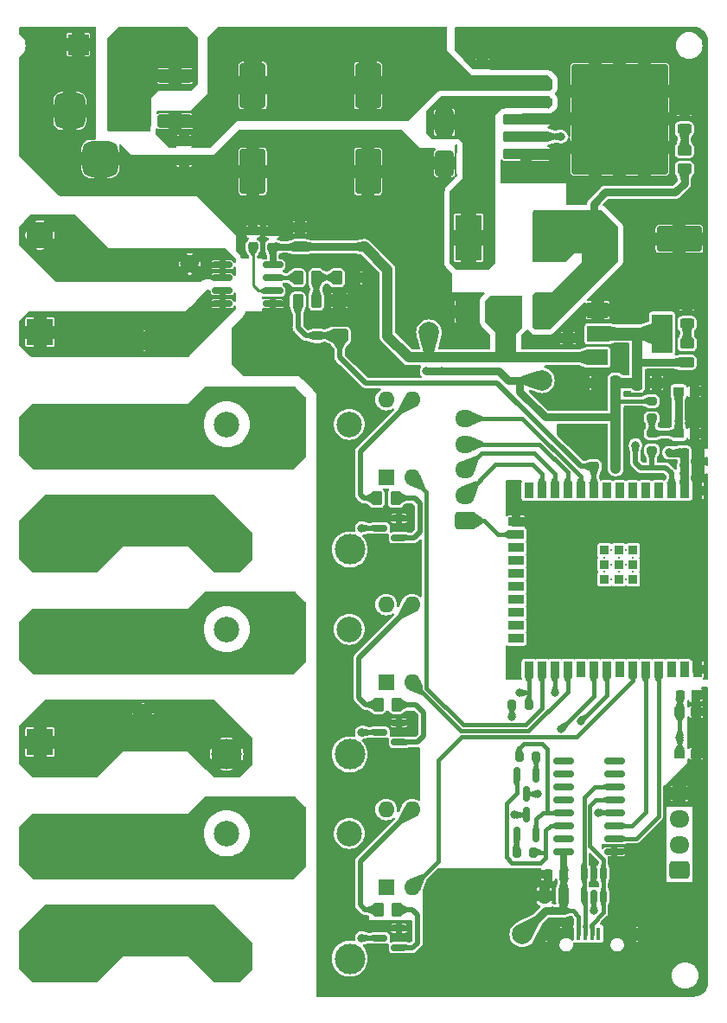
<source format=gbr>
%TF.GenerationSoftware,KiCad,Pcbnew,7.0.5*%
%TF.CreationDate,2023-07-07T20:15:01+07:00*%
%TF.ProjectId,Intership_board,496e7465-7273-4686-9970-5f626f617264,rev?*%
%TF.SameCoordinates,Original*%
%TF.FileFunction,Copper,L1,Top*%
%TF.FilePolarity,Positive*%
%FSLAX46Y46*%
G04 Gerber Fmt 4.6, Leading zero omitted, Abs format (unit mm)*
G04 Created by KiCad (PCBNEW 7.0.5) date 2023-07-07 20:15:01*
%MOMM*%
%LPD*%
G01*
G04 APERTURE LIST*
G04 Aperture macros list*
%AMRoundRect*
0 Rectangle with rounded corners*
0 $1 Rounding radius*
0 $2 $3 $4 $5 $6 $7 $8 $9 X,Y pos of 4 corners*
0 Add a 4 corners polygon primitive as box body*
4,1,4,$2,$3,$4,$5,$6,$7,$8,$9,$2,$3,0*
0 Add four circle primitives for the rounded corners*
1,1,$1+$1,$2,$3*
1,1,$1+$1,$4,$5*
1,1,$1+$1,$6,$7*
1,1,$1+$1,$8,$9*
0 Add four rect primitives between the rounded corners*
20,1,$1+$1,$2,$3,$4,$5,0*
20,1,$1+$1,$4,$5,$6,$7,0*
20,1,$1+$1,$6,$7,$8,$9,0*
20,1,$1+$1,$8,$9,$2,$3,0*%
%AMFreePoly0*
4,1,11,0.760000,0.825000,0.380000,0.510000,0.380000,-0.510000,0.760000,-0.825000,0.760000,-1.525000,-0.125000,-1.525000,-0.380000,-1.270000,-0.380000,1.270000,-0.125000,1.525000,0.760000,1.525000,0.760000,0.825000,0.760000,0.825000,$1*%
G04 Aperture macros list end*
%TA.AperFunction,SMDPad,CuDef*%
%ADD10RoundRect,0.200000X0.200000X0.275000X-0.200000X0.275000X-0.200000X-0.275000X0.200000X-0.275000X0*%
%TD*%
%TA.AperFunction,SMDPad,CuDef*%
%ADD11R,1.000000X0.900000*%
%TD*%
%TA.AperFunction,ComponentPad*%
%ADD12C,3.000000*%
%TD*%
%TA.AperFunction,ComponentPad*%
%ADD13C,2.500000*%
%TD*%
%TA.AperFunction,ComponentPad*%
%ADD14C,1.800000*%
%TD*%
%TA.AperFunction,SMDPad,CuDef*%
%ADD15RoundRect,0.150000X-0.825000X-0.150000X0.825000X-0.150000X0.825000X0.150000X-0.825000X0.150000X0*%
%TD*%
%TA.AperFunction,SMDPad,CuDef*%
%ADD16RoundRect,0.250000X-0.475000X0.250000X-0.475000X-0.250000X0.475000X-0.250000X0.475000X0.250000X0*%
%TD*%
%TA.AperFunction,ComponentPad*%
%ADD17R,1.600000X1.600000*%
%TD*%
%TA.AperFunction,ComponentPad*%
%ADD18O,1.600000X1.600000*%
%TD*%
%TA.AperFunction,ComponentPad*%
%ADD19RoundRect,0.250000X0.725000X-0.600000X0.725000X0.600000X-0.725000X0.600000X-0.725000X-0.600000X0*%
%TD*%
%TA.AperFunction,ComponentPad*%
%ADD20O,1.950000X1.700000*%
%TD*%
%TA.AperFunction,ComponentPad*%
%ADD21R,2.600000X2.600000*%
%TD*%
%TA.AperFunction,ComponentPad*%
%ADD22C,2.600000*%
%TD*%
%TA.AperFunction,SMDPad,CuDef*%
%ADD23RoundRect,0.225000X-0.225000X-0.250000X0.225000X-0.250000X0.225000X0.250000X-0.225000X0.250000X0*%
%TD*%
%TA.AperFunction,ComponentPad*%
%ADD24R,3.500000X3.500000*%
%TD*%
%TA.AperFunction,ComponentPad*%
%ADD25RoundRect,0.750000X-0.750000X-1.000000X0.750000X-1.000000X0.750000X1.000000X-0.750000X1.000000X0*%
%TD*%
%TA.AperFunction,ComponentPad*%
%ADD26RoundRect,0.875000X-0.875000X-0.875000X0.875000X-0.875000X0.875000X0.875000X-0.875000X0.875000X0*%
%TD*%
%TA.AperFunction,SMDPad,CuDef*%
%ADD27RoundRect,0.250000X-0.262500X-0.450000X0.262500X-0.450000X0.262500X0.450000X-0.262500X0.450000X0*%
%TD*%
%TA.AperFunction,SMDPad,CuDef*%
%ADD28RoundRect,0.225000X-0.250000X0.225000X-0.250000X-0.225000X0.250000X-0.225000X0.250000X0.225000X0*%
%TD*%
%TA.AperFunction,SMDPad,CuDef*%
%ADD29RoundRect,0.250000X0.262500X0.450000X-0.262500X0.450000X-0.262500X-0.450000X0.262500X-0.450000X0*%
%TD*%
%TA.AperFunction,SMDPad,CuDef*%
%ADD30R,0.900000X1.500000*%
%TD*%
%TA.AperFunction,SMDPad,CuDef*%
%ADD31R,1.500000X0.900000*%
%TD*%
%TA.AperFunction,SMDPad,CuDef*%
%ADD32R,0.900000X0.900000*%
%TD*%
%TA.AperFunction,ComponentPad*%
%ADD33C,0.300000*%
%TD*%
%TA.AperFunction,SMDPad,CuDef*%
%ADD34RoundRect,0.150000X0.587500X0.150000X-0.587500X0.150000X-0.587500X-0.150000X0.587500X-0.150000X0*%
%TD*%
%TA.AperFunction,SMDPad,CuDef*%
%ADD35RoundRect,0.250000X0.600000X-0.400000X0.600000X0.400000X-0.600000X0.400000X-0.600000X-0.400000X0*%
%TD*%
%TA.AperFunction,SMDPad,CuDef*%
%ADD36RoundRect,0.250000X0.412500X0.925000X-0.412500X0.925000X-0.412500X-0.925000X0.412500X-0.925000X0*%
%TD*%
%TA.AperFunction,SMDPad,CuDef*%
%ADD37RoundRect,0.250000X0.450000X-0.262500X0.450000X0.262500X-0.450000X0.262500X-0.450000X-0.262500X0*%
%TD*%
%TA.AperFunction,SMDPad,CuDef*%
%ADD38RoundRect,0.250000X-2.050000X-0.300000X2.050000X-0.300000X2.050000X0.300000X-2.050000X0.300000X0*%
%TD*%
%TA.AperFunction,SMDPad,CuDef*%
%ADD39RoundRect,0.250000X-2.025000X-2.375000X2.025000X-2.375000X2.025000X2.375000X-2.025000X2.375000X0*%
%TD*%
%TA.AperFunction,SMDPad,CuDef*%
%ADD40RoundRect,0.250002X-4.449998X-5.149998X4.449998X-5.149998X4.449998X5.149998X-4.449998X5.149998X0*%
%TD*%
%TA.AperFunction,SMDPad,CuDef*%
%ADD41FreePoly0,180.000000*%
%TD*%
%TA.AperFunction,SMDPad,CuDef*%
%ADD42FreePoly0,0.000000*%
%TD*%
%TA.AperFunction,SMDPad,CuDef*%
%ADD43RoundRect,0.250000X-1.450000X0.400000X-1.450000X-0.400000X1.450000X-0.400000X1.450000X0.400000X0*%
%TD*%
%TA.AperFunction,SMDPad,CuDef*%
%ADD44RoundRect,0.250000X-0.250000X-0.475000X0.250000X-0.475000X0.250000X0.475000X-0.250000X0.475000X0*%
%TD*%
%TA.AperFunction,SMDPad,CuDef*%
%ADD45RoundRect,0.250000X0.475000X-0.250000X0.475000X0.250000X-0.475000X0.250000X-0.475000X-0.250000X0*%
%TD*%
%TA.AperFunction,SMDPad,CuDef*%
%ADD46RoundRect,0.243750X-0.456250X0.243750X-0.456250X-0.243750X0.456250X-0.243750X0.456250X0.243750X0*%
%TD*%
%TA.AperFunction,SMDPad,CuDef*%
%ADD47C,2.000000*%
%TD*%
%TA.AperFunction,SMDPad,CuDef*%
%ADD48RoundRect,0.200000X-0.200000X-0.275000X0.200000X-0.275000X0.200000X0.275000X-0.200000X0.275000X0*%
%TD*%
%TA.AperFunction,SMDPad,CuDef*%
%ADD49R,0.450000X1.300000*%
%TD*%
%TA.AperFunction,ComponentPad*%
%ADD50O,1.150000X1.800000*%
%TD*%
%TA.AperFunction,ComponentPad*%
%ADD51O,1.450000X2.000000*%
%TD*%
%TA.AperFunction,SMDPad,CuDef*%
%ADD52RoundRect,0.250000X0.250000X0.475000X-0.250000X0.475000X-0.250000X-0.475000X0.250000X-0.475000X0*%
%TD*%
%TA.AperFunction,SMDPad,CuDef*%
%ADD53RoundRect,0.150000X0.150000X-0.587500X0.150000X0.587500X-0.150000X0.587500X-0.150000X-0.587500X0*%
%TD*%
%TA.AperFunction,SMDPad,CuDef*%
%ADD54R,2.000000X1.500000*%
%TD*%
%TA.AperFunction,SMDPad,CuDef*%
%ADD55R,2.000000X3.800000*%
%TD*%
%TA.AperFunction,SMDPad,CuDef*%
%ADD56RoundRect,0.250000X-0.650000X1.000000X-0.650000X-1.000000X0.650000X-1.000000X0.650000X1.000000X0*%
%TD*%
%TA.AperFunction,SMDPad,CuDef*%
%ADD57RoundRect,0.150000X-0.150000X0.512500X-0.150000X-0.512500X0.150000X-0.512500X0.150000X0.512500X0*%
%TD*%
%TA.AperFunction,SMDPad,CuDef*%
%ADD58R,2.600000X4.500000*%
%TD*%
%TA.AperFunction,SMDPad,CuDef*%
%ADD59RoundRect,0.150000X0.825000X0.150000X-0.825000X0.150000X-0.825000X-0.150000X0.825000X-0.150000X0*%
%TD*%
%TA.AperFunction,SMDPad,CuDef*%
%ADD60RoundRect,0.200000X-0.275000X0.200000X-0.275000X-0.200000X0.275000X-0.200000X0.275000X0.200000X0*%
%TD*%
%TA.AperFunction,SMDPad,CuDef*%
%ADD61RoundRect,0.150000X-0.150000X0.587500X-0.150000X-0.587500X0.150000X-0.587500X0.150000X0.587500X0*%
%TD*%
%TA.AperFunction,SMDPad,CuDef*%
%ADD62RoundRect,0.200000X0.275000X-0.200000X0.275000X0.200000X-0.275000X0.200000X-0.275000X-0.200000X0*%
%TD*%
%TA.AperFunction,SMDPad,CuDef*%
%ADD63R,2.000000X2.000000*%
%TD*%
%TA.AperFunction,SMDPad,CuDef*%
%ADD64RoundRect,0.250000X-1.000000X1.950000X-1.000000X-1.950000X1.000000X-1.950000X1.000000X1.950000X0*%
%TD*%
%TA.AperFunction,SMDPad,CuDef*%
%ADD65RoundRect,0.250000X-1.950000X-1.000000X1.950000X-1.000000X1.950000X1.000000X-1.950000X1.000000X0*%
%TD*%
%TA.AperFunction,ViaPad*%
%ADD66C,0.800000*%
%TD*%
%TA.AperFunction,Conductor*%
%ADD67C,0.508000*%
%TD*%
%TA.AperFunction,Conductor*%
%ADD68C,0.762000*%
%TD*%
%TA.AperFunction,Conductor*%
%ADD69C,0.381000*%
%TD*%
%TA.AperFunction,Conductor*%
%ADD70C,1.016000*%
%TD*%
%TA.AperFunction,Conductor*%
%ADD71C,1.270000*%
%TD*%
%TA.AperFunction,Conductor*%
%ADD72C,0.635000*%
%TD*%
%TA.AperFunction,Conductor*%
%ADD73C,0.250000*%
%TD*%
G04 APERTURE END LIST*
D10*
%TO.P,R5,1*%
%TO.N,ESP_IO0*%
X81573800Y-118379368D03*
%TO.P,R5,2*%
%TO.N,Net-(C13-Pad1)*%
X79923800Y-118379368D03*
%TD*%
D11*
%TO.P,EN,1,1*%
%TO.N,Earth*%
X97843000Y-87736368D03*
X97843000Y-91836368D03*
%TO.P,EN,2,2*%
%TO.N,Net-(C12-Pad2)*%
X96243000Y-87736368D03*
X96243000Y-91836368D03*
%TD*%
D12*
%TO.P,K3,1*%
%TO.N,Net-(J7-Pin_2)*%
X58046000Y-129056368D03*
D13*
%TO.P,K3,2*%
%TO.N,Net-(D6-A)*%
X51996000Y-131006368D03*
D12*
%TO.P,K3,3*%
%TO.N,Net-(J7-Pin_1)*%
X51996000Y-143206368D03*
%TO.P,K3,4*%
%TO.N,unconnected-(K3-Pad4)*%
X64046000Y-143256368D03*
D13*
%TO.P,K3,5*%
%TO.N,12VDC*%
X63996000Y-131006368D03*
%TD*%
D14*
%TO.P,RV2,1*%
%TO.N,Net-(J6-Pin_1)*%
X43786000Y-119275368D03*
%TO.P,RV2,2*%
%TO.N,Net-(J6-Pin_2)*%
X48186000Y-111775368D03*
%TD*%
D15*
%TO.P,ACS712,1,IP+*%
%TO.N,Net-(J8-Pin_2)*%
X51553000Y-75326368D03*
%TO.P,ACS712,2,IP+*%
X51553000Y-76596368D03*
%TO.P,ACS712,3,IP-*%
%TO.N,Net-(J8-Pin_1)*%
X51553000Y-77866368D03*
%TO.P,ACS712,4,IP-*%
X51553000Y-79136368D03*
%TO.P,ACS712,5,GND*%
%TO.N,Earth*%
X56503000Y-79136368D03*
%TO.P,ACS712,6,FILTER*%
%TO.N,Net-(U9-FILTER)*%
X56503000Y-77866368D03*
%TO.P,ACS712,7,VIOUT*%
%TO.N,Net-(U9-VIOUT)*%
X56503000Y-76596368D03*
%TO.P,ACS712,8,VCC*%
%TO.N,5VDC*%
X56503000Y-75326368D03*
%TD*%
D16*
%TO.P,C2,1*%
%TO.N,12VDC*%
X47805000Y-63187368D03*
%TO.P,C2,2*%
%TO.N,Earth*%
X47805000Y-65087368D03*
%TD*%
D17*
%TO.P,U6,1*%
%TO.N,Net-(R12-Pad2)*%
X67612000Y-96144368D03*
D18*
%TO.P,U6,2*%
%TO.N,ESP_IO_Relay_1*%
X70152000Y-96144368D03*
%TO.P,U6,3*%
%TO.N,Net-(R13-Pad1)*%
X70152000Y-88524368D03*
%TO.P,U6,4*%
%TO.N,12VDC*%
X67612000Y-88524368D03*
%TD*%
D19*
%TO.P,J2,1,Pin_1*%
%TO.N,ESP_IO18*%
X96319000Y-134582368D03*
D20*
%TO.P,J2,2,Pin_2*%
%TO.N,ESP_IO19*%
X96319000Y-132082368D03*
%TO.P,J2,3,Pin_3*%
%TO.N,3.3VDC*%
X96319000Y-129582368D03*
%TO.P,J2,4,Pin_4*%
%TO.N,Earth*%
X96319000Y-127082368D03*
%TD*%
D21*
%TO.P,J7,1,Pin_1*%
%TO.N,Net-(J7-Pin_1)*%
X33708000Y-142128368D03*
D22*
%TO.P,J7,2,Pin_2*%
%TO.N,Net-(J7-Pin_2)*%
X33708000Y-132608368D03*
%TD*%
D12*
%TO.P,K2,1*%
%TO.N,Net-(J6-Pin_2)*%
X58046000Y-109063368D03*
D13*
%TO.P,K2,2*%
%TO.N,Net-(D5-A)*%
X51996000Y-111013368D03*
D12*
%TO.P,K2,3*%
%TO.N,Net-(J6-Pin_1)*%
X51996000Y-123213368D03*
%TO.P,K2,4*%
%TO.N,unconnected-(K2-Pad4)*%
X64046000Y-123263368D03*
D13*
%TO.P,K2,5*%
%TO.N,12VDC*%
X63996000Y-111013368D03*
%TD*%
D12*
%TO.P,K1,1*%
%TO.N,Net-(J5-Pin_2)*%
X58046000Y-88997368D03*
D13*
%TO.P,K1,2*%
%TO.N,Net-(D4-A)*%
X51996000Y-90947368D03*
D12*
%TO.P,K1,3*%
%TO.N,Net-(J5-Pin_1)*%
X51996000Y-103147368D03*
%TO.P,K1,4*%
%TO.N,unconnected-(K1-Pad4)*%
X64046000Y-103197368D03*
D13*
%TO.P,K1,5*%
%TO.N,12VDC*%
X63996000Y-90947368D03*
%TD*%
D23*
%TO.P,C10,1*%
%TO.N,3.3VDC*%
X96814000Y-93728368D03*
%TO.P,C10,2*%
%TO.N,Earth*%
X98364000Y-93728368D03*
%TD*%
D19*
%TO.P,J3,1,Pin_1*%
%TO.N,ESP_MOSI*%
X75318000Y-100392368D03*
D20*
%TO.P,J3,2,Pin_2*%
%TO.N,ESP_SCLK*%
X75318000Y-97892368D03*
%TO.P,J3,3,Pin_3*%
%TO.N,ESP_IO27*%
X75318000Y-95392368D03*
%TO.P,J3,4,Pin_4*%
%TO.N,ESP_IO26*%
X75318000Y-92892368D03*
%TO.P,J3,5,Pin_5*%
%TO.N,ESP_IO25*%
X75318000Y-90392368D03*
%TD*%
D16*
%TO.P,C17,1*%
%TO.N,Earth*%
X59184200Y-71658568D03*
%TO.P,C17,2*%
%TO.N,5VDC*%
X59184200Y-73558568D03*
%TD*%
D14*
%TO.P,RV3,1*%
%TO.N,Net-(J7-Pin_1)*%
X43786000Y-139274368D03*
%TO.P,RV3,2*%
%TO.N,Net-(J7-Pin_2)*%
X48186000Y-131774368D03*
%TD*%
D24*
%TO.P,12V,1*%
%TO.N,Net-(F1-Pad1)*%
X42629000Y-60258868D03*
D25*
%TO.P,12V,2*%
%TO.N,Earth*%
X36629000Y-60258868D03*
D26*
%TO.P,12V,3*%
X39629000Y-64958868D03*
%TD*%
D27*
%TO.P,R15,1*%
%TO.N,Net-(R15-Pad1)*%
X66831500Y-118379368D03*
%TO.P,R15,2*%
%TO.N,Net-(Q4-B)*%
X68656500Y-118379368D03*
%TD*%
D28*
%TO.P,C20,1*%
%TO.N,Earth*%
X60835200Y-80723568D03*
%TO.P,C20,2*%
%TO.N,ESP_IO_ADC2_CH0*%
X60835200Y-82273568D03*
%TD*%
D29*
%TO.P,R19,1*%
%TO.N,Earth*%
X64616000Y-76596368D03*
%TO.P,R19,2*%
%TO.N,Net-(R18-Pad2)*%
X62791000Y-76596368D03*
%TD*%
D30*
%TO.P,ESP32,1,GND*%
%TO.N,Earth*%
X98097000Y-97437368D03*
%TO.P,ESP32,2,VDD*%
%TO.N,3.3VDC*%
X96827000Y-97437368D03*
%TO.P,ESP32,3,EN*%
%TO.N,ESP_EN*%
X95557000Y-97437368D03*
%TO.P,ESP32,4,SENSOR_VP*%
%TO.N,unconnected-(U3-SENSOR_VP-Pad4)*%
X94287000Y-97437368D03*
%TO.P,ESP32,5,SENSOR_VN*%
%TO.N,unconnected-(U3-SENSOR_VN-Pad5)*%
X93017000Y-97437368D03*
%TO.P,ESP32,6,IO34*%
%TO.N,unconnected-(U3-IO34-Pad6)*%
X91747000Y-97437368D03*
%TO.P,ESP32,7,IO35*%
%TO.N,unconnected-(U3-IO35-Pad7)*%
X90477000Y-97437368D03*
%TO.P,ESP32,8,IO32*%
%TO.N,unconnected-(U3-IO32-Pad8)*%
X89207000Y-97437368D03*
%TO.P,ESP32,9,IO33*%
%TO.N,ESP_IO_ADC2_CH0*%
X87937000Y-97437368D03*
%TO.P,ESP32,10,IO25*%
%TO.N,ESP_IO25*%
X86667000Y-97437368D03*
%TO.P,ESP32,11,IO26*%
%TO.N,ESP_IO26*%
X85397000Y-97437368D03*
%TO.P,ESP32,12,IO27*%
%TO.N,ESP_IO27*%
X84127000Y-97437368D03*
%TO.P,ESP32,13,IO14*%
%TO.N,ESP_SCLK*%
X82857000Y-97437368D03*
%TO.P,ESP32,14,IO12*%
%TO.N,ESP_IO12*%
X81587000Y-97437368D03*
D31*
%TO.P,ESP32,15,GND*%
%TO.N,Earth*%
X80337000Y-100472368D03*
%TO.P,ESP32,16,IO13*%
%TO.N,ESP_MOSI*%
X80337000Y-101742368D03*
%TO.P,ESP32,17,SHD/SD2*%
%TO.N,unconnected-(U3-SHD{slash}SD2-Pad17)*%
X80337000Y-103012368D03*
%TO.P,ESP32,18,SWP/SD3*%
%TO.N,unconnected-(U3-SWP{slash}SD3-Pad18)*%
X80337000Y-104282368D03*
%TO.P,ESP32,19,SCS/CMD*%
%TO.N,unconnected-(U3-SCS{slash}CMD-Pad19)*%
X80337000Y-105552368D03*
%TO.P,ESP32,20,SCK/CLK*%
%TO.N,unconnected-(U3-SCK{slash}CLK-Pad20)*%
X80337000Y-106822368D03*
%TO.P,ESP32,21,SDO/SD0*%
%TO.N,unconnected-(U3-SDO{slash}SD0-Pad21)*%
X80337000Y-108092368D03*
%TO.P,ESP32,22,SDI/SD1*%
%TO.N,unconnected-(U3-SDI{slash}SD1-Pad22)*%
X80337000Y-109362368D03*
%TO.P,ESP32,23,IO15*%
%TO.N,unconnected-(U3-IO15-Pad23)*%
X80337000Y-110632368D03*
%TO.P,ESP32,24,IO2*%
%TO.N,unconnected-(U3-IO2-Pad24)*%
X80337000Y-111902368D03*
D30*
%TO.P,ESP32,25,IO0*%
%TO.N,ESP_IO0*%
X81587000Y-114937368D03*
%TO.P,ESP32,26,IO4*%
%TO.N,ESP_IO_Relay_1*%
X82857000Y-114937368D03*
%TO.P,ESP32,27,IO16*%
%TO.N,Net-(U3-IO16)*%
X84127000Y-114937368D03*
%TO.P,ESP32,28,IO17*%
%TO.N,ESP_IO_Relay_2*%
X85397000Y-114937368D03*
%TO.P,ESP32,29,IO5*%
%TO.N,unconnected-(U3-IO5-Pad29)*%
X86667000Y-114937368D03*
%TO.P,ESP32,30,IO18*%
%TO.N,ESP_IO18*%
X87937000Y-114937368D03*
%TO.P,ESP32,31,IO19*%
%TO.N,ESP_IO19*%
X89207000Y-114937368D03*
%TO.P,ESP32,32,NC*%
%TO.N,unconnected-(U3-NC-Pad32)*%
X90477000Y-114937368D03*
%TO.P,ESP32,33,IO21*%
%TO.N,ESP_IO_Relay_3*%
X91747000Y-114937368D03*
%TO.P,ESP32,34,RXD0/IO3*%
%TO.N,ESP_RXD*%
X93017000Y-114937368D03*
%TO.P,ESP32,35,TXD0/IO1*%
%TO.N,ESP_TXD*%
X94287000Y-114937368D03*
%TO.P,ESP32,36,IO22*%
%TO.N,unconnected-(U3-IO22-Pad36)*%
X95557000Y-114937368D03*
%TO.P,ESP32,37,IO23*%
%TO.N,unconnected-(U3-IO23-Pad37)*%
X96827000Y-114937368D03*
%TO.P,ESP32,38,GND*%
%TO.N,Earth*%
X98097000Y-114937368D03*
D32*
%TO.P,ESP32,39_1*%
%TO.N,N/C*%
X91777000Y-103287368D03*
%TO.P,ESP32,39_2*%
X91777000Y-104687368D03*
%TO.P,ESP32,39_3*%
X91777000Y-106087368D03*
%TO.P,ESP32,39_4*%
X90377000Y-103287368D03*
%TO.P,ESP32,39_5*%
X90377000Y-104687368D03*
%TO.P,ESP32,39_6*%
X90377000Y-106087368D03*
%TO.P,ESP32,39_7*%
X88977000Y-103287368D03*
%TO.P,ESP32,39_8*%
X88977000Y-104687368D03*
%TO.P,ESP32,39_9*%
X88977000Y-106087368D03*
D33*
%TO.P,ESP32,39_10*%
%TO.N,Earth*%
X91777000Y-103987368D03*
%TO.P,ESP32,39_11*%
X91777000Y-105387368D03*
%TO.P,ESP32,39_12*%
X91077000Y-103287368D03*
%TO.P,ESP32,39_13*%
X91077000Y-104687368D03*
%TO.P,ESP32,39_14*%
X91077000Y-106087368D03*
%TO.P,ESP32,39_15*%
X90377000Y-103987368D03*
%TO.P,ESP32,39_16*%
X90377000Y-105387368D03*
%TO.P,ESP32,39_17*%
X89677000Y-103287368D03*
%TO.P,ESP32,39_18*%
X89677000Y-104687368D03*
%TO.P,ESP32,39_19*%
X89677000Y-106087368D03*
%TO.P,ESP32,39_20*%
X88977000Y-103987368D03*
%TO.P,ESP32,39_21*%
X88977000Y-105387368D03*
%TD*%
D23*
%TO.P,C11,1*%
%TO.N,3.3VDC*%
X96814000Y-95379368D03*
%TO.P,C11,2*%
%TO.N,Earth*%
X98364000Y-95379368D03*
%TD*%
D21*
%TO.P,J5,1,Pin_1*%
%TO.N,Net-(J5-Pin_1)*%
X33708000Y-101996368D03*
D22*
%TO.P,J5,2,Pin_2*%
%TO.N,Net-(J5-Pin_2)*%
X33708000Y-92476368D03*
%TD*%
D34*
%TO.P,Q5,1,B*%
%TO.N,Net-(Q5-B)*%
X68857000Y-142189368D03*
%TO.P,Q5,2,E*%
%TO.N,Earth*%
X68857000Y-140289368D03*
%TO.P,Q5,3,C*%
%TO.N,Net-(D6-A)*%
X66982000Y-141239368D03*
%TD*%
D27*
%TO.P,R13,1*%
%TO.N,Net-(R13-Pad1)*%
X66704500Y-98186368D03*
%TO.P,R13,2*%
%TO.N,Net-(Q3-B)*%
X68529500Y-98186368D03*
%TD*%
D17*
%TO.P,U8,1*%
%TO.N,Net-(R16-Pad2)*%
X67612000Y-136276368D03*
D18*
%TO.P,U8,2*%
%TO.N,ESP_IO_Relay_3*%
X70152000Y-136276368D03*
%TO.P,U8,3*%
%TO.N,Net-(R17-Pad1)*%
X70152000Y-128656368D03*
%TO.P,U8,4*%
%TO.N,12VDC*%
X67612000Y-128656368D03*
%TD*%
D35*
%TO.P,D7,1,K*%
%TO.N,ESP_IO_ADC2_CH0*%
X63045000Y-82283368D03*
%TO.P,D7,2,A*%
%TO.N,Earth*%
X63045000Y-78783368D03*
%TD*%
D36*
%TO.P,C6,1*%
%TO.N,5VDC*%
X78171500Y-79898368D03*
%TO.P,C6,2*%
%TO.N,Earth*%
X75096500Y-79898368D03*
%TD*%
D37*
%TO.P,R1,1*%
%TO.N,Net-(C5-Pad1)*%
X96827000Y-65951868D03*
%TO.P,R1,2*%
%TO.N,Net-(D2-A)*%
X96827000Y-64126868D03*
%TD*%
D38*
%TO.P,LM2596,1,VIN*%
%TO.N,12VDC*%
X81333000Y-57673368D03*
%TO.P,LM2596,2,OUT*%
%TO.N,Net-(D1-K)*%
X81333000Y-59373368D03*
%TO.P,LM2596,3,GND*%
%TO.N,Earth*%
X81333000Y-61073368D03*
D39*
X88058000Y-58298368D03*
X88058000Y-63848368D03*
D40*
X90483000Y-61073368D03*
D39*
X92908000Y-58298368D03*
X92908000Y-63848368D03*
D38*
%TO.P,LM2596,4,FB*%
%TO.N,5VDC*%
X81333000Y-62773368D03*
%TO.P,LM2596,5,~{ON}/OFF*%
%TO.N,Earth*%
X81333000Y-64473368D03*
%TD*%
D27*
%TO.P,R18,1*%
%TO.N,Net-(U9-VIOUT)*%
X58957500Y-76596368D03*
%TO.P,R18,2*%
%TO.N,Net-(R18-Pad2)*%
X60782500Y-76596368D03*
%TD*%
D41*
%TO.P,L2,1,1*%
%TO.N,Net-(C5-Pad1)*%
X82730000Y-79898368D03*
D42*
%TO.P,L2,2,2*%
%TO.N,5VDC*%
X80190000Y-79898368D03*
%TD*%
D34*
%TO.P,Q4,1,B*%
%TO.N,Net-(Q4-B)*%
X68857000Y-122057368D03*
%TO.P,Q4,2,E*%
%TO.N,Earth*%
X68857000Y-120157368D03*
%TO.P,Q4,3,C*%
%TO.N,Net-(D5-A)*%
X66982000Y-121107368D03*
%TD*%
D23*
%TO.P,C15,1*%
%TO.N,Earth*%
X83479000Y-135003368D03*
%TO.P,C15,2*%
%TO.N,5VDC*%
X85029000Y-135003368D03*
%TD*%
D43*
%TO.P,F1,1*%
%TO.N,Net-(F1-Pad1)*%
X46916000Y-56832368D03*
%TO.P,F1,2*%
%TO.N,12VDC*%
X46916000Y-61282368D03*
%TD*%
D44*
%TO.P,C9,1*%
%TO.N,3.3VDC*%
X92194000Y-86883368D03*
%TO.P,C9,2*%
%TO.N,Earth*%
X94094000Y-86883368D03*
%TD*%
D45*
%TO.P,C4,1*%
%TO.N,12VDC*%
X77015000Y-57607368D03*
%TO.P,C4,2*%
%TO.N,Earth*%
X77015000Y-55707368D03*
%TD*%
D17*
%TO.P,U7,1*%
%TO.N,Net-(R14-Pad2)*%
X67612000Y-116210368D03*
D18*
%TO.P,U7,2*%
%TO.N,ESP_IO_Relay_2*%
X70152000Y-116210368D03*
%TO.P,U7,3*%
%TO.N,Net-(R15-Pad1)*%
X70152000Y-108590368D03*
%TO.P,U7,4*%
%TO.N,12VDC*%
X67612000Y-108590368D03*
%TD*%
D14*
%TO.P,RV4,1*%
%TO.N,Net-(J8-Pin_2)*%
X48354000Y-75246368D03*
%TO.P,RV4,2*%
%TO.N,Net-(J8-Pin_1)*%
X43954000Y-82746368D03*
%TD*%
D28*
%TO.P,C19,1*%
%TO.N,Earth*%
X54561400Y-72011368D03*
%TO.P,C19,2*%
%TO.N,Net-(U9-FILTER)*%
X54561400Y-73561368D03*
%TD*%
D46*
%TO.P,D3,1,K*%
%TO.N,Earth*%
X97081000Y-79214868D03*
%TO.P,D3,2,A*%
%TO.N,Net-(D3-A)*%
X97081000Y-81089868D03*
%TD*%
D47*
%TO.P,12V,1,1*%
%TO.N,12VDC*%
X71300000Y-53609368D03*
%TD*%
D10*
%TO.P,R10,1*%
%TO.N,RTS*%
X82031000Y-132844368D03*
%TO.P,R10,2*%
%TO.N,Net-(Q1-B)*%
X80381000Y-132844368D03*
%TD*%
D21*
%TO.P,220V/AC,1,Pin_1*%
%TO.N,Net-(J8-Pin_1)*%
X33708000Y-81930368D03*
D22*
%TO.P,220V/AC,2,Pin_2*%
%TO.N,Net-(J8-Pin_2)*%
X33708000Y-72410368D03*
%TD*%
D47*
%TO.P,3.3V,1,1*%
%TO.N,3.3VDC*%
X82857000Y-86629368D03*
%TD*%
D14*
%TO.P,RV1,1*%
%TO.N,Net-(J5-Pin_1)*%
X43786000Y-99209368D03*
%TO.P,RV1,2*%
%TO.N,Net-(J5-Pin_2)*%
X48186000Y-91709368D03*
%TD*%
D48*
%TO.P,R11,1*%
%TO.N,DTR*%
X80635000Y-123446368D03*
%TO.P,R11,2*%
%TO.N,Net-(Q2-B)*%
X82285000Y-123446368D03*
%TD*%
D49*
%TO.P,5V,1,VBUS*%
%TO.N,5VDC*%
X86445000Y-140805368D03*
%TO.P,5V,2,D-*%
%TO.N,Net-(J4-D-)*%
X87095000Y-140805368D03*
%TO.P,5V,3,D+*%
%TO.N,Net-(J4-D+)*%
X87745000Y-140805368D03*
%TO.P,5V,4,ID*%
%TO.N,unconnected-(J4-ID-Pad4)*%
X88395000Y-140805368D03*
%TO.P,5V,5,GND*%
%TO.N,Earth*%
X89045000Y-140805368D03*
D50*
%TO.P,5V,6,Shield*%
X83870000Y-144655368D03*
D51*
X84020000Y-140855368D03*
X91470000Y-140855368D03*
D50*
X91620000Y-144655368D03*
%TD*%
D28*
%TO.P,C18,1*%
%TO.N,Earth*%
X56496000Y-72025368D03*
%TO.P,C18,2*%
%TO.N,5VDC*%
X56496000Y-73575368D03*
%TD*%
D52*
%TO.P,C8,1*%
%TO.N,3.3VDC*%
X90080800Y-86883368D03*
%TO.P,C8,2*%
%TO.N,Earth*%
X88180800Y-86883368D03*
%TD*%
D27*
%TO.P,R17,1*%
%TO.N,Net-(R17-Pad1)*%
X66831500Y-138445368D03*
%TO.P,R17,2*%
%TO.N,Net-(Q5-B)*%
X68656500Y-138445368D03*
%TD*%
D53*
%TO.P,Q1,1,B*%
%TO.N,Net-(Q1-B)*%
X80383000Y-131066368D03*
%TO.P,Q1,2,E*%
%TO.N,DTR*%
X82283000Y-131066368D03*
%TO.P,Q1,3,C*%
%TO.N,ESP_IO0*%
X81333000Y-129191368D03*
%TD*%
D37*
%TO.P,R2,1*%
%TO.N,3.3VDC*%
X97081000Y-84874868D03*
%TO.P,R2,2*%
%TO.N,Net-(D3-A)*%
X97081000Y-83049868D03*
%TD*%
D11*
%TO.P,BOOT,1,1*%
%TO.N,Net-(C13-Pad1)*%
X96370000Y-123192368D03*
X96370000Y-119092368D03*
%TO.P,BOOT,2,2*%
%TO.N,Earth*%
X97970000Y-123192368D03*
X97970000Y-119092368D03*
%TD*%
D23*
%TO.P,C13,1*%
%TO.N,Net-(C13-Pad1)*%
X96382200Y-117439568D03*
%TO.P,C13,2*%
%TO.N,Earth*%
X97932200Y-117439568D03*
%TD*%
D54*
%TO.P,LM1117,1,GND*%
%TO.N,Earth*%
X88318000Y-79771368D03*
%TO.P,LM1117,2,VO*%
%TO.N,3.3VDC*%
X88318000Y-82071368D03*
D55*
X94618000Y-82071368D03*
D54*
%TO.P,LM1117,3,VI*%
%TO.N,5VDC*%
X88318000Y-84371368D03*
%TD*%
D56*
%TO.P,D1,1,K*%
%TO.N,Net-(D1-K)*%
X73332000Y-61375368D03*
%TO.P,D1,2,A*%
%TO.N,Earth*%
X73332000Y-65375368D03*
%TD*%
D57*
%TO.P,USBLC6,1,I/O1*%
%TO.N,Net-(J4-D+)*%
X88887000Y-134894868D03*
%TO.P,USBLC6,2,GND*%
%TO.N,Earth*%
X87937000Y-134894868D03*
%TO.P,USBLC6,3,I/O2*%
%TO.N,Net-(J4-D-)*%
X86987000Y-134894868D03*
%TO.P,USBLC6,4,I/O2*%
X86987000Y-137169868D03*
%TO.P,USBLC6,5,VBUS*%
%TO.N,5VDC*%
X87937000Y-137169868D03*
%TO.P,USBLC6,6,I/O1*%
%TO.N,Net-(J4-D+)*%
X88887000Y-137169868D03*
%TD*%
D58*
%TO.P,L1,1,1*%
%TO.N,Net-(D1-K)*%
X75682000Y-72659368D03*
%TO.P,L1,2,2*%
%TO.N,Net-(C5-Pad1)*%
X83682000Y-72659368D03*
%TD*%
D29*
%TO.P,R20,1*%
%TO.N,Net-(R18-Pad2)*%
X60782500Y-78882368D03*
%TO.P,R20,2*%
%TO.N,ESP_IO_ADC2_CH0*%
X58957500Y-78882368D03*
%TD*%
D45*
%TO.P,C7,1*%
%TO.N,5VDC*%
X85397000Y-84404368D03*
%TO.P,C7,2*%
%TO.N,Earth*%
X85397000Y-82504368D03*
%TD*%
D59*
%TO.P,CH340C,1,GND*%
%TO.N,Earth*%
X89969000Y-132792368D03*
%TO.P,CH340C,2,TXD*%
%TO.N,ESP_TXD*%
X89969000Y-131522368D03*
%TO.P,CH340C,3,RXD*%
%TO.N,ESP_RXD*%
X89969000Y-130252368D03*
%TO.P,CH340C,4,V3*%
%TO.N,5VDC*%
X89969000Y-128982368D03*
%TO.P,CH340C,5,UD+*%
%TO.N,Net-(J4-D+)*%
X89969000Y-127712368D03*
%TO.P,CH340C,6,UD-*%
%TO.N,Net-(J4-D-)*%
X89969000Y-126442368D03*
%TO.P,CH340C,7,NC*%
%TO.N,unconnected-(U4-NC-Pad7)*%
X89969000Y-125172368D03*
%TO.P,CH340C,8,NC*%
%TO.N,unconnected-(U4-NC-Pad8)*%
X89969000Y-123902368D03*
%TO.P,CH340C,9,~{CTS}*%
%TO.N,unconnected-(U4-~{CTS}-Pad9)*%
X85019000Y-123902368D03*
%TO.P,CH340C,10,~{DSR}*%
%TO.N,unconnected-(U4-~{DSR}-Pad10)*%
X85019000Y-125172368D03*
%TO.P,CH340C,11,~{RI}*%
%TO.N,unconnected-(U4-~{RI}-Pad11)*%
X85019000Y-126442368D03*
%TO.P,CH340C,12,~{DCD}*%
%TO.N,unconnected-(U4-~{DCD}-Pad12)*%
X85019000Y-127712368D03*
%TO.P,CH340C,13,~{DTR}*%
%TO.N,DTR*%
X85019000Y-128982368D03*
%TO.P,CH340C,14,~{RTS}*%
%TO.N,RTS*%
X85019000Y-130252368D03*
%TO.P,CH340C,15,R232*%
%TO.N,unconnected-(U4-R232-Pad15)*%
X85019000Y-131522368D03*
%TO.P,CH340C,16,VCC*%
%TO.N,5VDC*%
X85019000Y-132792368D03*
%TD*%
D46*
%TO.P,D2,1,K*%
%TO.N,Earth*%
X96827000Y-60164868D03*
%TO.P,D2,2,A*%
%TO.N,Net-(D2-A)*%
X96827000Y-62039868D03*
%TD*%
D60*
%TO.P,R3,1*%
%TO.N,Net-(C12-Pad2)*%
X93626600Y-91836368D03*
%TO.P,R3,2*%
%TO.N,ESP_EN*%
X93626600Y-93486368D03*
%TD*%
D61*
%TO.P,Q2,1,B*%
%TO.N,Net-(Q2-B)*%
X82283000Y-125254368D03*
%TO.P,Q2,2,E*%
%TO.N,RTS*%
X80383000Y-125254368D03*
%TO.P,Q2,3,C*%
%TO.N,ESP_EN*%
X81333000Y-127129368D03*
%TD*%
D62*
%TO.P,R4,1*%
%TO.N,Net-(C12-Pad2)*%
X93626600Y-90324568D03*
%TO.P,R4,2*%
%TO.N,3.3VDC*%
X93626600Y-88674568D03*
%TD*%
D63*
%TO.P,GND,1,1*%
%TO.N,Earth*%
X37460000Y-53770000D03*
%TD*%
D64*
%TO.P,C3,1*%
%TO.N,12VDC*%
X65839000Y-57778368D03*
%TO.P,C3,2*%
%TO.N,Earth*%
X65839000Y-66178368D03*
%TD*%
D47*
%TO.P,5V,1,1*%
%TO.N,5VDC*%
X80952000Y-140858368D03*
%TD*%
D65*
%TO.P,C5,1*%
%TO.N,Net-(C5-Pad1)*%
X87928000Y-72786368D03*
%TO.P,C5,2*%
%TO.N,Earth*%
X96328000Y-72786368D03*
%TD*%
D34*
%TO.P,Q3,1,B*%
%TO.N,Net-(Q3-B)*%
X68857000Y-102057368D03*
%TO.P,Q3,2,E*%
%TO.N,Earth*%
X68857000Y-100157368D03*
%TO.P,Q3,3,C*%
%TO.N,Net-(D4-A)*%
X66982000Y-101107368D03*
%TD*%
D47*
%TO.P,5V,1,1*%
%TO.N,5VDC*%
X71808000Y-81930368D03*
%TD*%
D21*
%TO.P,J6,1,Pin_1*%
%TO.N,Net-(J6-Pin_1)*%
X33708000Y-122062368D03*
D22*
%TO.P,J6,2,Pin_2*%
%TO.N,Net-(J6-Pin_2)*%
X33708000Y-112542368D03*
%TD*%
D44*
%TO.P,C14,1*%
%TO.N,Earth*%
X83100800Y-137099168D03*
%TO.P,C14,2*%
%TO.N,5VDC*%
X85000800Y-137099168D03*
%TD*%
D28*
%TO.P,C21,1*%
%TO.N,Earth*%
X87962400Y-93525168D03*
%TO.P,C21,2*%
%TO.N,ESP_IO_ADC2_CH0*%
X87962400Y-95075168D03*
%TD*%
D64*
%TO.P,C1,1*%
%TO.N,12VDC*%
X54536000Y-57778368D03*
%TO.P,C1,2*%
%TO.N,Earth*%
X54536000Y-66178368D03*
%TD*%
D66*
%TO.N,Earth*%
X92636000Y-54625368D03*
X81206000Y-146065368D03*
X81206000Y-53355368D03*
X77396000Y-142255368D03*
X69776000Y-146065368D03*
X91366000Y-53355368D03*
X65966000Y-83581368D03*
X53266000Y-84851368D03*
X60886000Y-84851368D03*
X79936000Y-144795368D03*
X87556000Y-54625368D03*
X86286000Y-86375368D03*
X86286000Y-81295368D03*
X73586000Y-140985368D03*
X74856000Y-142255368D03*
X58346000Y-82311368D03*
X92636000Y-71135368D03*
X77396000Y-139715368D03*
X87556000Y-88915368D03*
X65966000Y-81041368D03*
X72316000Y-142255368D03*
X97716000Y-76215368D03*
X79936000Y-99075368D03*
X78666000Y-53355368D03*
X97716000Y-68595368D03*
X95176000Y-78755368D03*
X76126000Y-146065368D03*
X65966000Y-78501368D03*
X79936000Y-54625368D03*
X76126000Y-143525368D03*
X78666000Y-143525368D03*
X90096000Y-78755368D03*
X62156000Y-74691368D03*
X92636000Y-76215368D03*
X67236000Y-144795368D03*
X86286000Y-53355368D03*
X82476000Y-66055368D03*
X65966000Y-75961368D03*
X96446000Y-74945368D03*
X72316000Y-139715368D03*
X95176000Y-69865368D03*
X87937000Y-133873368D03*
X86286000Y-88915368D03*
X73586000Y-146065368D03*
X97716000Y-55641368D03*
X79936000Y-66055368D03*
X97716000Y-56911368D03*
X97716000Y-86375368D03*
X92636000Y-78755368D03*
X92636000Y-73675368D03*
X93906000Y-69865368D03*
X93906000Y-53355368D03*
X63426000Y-146065368D03*
X91366000Y-72405368D03*
X71046000Y-143525368D03*
X72316000Y-144795368D03*
X97716000Y-88915368D03*
X81206000Y-66055368D03*
X76126000Y-140985368D03*
X91366000Y-69865368D03*
X59616000Y-83581368D03*
X74856000Y-144795368D03*
X54536000Y-83581368D03*
X91366000Y-77485368D03*
X86286000Y-91455368D03*
X96446000Y-86375368D03*
X55806000Y-84851368D03*
X78666000Y-140985368D03*
X64696000Y-82311368D03*
X85016000Y-86375368D03*
X67236000Y-146065368D03*
X77396000Y-144795368D03*
X82476000Y-54625368D03*
X68506000Y-144795368D03*
X96446000Y-56911368D03*
X97716000Y-90185368D03*
X91366000Y-74945368D03*
X85016000Y-88915368D03*
X64696000Y-79771368D03*
X85016000Y-91455368D03*
X77396000Y-54625368D03*
X62156000Y-146065368D03*
X83746000Y-53355368D03*
X65966000Y-146065368D03*
X85016000Y-87645368D03*
X95176000Y-86375368D03*
X85016000Y-54625368D03*
X90096000Y-54625368D03*
X55806000Y-82311368D03*
X87556000Y-91455368D03*
X97716000Y-74945368D03*
X69776000Y-144795368D03*
X83746000Y-66055368D03*
X53266000Y-82311368D03*
X97716000Y-69865368D03*
X97716000Y-77485368D03*
X74856000Y-139715368D03*
X88826000Y-53355368D03*
X78666000Y-146065368D03*
X91366000Y-80025368D03*
X57076000Y-83581368D03*
X95176000Y-54625368D03*
X68506000Y-146065368D03*
X86286000Y-87645368D03*
X95176000Y-76215368D03*
X65966000Y-144795368D03*
X62156000Y-144795368D03*
X96446000Y-55641368D03*
X93906000Y-74945368D03*
X73586000Y-143525368D03*
X79936000Y-97805368D03*
X76126000Y-53355368D03*
X93906000Y-77485368D03*
X96446000Y-69865368D03*
X58346000Y-84851368D03*
X64696000Y-146065368D03*
X71046000Y-146065368D03*
X96446000Y-77485368D03*
%TO.N,3.3VDC*%
X71554000Y-85740368D03*
X90096000Y-93899568D03*
X95303000Y-93715968D03*
X90096000Y-95265368D03*
X73078000Y-85740368D03*
%TO.N,Net-(C12-Pad2)*%
X96242800Y-90617168D03*
%TO.N,12VDC*%
X69268000Y-60721368D03*
X68252000Y-60721368D03*
X68252000Y-59705368D03*
X69268000Y-59705368D03*
%TO.N,5VDC*%
X79809000Y-83327368D03*
X78793000Y-83327368D03*
X88364400Y-128971168D03*
X78793000Y-82311368D03*
X84762000Y-62778768D03*
X83873000Y-138572368D03*
X84990600Y-138572368D03*
X87947622Y-138582990D03*
X79809000Y-82311368D03*
%TO.N,Net-(C13-Pad1)*%
X79936000Y-119592768D03*
X96370000Y-121630368D03*
%TO.N,Net-(D5-A)*%
X65204000Y-121107368D03*
%TO.N,Net-(D4-A)*%
X65204000Y-101107368D03*
%TO.N,ESP_IO19*%
X86645053Y-119999168D03*
%TO.N,ESP_IO18*%
X84762000Y-120761168D03*
%TO.N,Net-(D6-A)*%
X65204000Y-141239368D03*
%TO.N,ESP_IO0*%
X80698000Y-117236368D03*
X80190000Y-129174368D03*
%TO.N,ESP_EN*%
X92026400Y-92979368D03*
X82444800Y-127142368D03*
%TO.N,Net-(U3-IO16)*%
X84137622Y-117246990D03*
%TD*%
D67*
%TO.N,Earth*%
X87937000Y-134894868D02*
X87937000Y-133873368D01*
D68*
%TO.N,Net-(C5-Pad1)*%
X89071000Y-68223368D02*
X87928000Y-69366368D01*
X96827000Y-65951868D02*
X96827000Y-67325368D01*
X87928000Y-69366368D02*
X87928000Y-72786368D01*
X96827000Y-67325368D02*
X95929000Y-68223368D01*
X95929000Y-68223368D02*
X89071000Y-68223368D01*
D69*
%TO.N,3.3VDC*%
X90108200Y-88674568D02*
X90096000Y-88686768D01*
D68*
X80698000Y-87772368D02*
X83175000Y-90249368D01*
X71554000Y-85740368D02*
X73078000Y-85740368D01*
X96814000Y-95379368D02*
X96814000Y-93728368D01*
X78666000Y-85740368D02*
X79555000Y-86629368D01*
D70*
X90096000Y-95265368D02*
X90096000Y-88686768D01*
D68*
X83175000Y-90249368D02*
X90083800Y-90249368D01*
D70*
X92194000Y-82086568D02*
X92194000Y-84947968D01*
D68*
X95315400Y-93728368D02*
X95303000Y-93715968D01*
D70*
X92194000Y-86883368D02*
X90157000Y-86883368D01*
D68*
X79555000Y-86629368D02*
X82857000Y-86629368D01*
D70*
X92194000Y-86883368D02*
X92194000Y-84978368D01*
D71*
X92178800Y-82071368D02*
X94618000Y-82071368D01*
D68*
X90096000Y-86898568D02*
X90080800Y-86883368D01*
X96814000Y-95379368D02*
X96814000Y-97424368D01*
D71*
X88318000Y-82071368D02*
X92178800Y-82071368D01*
D68*
X97081000Y-84874868D02*
X92297500Y-84874868D01*
D69*
X93626600Y-88674568D02*
X90108200Y-88674568D01*
D70*
X92194000Y-84947968D02*
X92178800Y-84963168D01*
D68*
X73078000Y-85740368D02*
X78666000Y-85740368D01*
X96814000Y-93728368D02*
X95315400Y-93728368D01*
X80698000Y-86629368D02*
X80698000Y-87772368D01*
X96814000Y-97424368D02*
X96827000Y-97437368D01*
X92297500Y-84874868D02*
X92194000Y-84978368D01*
D70*
X92178800Y-82071368D02*
X92194000Y-82086568D01*
X90096000Y-88686768D02*
X90096000Y-86898568D01*
D67*
%TO.N,Net-(C12-Pad2)*%
X93626600Y-90324568D02*
X93626600Y-91836368D01*
D68*
X96243000Y-90617368D02*
X96243000Y-91836368D01*
X96242800Y-90617168D02*
X96243000Y-90617368D01*
X96243000Y-90616968D02*
X96242800Y-90617168D01*
X96243000Y-87736368D02*
X96243000Y-90616968D01*
D67*
X93626600Y-91836368D02*
X96243000Y-91836368D01*
D72*
%TO.N,5VDC*%
X85019000Y-132792368D02*
X85019000Y-134993368D01*
D70*
X88285000Y-84404368D02*
X88332000Y-84357368D01*
X79809000Y-84404368D02*
X88285000Y-84404368D01*
D69*
X86445000Y-140805368D02*
X86445000Y-139112368D01*
D72*
X56496000Y-73575368D02*
X59167400Y-73575368D01*
X56503000Y-73582368D02*
X56496000Y-73575368D01*
D70*
X79301000Y-83327368D02*
X79809000Y-83327368D01*
X79301000Y-84404368D02*
X78793000Y-84404368D01*
D69*
X89969000Y-128982368D02*
X88375600Y-128982368D01*
D70*
X67744000Y-82311368D02*
X67744000Y-75834368D01*
D69*
X87937000Y-137169868D02*
X87937000Y-138572368D01*
D68*
X83238000Y-138572368D02*
X80952000Y-140858368D01*
D69*
X88375600Y-128982368D02*
X88364400Y-128971168D01*
D70*
X71808000Y-84404368D02*
X69837000Y-84404368D01*
X79809000Y-84404368D02*
X79301000Y-84404368D01*
D68*
X65480800Y-73571168D02*
X59196800Y-73571168D01*
D70*
X71808000Y-84404368D02*
X71808000Y-81930368D01*
D67*
X81333000Y-62773368D02*
X84756600Y-62773368D01*
X84756600Y-62773368D02*
X84762000Y-62778768D01*
D70*
X78793000Y-84404368D02*
X71808000Y-84404368D01*
D72*
X85000800Y-138562168D02*
X84990600Y-138572368D01*
D70*
X67744000Y-75834368D02*
X65480800Y-73571168D01*
X79301000Y-84404368D02*
X79301000Y-83327368D01*
X59196800Y-73571168D02*
X59184200Y-73558568D01*
D72*
X85000800Y-137099168D02*
X85000800Y-138562168D01*
D69*
X85905000Y-138572368D02*
X84990600Y-138572368D01*
D72*
X85019000Y-134993368D02*
X85029000Y-135003368D01*
D70*
X78793000Y-83327368D02*
X79301000Y-83327368D01*
D68*
X83873000Y-138572368D02*
X84990600Y-138572368D01*
D72*
X85000800Y-135031568D02*
X85029000Y-135003368D01*
X56503000Y-75326368D02*
X56503000Y-73582368D01*
D70*
X78793000Y-82311368D02*
X78793000Y-84404368D01*
D72*
X59167400Y-73575368D02*
X59184200Y-73558568D01*
D69*
X87937000Y-138572368D02*
X87947622Y-138582990D01*
D70*
X79809000Y-82311368D02*
X79809000Y-84404368D01*
D68*
X83873000Y-138572368D02*
X83238000Y-138572368D01*
D70*
X79809000Y-82311368D02*
X79809000Y-83327368D01*
D72*
X85000800Y-137416368D02*
X85000800Y-135031568D01*
D69*
X86445000Y-139112368D02*
X85905000Y-138572368D01*
D70*
X78793000Y-82311368D02*
X78793000Y-83327368D01*
X69837000Y-84404368D02*
X67744000Y-82311368D01*
D67*
%TO.N,Net-(C13-Pad1)*%
X96382200Y-117439568D02*
X96382200Y-119080168D01*
D69*
X96370000Y-121630368D02*
X96370000Y-123192368D01*
X79936000Y-119592768D02*
X79923800Y-119580568D01*
X96370000Y-121630368D02*
X96370000Y-119092368D01*
X79923800Y-119580568D02*
X79923800Y-118112368D01*
D67*
X96382200Y-119080168D02*
X96370000Y-119092368D01*
%TO.N,ESP_IO_ADC2_CH0*%
X59756000Y-82273568D02*
X60835200Y-82273568D01*
X60835200Y-82273568D02*
X63035200Y-82273568D01*
X63045000Y-84343368D02*
X65585000Y-86883368D01*
X63035200Y-82273568D02*
X63045000Y-82283368D01*
X87937000Y-97437368D02*
X87937000Y-95138368D01*
X58957500Y-81475068D02*
X59756000Y-82273568D01*
X63045000Y-82283368D02*
X63045000Y-84343368D01*
X58957500Y-78882368D02*
X58957500Y-81475068D01*
X78513600Y-86883368D02*
X86705400Y-95075168D01*
X65585000Y-86883368D02*
X78513600Y-86883368D01*
X86705400Y-95075168D02*
X87962400Y-95075168D01*
D73*
%TO.N,Net-(U9-FILTER)*%
X54561400Y-77307568D02*
X55120200Y-77866368D01*
X55120200Y-77866368D02*
X56503000Y-77866368D01*
X54561400Y-73561368D02*
X54561400Y-77307568D01*
D68*
%TO.N,Net-(D2-A)*%
X96827000Y-64126868D02*
X96827000Y-62039868D01*
%TO.N,Net-(D3-A)*%
X97081000Y-81089868D02*
X97081000Y-83049868D01*
D67*
%TO.N,Net-(D5-A)*%
X65204000Y-121107368D02*
X66982000Y-121107368D01*
%TO.N,Net-(D4-A)*%
X65204000Y-101107368D02*
X66982000Y-101107368D01*
D69*
%TO.N,ESP_IO19*%
X86645053Y-119999168D02*
X86645156Y-119999168D01*
X86645156Y-119999168D02*
X89207000Y-117437324D01*
X89207000Y-117437324D02*
X89207000Y-114937368D01*
%TO.N,ESP_IO18*%
X87937000Y-117586168D02*
X87937000Y-114937368D01*
X84762000Y-120761168D02*
X87937000Y-117586168D01*
%TO.N,ESP_MOSI*%
X78539000Y-101742368D02*
X80337000Y-101742368D01*
X77189000Y-100392368D02*
X78539000Y-101742368D01*
X75318000Y-100392368D02*
X77189000Y-100392368D01*
%TO.N,ESP_SCLK*%
X82857000Y-97437368D02*
X82857000Y-95773368D01*
X82857000Y-95773368D02*
X81968000Y-94884368D01*
X78326000Y-94884368D02*
X75318000Y-97892368D01*
X81968000Y-94884368D02*
X78326000Y-94884368D01*
%TO.N,ESP_IO27*%
X82095000Y-93741368D02*
X84127000Y-95773368D01*
X84127000Y-95773368D02*
X84127000Y-97437368D01*
X76969000Y-93741368D02*
X82095000Y-93741368D01*
X75318000Y-95392368D02*
X76969000Y-93741368D01*
%TO.N,ESP_IO26*%
X82643000Y-92892368D02*
X75318000Y-92892368D01*
X85397000Y-95646368D02*
X82643000Y-92892368D01*
X85397000Y-97437368D02*
X85397000Y-95646368D01*
%TO.N,ESP_IO25*%
X80969184Y-90392368D02*
X75318000Y-90392368D01*
X86667000Y-96090184D02*
X80969184Y-90392368D01*
X86667000Y-97437368D02*
X86667000Y-96090184D01*
D67*
%TO.N,Net-(D6-A)*%
X66982000Y-141239368D02*
X65204000Y-141239368D01*
D69*
%TO.N,Net-(J4-D-)*%
X86987000Y-137169868D02*
X86987000Y-134894868D01*
X86987000Y-137169868D02*
X87095000Y-137277868D01*
X86987000Y-127457368D02*
X88002000Y-126442368D01*
X86987000Y-134894868D02*
X86987000Y-127457368D01*
X87095000Y-137277868D02*
X87095000Y-140805368D01*
X88002000Y-126442368D02*
X89969000Y-126442368D01*
%TO.N,Net-(J4-D+)*%
X88887000Y-133527968D02*
X87571200Y-132212168D01*
X87571200Y-132212168D02*
X87571200Y-128295568D01*
X88154400Y-127712368D02*
X89969000Y-127712368D01*
X88887000Y-138766074D02*
X87745000Y-139908074D01*
X88887000Y-134894868D02*
X88887000Y-133527968D01*
X87571200Y-128295568D02*
X88154400Y-127712368D01*
X88887000Y-137169868D02*
X88887000Y-138766074D01*
X87745000Y-139908074D02*
X87745000Y-140805368D01*
X88887000Y-137169868D02*
X88887000Y-134894868D01*
%TO.N,Net-(Q1-B)*%
X80383000Y-132842368D02*
X80381000Y-132844368D01*
X80383000Y-131066368D02*
X80383000Y-132842368D01*
%TO.N,Net-(Q2-B)*%
X82285000Y-123446368D02*
X82285000Y-125252368D01*
X82285000Y-125252368D02*
X82283000Y-125254368D01*
D67*
%TO.N,Net-(Q3-B)*%
X68857000Y-102057368D02*
X70350000Y-102057368D01*
X70350000Y-102057368D02*
X70919000Y-101488368D01*
X70919000Y-98694368D02*
X70411000Y-98186368D01*
X70919000Y-101488368D02*
X70919000Y-98694368D01*
X70411000Y-98186368D02*
X68529500Y-98186368D01*
%TO.N,Net-(Q4-B)*%
X68656500Y-118379368D02*
X70538000Y-118379368D01*
X71300000Y-119141368D02*
X71300000Y-121427368D01*
X71300000Y-121427368D02*
X70670000Y-122057368D01*
X70670000Y-122057368D02*
X68857000Y-122057368D01*
X70538000Y-118379368D02*
X71300000Y-119141368D01*
D69*
%TO.N,DTR*%
X82922000Y-128982368D02*
X83365000Y-128982368D01*
X83365000Y-128982368D02*
X85019000Y-128982368D01*
X82283000Y-129621368D02*
X82922000Y-128982368D01*
X80635000Y-122633368D02*
X80635000Y-123446368D01*
X83365000Y-122697368D02*
X82857000Y-122189368D01*
X83365000Y-128982368D02*
X83365000Y-122697368D01*
X82857000Y-122189368D02*
X81079000Y-122189368D01*
X82283000Y-131066368D02*
X82283000Y-129621368D01*
X81079000Y-122189368D02*
X80635000Y-122633368D01*
%TO.N,ESP_IO0*%
X80207000Y-129191368D02*
X80190000Y-129174368D01*
X81587000Y-118099168D02*
X81573800Y-118112368D01*
X80698000Y-117236368D02*
X81587000Y-117236368D01*
X81587000Y-116601368D02*
X81587000Y-118099168D01*
X81587000Y-114937368D02*
X81587000Y-116601368D01*
X81333000Y-129191368D02*
X80207000Y-129191368D01*
D67*
%TO.N,Net-(Q5-B)*%
X70665000Y-141737168D02*
X70212800Y-142189368D01*
X68656500Y-138445368D02*
X70157000Y-138445368D01*
X70157000Y-138445368D02*
X70665000Y-138953368D01*
X70212800Y-142189368D02*
X68857000Y-142189368D01*
X70665000Y-138953368D02*
X70665000Y-141737168D01*
D69*
%TO.N,RTS*%
X83684000Y-130252368D02*
X83238000Y-130698368D01*
X79396300Y-128063068D02*
X80383000Y-127076368D01*
X79936000Y-133873368D02*
X79396300Y-133333668D01*
X83238000Y-133365368D02*
X82730000Y-133873368D01*
X80383000Y-127076368D02*
X80383000Y-125254368D01*
X83225000Y-132844368D02*
X83238000Y-132857368D01*
X82730000Y-133873368D02*
X79936000Y-133873368D01*
X79396300Y-133333668D02*
X79396300Y-128063068D01*
X83238000Y-132857368D02*
X83238000Y-133365368D01*
X85019000Y-130252368D02*
X83684000Y-130252368D01*
X83238000Y-130698368D02*
X83238000Y-132857368D01*
X82031000Y-132844368D02*
X83225000Y-132844368D01*
D67*
%TO.N,ESP_EN*%
X92026400Y-92979368D02*
X92026400Y-94681168D01*
X95557000Y-95747968D02*
X95557000Y-97437368D01*
X92026400Y-94681168D02*
X92534400Y-95189168D01*
D69*
X81333000Y-127129368D02*
X82431800Y-127129368D01*
D67*
X93626600Y-95189168D02*
X94998200Y-95189168D01*
X93626600Y-93486368D02*
X93626600Y-95189168D01*
X94998200Y-95189168D02*
X95557000Y-95747968D01*
D69*
X82431800Y-127129368D02*
X82444800Y-127142368D01*
D67*
X92534400Y-95189168D02*
X93626600Y-95189168D01*
D69*
%TO.N,Net-(U3-IO16)*%
X84127000Y-117236368D02*
X84137622Y-117246990D01*
X84127000Y-114937368D02*
X84127000Y-117236368D01*
D67*
%TO.N,Net-(R15-Pad1)*%
X64950000Y-117744368D02*
X64950000Y-113792368D01*
X66831500Y-118379368D02*
X65585000Y-118379368D01*
X64950000Y-113792368D02*
X70152000Y-108590368D01*
X65585000Y-118379368D02*
X64950000Y-117744368D01*
%TO.N,Net-(R13-Pad1)*%
X65077000Y-93599368D02*
X70152000Y-88524368D01*
X65458000Y-98186368D02*
X65077000Y-97805368D01*
X66704500Y-98186368D02*
X65458000Y-98186368D01*
X65077000Y-97805368D02*
X65077000Y-93599368D01*
%TO.N,Net-(R17-Pad1)*%
X65077000Y-133746368D02*
X70152000Y-128671368D01*
X70152000Y-128671368D02*
X70152000Y-128656368D01*
X65521500Y-138445368D02*
X65077000Y-138000868D01*
X65077000Y-138000868D02*
X65077000Y-133746368D01*
X66831500Y-138445368D02*
X65521500Y-138445368D01*
D69*
%TO.N,Net-(U9-VIOUT)*%
X56503000Y-76596368D02*
X58957500Y-76596368D01*
D67*
%TO.N,Net-(R18-Pad2)*%
X62791000Y-76596368D02*
X60782500Y-76596368D01*
X60782500Y-76596368D02*
X60782500Y-78882368D01*
D69*
%TO.N,ESP_IO_Relay_1*%
X81231400Y-120385968D02*
X75153784Y-120385968D01*
X82857000Y-118760368D02*
X81231400Y-120385968D01*
X82857000Y-114937368D02*
X82857000Y-118760368D01*
X71566700Y-101756654D02*
X71566700Y-97559068D01*
X71566700Y-97559068D02*
X70152000Y-96144368D01*
X71554000Y-116786184D02*
X71554000Y-101769354D01*
X71554000Y-101769354D02*
X71566700Y-101756654D01*
X75153784Y-120385968D02*
X71554000Y-116786184D01*
%TO.N,ESP_IO_Relay_2*%
X85397000Y-117109368D02*
X81536200Y-120970168D01*
X85397000Y-114937368D02*
X85397000Y-117109368D01*
X74911800Y-120970168D02*
X70152000Y-116210368D01*
X81536200Y-120970168D02*
X74911800Y-120970168D01*
%TO.N,ESP_IO_Relay_3*%
X70167000Y-136276368D02*
X70152000Y-136276368D01*
X91747000Y-114937368D02*
X91747000Y-116068368D01*
X72697000Y-123840368D02*
X72697000Y-133746368D01*
X72697000Y-133746368D02*
X70167000Y-136276368D01*
X86261000Y-121554368D02*
X74983000Y-121554368D01*
X91747000Y-116068368D02*
X86261000Y-121554368D01*
X74983000Y-121554368D02*
X72697000Y-123840368D01*
%TO.N,ESP_RXD*%
X89969000Y-130252368D02*
X91685000Y-130252368D01*
X93017000Y-128920368D02*
X93017000Y-114937368D01*
X91685000Y-130252368D02*
X93017000Y-128920368D01*
%TO.N,ESP_TXD*%
X92066000Y-131522368D02*
X89969000Y-131522368D01*
X94287000Y-114937368D02*
X94287000Y-129301368D01*
X94287000Y-129301368D02*
X92066000Y-131522368D01*
%TD*%
%TA.AperFunction,Conductor*%
%TO.N,RTS*%
G36*
X80387773Y-125271367D02*
G01*
X80393682Y-125277276D01*
X80669933Y-125895581D01*
X80670602Y-125903190D01*
X80575714Y-126283004D01*
X80570384Y-126290200D01*
X80564363Y-126291868D01*
X80201637Y-126291868D01*
X80193364Y-126288441D01*
X80190286Y-126283004D01*
X80095397Y-125903190D01*
X80096065Y-125895582D01*
X80372318Y-125277275D01*
X80378821Y-125271121D01*
X80387773Y-125271367D01*
G37*
%TD.AperFunction*%
%TD*%
%TA.AperFunction,Conductor*%
%TO.N,ESP_IO27*%
G36*
X76437283Y-94008477D02*
G01*
X76440843Y-94010913D01*
X76699734Y-94269804D01*
X76703161Y-94278077D01*
X76702558Y-94281786D01*
X76240235Y-95665001D01*
X76234362Y-95671761D01*
X76225698Y-95672475D01*
X75322008Y-95394525D01*
X75315108Y-95388817D01*
X75315039Y-95388685D01*
X74915459Y-94610295D01*
X74914731Y-94601372D01*
X74920526Y-94594545D01*
X74921616Y-94594054D01*
X76428330Y-94008281D01*
X76437283Y-94008477D01*
G37*
%TD.AperFunction*%
%TD*%
%TA.AperFunction,Conductor*%
%TO.N,Net-(C5-Pad1)*%
G36*
X88714677Y-70012053D02*
G01*
X88735319Y-70028687D01*
X90313681Y-71607049D01*
X90347166Y-71668372D01*
X90350000Y-71694730D01*
X90350000Y-73929368D01*
X90096000Y-74183368D01*
X86032000Y-74183368D01*
X86031999Y-74183368D01*
X85179319Y-75036049D01*
X85117996Y-75069534D01*
X85091638Y-75072368D01*
X82092000Y-75072368D01*
X82024961Y-75052683D01*
X81979206Y-74999879D01*
X81968000Y-74948368D01*
X81968000Y-70116368D01*
X81987685Y-70049329D01*
X82040489Y-70003574D01*
X82092000Y-69992368D01*
X88647638Y-69992368D01*
X88714677Y-70012053D01*
G37*
%TD.AperFunction*%
%TD*%
%TA.AperFunction,Conductor*%
%TO.N,ESP_IO_ADC2_CH0*%
G36*
X62355036Y-81657567D02*
G01*
X63036425Y-82274696D01*
X63040257Y-82282790D01*
X63037243Y-82291222D01*
X63036425Y-82292040D01*
X62355161Y-82909055D01*
X62346729Y-82912069D01*
X62342237Y-82910927D01*
X61818596Y-82659129D01*
X61551628Y-82530755D01*
X61545658Y-82524083D01*
X61545000Y-82520217D01*
X61545000Y-82027085D01*
X61548426Y-82018815D01*
X61551837Y-82016446D01*
X62342323Y-81655595D01*
X62351272Y-81655277D01*
X62355036Y-81657567D01*
G37*
%TD.AperFunction*%
%TD*%
%TA.AperFunction,Conductor*%
%TO.N,5VDC*%
G36*
X89089795Y-128694830D02*
G01*
X89666382Y-128883184D01*
X89935953Y-128971246D01*
X89942753Y-128977073D01*
X89943442Y-128986001D01*
X89937615Y-128992801D01*
X89935953Y-128993490D01*
X89089797Y-129269904D01*
X89083328Y-129270133D01*
X88702864Y-129175082D01*
X88695668Y-129169752D01*
X88694000Y-129163731D01*
X88694000Y-128801004D01*
X88697427Y-128792731D01*
X88702862Y-128789653D01*
X89083330Y-128694602D01*
X89089795Y-128694830D01*
G37*
%TD.AperFunction*%
%TD*%
%TA.AperFunction,Conductor*%
%TO.N,Net-(C13-Pad1)*%
G36*
X79931702Y-118385608D02*
G01*
X80135130Y-118571991D01*
X80302771Y-118725587D01*
X80306556Y-118733703D01*
X80305836Y-118738285D01*
X80117131Y-119246739D01*
X80111040Y-119253303D01*
X80106162Y-119254368D01*
X79741438Y-119254368D01*
X79733165Y-119250941D01*
X79730469Y-119246739D01*
X79541763Y-118738285D01*
X79542097Y-118729336D01*
X79544828Y-118725587D01*
X79915897Y-118385608D01*
X79924311Y-118382547D01*
X79931702Y-118385608D01*
G37*
%TD.AperFunction*%
%TD*%
%TA.AperFunction,Conductor*%
%TO.N,Net-(R18-Pad2)*%
G36*
X61290174Y-76087613D02*
G01*
X61800968Y-76339151D01*
X61806876Y-76345880D01*
X61807499Y-76349647D01*
X61807499Y-76843088D01*
X61804072Y-76851361D01*
X61800968Y-76853584D01*
X61290175Y-77105121D01*
X61281239Y-77105702D01*
X61276640Y-77102804D01*
X60999495Y-76819337D01*
X60789495Y-76604546D01*
X60786163Y-76596236D01*
X60789495Y-76588189D01*
X61276640Y-76089930D01*
X61284874Y-76086411D01*
X61290174Y-76087613D01*
G37*
%TD.AperFunction*%
%TD*%
%TA.AperFunction,Conductor*%
%TO.N,ESP_IO0*%
G36*
X81034951Y-128894304D02*
G01*
X81038275Y-128896625D01*
X81325685Y-129183081D01*
X81329126Y-129191349D01*
X81325713Y-129199627D01*
X81325685Y-129199655D01*
X81038275Y-129486110D01*
X81029997Y-129489523D01*
X81026004Y-129488814D01*
X80839839Y-129420864D01*
X80740686Y-129384673D01*
X80734091Y-129378618D01*
X80733000Y-129373687D01*
X80733000Y-129009049D01*
X80736426Y-129000779D01*
X80740682Y-128998063D01*
X81026005Y-128893921D01*
X81034951Y-128894304D01*
G37*
%TD.AperFunction*%
%TD*%
%TA.AperFunction,Conductor*%
%TO.N,ESP_IO_Relay_2*%
G36*
X70889166Y-115908728D02*
G01*
X70895491Y-115915067D01*
X70895522Y-115915145D01*
X71158946Y-116566398D01*
X71159800Y-116570785D01*
X71159800Y-116848622D01*
X71169219Y-116877610D01*
X71169648Y-116879394D01*
X71174420Y-116909517D01*
X71188263Y-116936688D01*
X71188965Y-116938383D01*
X71198386Y-116967376D01*
X71216308Y-116992045D01*
X71217267Y-116993610D01*
X71231110Y-117020777D01*
X71409447Y-117199114D01*
X71412874Y-117207387D01*
X71409447Y-117215660D01*
X71154144Y-117470963D01*
X71145871Y-117474390D01*
X71141484Y-117473536D01*
X69856777Y-116953890D01*
X69850392Y-116947611D01*
X69850318Y-116938657D01*
X70149438Y-116214153D01*
X70155762Y-116207816D01*
X70155764Y-116207814D01*
X70880214Y-115908717D01*
X70889166Y-115908728D01*
G37*
%TD.AperFunction*%
%TD*%
%TA.AperFunction,Conductor*%
%TO.N,Net-(R15-Pad1)*%
G36*
X66337359Y-117872931D02*
G01*
X66824503Y-118371189D01*
X66827836Y-118379500D01*
X66824503Y-118387547D01*
X66337359Y-118885804D01*
X66329125Y-118889324D01*
X66323824Y-118888121D01*
X66023195Y-118740078D01*
X65813029Y-118636583D01*
X65807122Y-118629855D01*
X65806500Y-118626094D01*
X65806500Y-118132644D01*
X65809926Y-118124374D01*
X65813024Y-118122155D01*
X66323825Y-117870613D01*
X66332760Y-117870033D01*
X66337359Y-117872931D01*
G37*
%TD.AperFunction*%
%TD*%
%TA.AperFunction,Conductor*%
%TO.N,Net-(U3-IO16)*%
G36*
X84133014Y-114949094D02*
G01*
X84137034Y-114953114D01*
X84501562Y-115561470D01*
X84573464Y-115681467D01*
X84574777Y-115690325D01*
X84573564Y-115693326D01*
X84320875Y-116131513D01*
X84313775Y-116136968D01*
X84310741Y-116137368D01*
X83943259Y-116137368D01*
X83934986Y-116133941D01*
X83933124Y-116131513D01*
X83680436Y-115693326D01*
X83679271Y-115684447D01*
X83680532Y-115681472D01*
X84116965Y-114953115D01*
X84124156Y-114947781D01*
X84133014Y-114949094D01*
G37*
%TD.AperFunction*%
%TD*%
%TA.AperFunction,Conductor*%
%TO.N,Net-(Q4-B)*%
G36*
X69883991Y-121802293D02*
G01*
X69891872Y-121806543D01*
X69894500Y-121813932D01*
X69894500Y-122300803D01*
X69891073Y-122309076D01*
X69883990Y-122312442D01*
X69447932Y-122357017D01*
X69441428Y-122355802D01*
X68876448Y-122067792D01*
X68870634Y-122060981D01*
X68871338Y-122052054D01*
X68876448Y-122046944D01*
X69441431Y-121758932D01*
X69447929Y-121757718D01*
X69883991Y-121802293D01*
G37*
%TD.AperFunction*%
%TD*%
%TA.AperFunction,Conductor*%
%TO.N,Net-(J7-Pin_2)*%
G36*
X58742677Y-127416053D02*
G01*
X58763319Y-127432687D01*
X59706682Y-128376050D01*
X59740166Y-128437371D01*
X59743000Y-128463729D01*
X59743000Y-134203005D01*
X59723315Y-134270044D01*
X59706681Y-134290686D01*
X58509319Y-135488049D01*
X58447996Y-135521534D01*
X58421638Y-135524368D01*
X33124362Y-135524368D01*
X33057323Y-135504683D01*
X33036681Y-135488049D01*
X31712319Y-134163687D01*
X31678834Y-134102364D01*
X31676000Y-134076006D01*
X31676000Y-132379323D01*
X31676000Y-131006375D01*
X49740671Y-131006375D01*
X49759964Y-131300731D01*
X49759965Y-131300741D01*
X49759966Y-131300748D01*
X49759968Y-131300758D01*
X49817518Y-131590084D01*
X49817521Y-131590098D01*
X49912349Y-131869448D01*
X50042825Y-132134028D01*
X50042829Y-132134035D01*
X50206725Y-132379323D01*
X50401241Y-132601126D01*
X50623043Y-132795641D01*
X50868335Y-132959540D01*
X51132923Y-133090020D01*
X51412278Y-133184849D01*
X51701620Y-133242402D01*
X51729888Y-133244254D01*
X51995993Y-133261697D01*
X51996000Y-133261697D01*
X51996007Y-133261697D01*
X52231675Y-133246249D01*
X52290380Y-133242402D01*
X52579722Y-133184849D01*
X52859077Y-133090020D01*
X53123665Y-132959540D01*
X53368957Y-132795641D01*
X53590758Y-132601126D01*
X53785273Y-132379325D01*
X53949172Y-132134033D01*
X54079652Y-131869445D01*
X54174481Y-131590090D01*
X54232034Y-131300748D01*
X54251329Y-131006368D01*
X54251329Y-131006360D01*
X54232035Y-130712004D01*
X54232034Y-130711988D01*
X54174481Y-130422646D01*
X54079652Y-130143291D01*
X53949172Y-129878704D01*
X53785273Y-129633411D01*
X53742655Y-129584815D01*
X53590758Y-129411609D01*
X53368955Y-129217093D01*
X53123667Y-129053197D01*
X53123660Y-129053193D01*
X52859080Y-128922717D01*
X52579730Y-128827889D01*
X52579724Y-128827887D01*
X52579722Y-128827887D01*
X52290380Y-128770334D01*
X52290373Y-128770333D01*
X52290363Y-128770332D01*
X51996007Y-128751039D01*
X51995993Y-128751039D01*
X51701636Y-128770332D01*
X51701624Y-128770333D01*
X51701620Y-128770334D01*
X51701612Y-128770335D01*
X51701609Y-128770336D01*
X51412283Y-128827886D01*
X51412269Y-128827889D01*
X51132919Y-128922717D01*
X50868334Y-129053196D01*
X50623041Y-129217096D01*
X50401241Y-129411609D01*
X50206728Y-129633409D01*
X50042828Y-129878702D01*
X49912349Y-130143287D01*
X49817521Y-130422637D01*
X49817518Y-130422651D01*
X49759968Y-130711977D01*
X49759964Y-130712004D01*
X49740671Y-131006360D01*
X49740671Y-131006375D01*
X31676000Y-131006375D01*
X31676000Y-130368726D01*
X31695684Y-130301691D01*
X31712313Y-130281054D01*
X32909681Y-129083687D01*
X32971004Y-129050202D01*
X32997362Y-129047368D01*
X48186000Y-129047368D01*
X49800680Y-127432687D01*
X49862004Y-127399202D01*
X49888362Y-127396368D01*
X58675638Y-127396368D01*
X58742677Y-127416053D01*
G37*
%TD.AperFunction*%
%TD*%
%TA.AperFunction,Conductor*%
%TO.N,Net-(J4-D-)*%
G36*
X89089795Y-126154830D02*
G01*
X89666382Y-126343184D01*
X89935953Y-126431246D01*
X89942753Y-126437073D01*
X89943442Y-126446001D01*
X89937615Y-126452801D01*
X89935953Y-126453490D01*
X89089797Y-126729904D01*
X89083328Y-126730133D01*
X88702864Y-126635082D01*
X88695668Y-126629752D01*
X88694000Y-126623731D01*
X88694000Y-126261004D01*
X88697427Y-126252731D01*
X88702862Y-126249653D01*
X89083330Y-126154602D01*
X89089795Y-126154830D01*
G37*
%TD.AperFunction*%
%TD*%
%TA.AperFunction,Conductor*%
%TO.N,5VDC*%
G36*
X82102755Y-139180696D02*
G01*
X82629671Y-139707612D01*
X82633098Y-139715885D01*
X82631874Y-139721095D01*
X81880739Y-141231281D01*
X81873986Y-141237163D01*
X81865796Y-141236885D01*
X80955784Y-140860930D01*
X80949446Y-140854603D01*
X80949437Y-140854583D01*
X80573482Y-139944569D01*
X80573491Y-139935617D01*
X80579084Y-139929630D01*
X82089274Y-139178492D01*
X82098205Y-139177877D01*
X82102755Y-139180696D01*
G37*
%TD.AperFunction*%
%TD*%
%TA.AperFunction,Conductor*%
%TO.N,Net-(C12-Pad2)*%
G36*
X93634346Y-90330412D02*
G01*
X94020839Y-90671872D01*
X94024770Y-90679918D01*
X94024215Y-90684268D01*
X93883233Y-91116496D01*
X93877410Y-91123299D01*
X93872110Y-91124568D01*
X93381090Y-91124568D01*
X93372817Y-91121141D01*
X93369967Y-91116496D01*
X93228982Y-90684268D01*
X93229674Y-90675340D01*
X93232355Y-90671875D01*
X93618854Y-90330411D01*
X93627321Y-90327502D01*
X93634346Y-90330412D01*
G37*
%TD.AperFunction*%
%TD*%
%TA.AperFunction,Conductor*%
%TO.N,ESP_IO26*%
G36*
X85589014Y-96240795D02*
G01*
X85590876Y-96243223D01*
X85843563Y-96681409D01*
X85844728Y-96690288D01*
X85843464Y-96693268D01*
X85407036Y-97421619D01*
X85399844Y-97426954D01*
X85390986Y-97425641D01*
X85386964Y-97421619D01*
X84950535Y-96693268D01*
X84949222Y-96684410D01*
X84950436Y-96681409D01*
X85203124Y-96243223D01*
X85210225Y-96237768D01*
X85213259Y-96237368D01*
X85580741Y-96237368D01*
X85589014Y-96240795D01*
G37*
%TD.AperFunction*%
%TD*%
%TA.AperFunction,Conductor*%
%TO.N,Net-(J4-D-)*%
G36*
X87283730Y-139933795D02*
G01*
X87287022Y-139940295D01*
X87316340Y-140131499D01*
X87316270Y-140134727D01*
X87316295Y-140134730D01*
X87316300Y-140134730D01*
X87316356Y-140134736D01*
X87316300Y-140135302D01*
X87316300Y-140164108D01*
X87315658Y-140167930D01*
X87106058Y-140774373D01*
X87100117Y-140781073D01*
X87091178Y-140781609D01*
X87084478Y-140775668D01*
X87083942Y-140774373D01*
X86874342Y-140167930D01*
X86873700Y-140164108D01*
X86873700Y-140135308D01*
X86873699Y-140135302D01*
X86873699Y-140135300D01*
X86873643Y-140134730D01*
X86873733Y-140134721D01*
X86873659Y-140131503D01*
X86902977Y-139940295D01*
X86907619Y-139932636D01*
X86914543Y-139930368D01*
X87275457Y-139930368D01*
X87283730Y-139933795D01*
G37*
%TD.AperFunction*%
%TD*%
%TA.AperFunction,Conductor*%
%TO.N,Net-(U9-VIOUT)*%
G36*
X57769137Y-76403653D02*
G01*
X57776332Y-76408983D01*
X57778000Y-76415004D01*
X57778000Y-76777731D01*
X57774573Y-76786004D01*
X57769136Y-76789082D01*
X57388671Y-76884133D01*
X57382202Y-76883904D01*
X56819548Y-76700101D01*
X56536045Y-76607489D01*
X56529246Y-76601663D01*
X56528557Y-76592735D01*
X56534384Y-76585935D01*
X56536044Y-76585246D01*
X57382204Y-76308830D01*
X57388669Y-76308602D01*
X57769137Y-76403653D01*
G37*
%TD.AperFunction*%
%TD*%
%TA.AperFunction,Conductor*%
%TO.N,Net-(J4-D+)*%
G36*
X89076636Y-133935795D02*
G01*
X89079714Y-133941232D01*
X89174526Y-134320738D01*
X89173617Y-134328852D01*
X88897442Y-134875210D01*
X88890651Y-134881048D01*
X88881722Y-134880374D01*
X88876558Y-134875210D01*
X88806543Y-134736701D01*
X88600381Y-134328849D01*
X88599473Y-134320740D01*
X88694285Y-133941232D01*
X88699616Y-133934036D01*
X88705637Y-133932368D01*
X89068363Y-133932368D01*
X89076636Y-133935795D01*
G37*
%TD.AperFunction*%
%TD*%
%TA.AperFunction,Conductor*%
%TO.N,ESP_TXD*%
G36*
X94293014Y-114949094D02*
G01*
X94297034Y-114953114D01*
X94661562Y-115561470D01*
X94733464Y-115681467D01*
X94734777Y-115690325D01*
X94733564Y-115693326D01*
X94480875Y-116131513D01*
X94473775Y-116136968D01*
X94470741Y-116137368D01*
X94103259Y-116137368D01*
X94094986Y-116133941D01*
X94093124Y-116131513D01*
X93840436Y-115693326D01*
X93839271Y-115684447D01*
X93840532Y-115681472D01*
X94276965Y-114953115D01*
X94284156Y-114947781D01*
X94293014Y-114949094D01*
G37*
%TD.AperFunction*%
%TD*%
%TA.AperFunction,Conductor*%
%TO.N,5VDC*%
G36*
X85008331Y-137107388D02*
G01*
X85009752Y-137108809D01*
X85477923Y-137665267D01*
X85480627Y-137673803D01*
X85480321Y-137675635D01*
X85320514Y-138315304D01*
X85315184Y-138322500D01*
X85309163Y-138324168D01*
X84692437Y-138324168D01*
X84684164Y-138320741D01*
X84681086Y-138315304D01*
X84521278Y-137675635D01*
X84522597Y-137666778D01*
X84523672Y-137665271D01*
X84991848Y-137108807D01*
X84999795Y-137104684D01*
X85008331Y-137107388D01*
G37*
%TD.AperFunction*%
%TD*%
%TA.AperFunction,Conductor*%
%TO.N,ESP_IO_ADC2_CH0*%
G36*
X87969114Y-95079316D02*
G01*
X88363133Y-95381433D01*
X88396163Y-95406759D01*
X88400643Y-95414513D01*
X88399993Y-95420167D01*
X88193853Y-95967591D01*
X88187731Y-95974126D01*
X88182904Y-95975168D01*
X87691679Y-95975168D01*
X87683406Y-95971741D01*
X87680482Y-95966861D01*
X87514799Y-95420167D01*
X87507018Y-95394492D01*
X87507898Y-95385583D01*
X87511623Y-95381434D01*
X87955408Y-95078933D01*
X87964173Y-95077106D01*
X87969114Y-95079316D01*
G37*
%TD.AperFunction*%
%TD*%
%TA.AperFunction,Conductor*%
%TO.N,Net-(C13-Pad1)*%
G36*
X96562014Y-122295795D02*
G01*
X96563876Y-122298223D01*
X96815522Y-122734603D01*
X96816687Y-122743482D01*
X96813669Y-122748712D01*
X96378281Y-123185067D01*
X96370012Y-123188503D01*
X96361735Y-123185085D01*
X96361717Y-123185067D01*
X95926330Y-122748712D01*
X95922912Y-122740435D01*
X95924476Y-122734605D01*
X96176123Y-122298223D01*
X96183225Y-122292768D01*
X96186259Y-122292368D01*
X96553741Y-122292368D01*
X96562014Y-122295795D01*
G37*
%TD.AperFunction*%
%TD*%
%TA.AperFunction,Conductor*%
%TO.N,DTR*%
G36*
X84139795Y-128694830D02*
G01*
X84985954Y-128971246D01*
X84992753Y-128977072D01*
X84993442Y-128986000D01*
X84987615Y-128992800D01*
X84985953Y-128993489D01*
X84139797Y-129269904D01*
X84133328Y-129270133D01*
X83752864Y-129175082D01*
X83745668Y-129169752D01*
X83744000Y-129163731D01*
X83744000Y-128801004D01*
X83747427Y-128792731D01*
X83752862Y-128789653D01*
X84133330Y-128694602D01*
X84139795Y-128694830D01*
G37*
%TD.AperFunction*%
%TD*%
%TA.AperFunction,Conductor*%
%TO.N,ESP_EN*%
G36*
X81639994Y-126831920D02*
G01*
X81925313Y-126936062D01*
X81931908Y-126942117D01*
X81933000Y-126947052D01*
X81933000Y-127311683D01*
X81929573Y-127319956D01*
X81925312Y-127322674D01*
X81639995Y-127426814D01*
X81631048Y-127426431D01*
X81627724Y-127424110D01*
X81523223Y-127319956D01*
X81340313Y-127137653D01*
X81336873Y-127129387D01*
X81340285Y-127121109D01*
X81627726Y-126834623D01*
X81636002Y-126831212D01*
X81639994Y-126831920D01*
G37*
%TD.AperFunction*%
%TD*%
%TA.AperFunction,Conductor*%
%TO.N,3.3VDC*%
G36*
X96492880Y-93281607D02*
G01*
X96495144Y-93283969D01*
X96810080Y-93721533D01*
X96812132Y-93730250D01*
X96810080Y-93735203D01*
X96495144Y-94172766D01*
X96487530Y-94177479D01*
X96484259Y-94177548D01*
X95924311Y-94110600D01*
X95916503Y-94106215D01*
X95914000Y-94098983D01*
X95914000Y-93357752D01*
X95917427Y-93349479D01*
X95924310Y-93346135D01*
X96484260Y-93279187D01*
X96492880Y-93281607D01*
G37*
%TD.AperFunction*%
%TD*%
%TA.AperFunction,Conductor*%
%TO.N,Earth*%
G36*
X65177199Y-87194695D02*
G01*
X65194101Y-87215668D01*
X65196748Y-87219787D01*
X65196750Y-87219789D01*
X65236587Y-87254308D01*
X65239849Y-87257345D01*
X65247372Y-87264868D01*
X65251149Y-87268645D01*
X65251159Y-87268654D01*
X65263925Y-87278210D01*
X65267427Y-87281032D01*
X65277236Y-87289531D01*
X65307257Y-87315544D01*
X65311716Y-87317580D01*
X65334872Y-87331319D01*
X65338796Y-87334256D01*
X65388176Y-87352673D01*
X65392313Y-87354387D01*
X65440266Y-87376287D01*
X65445107Y-87376982D01*
X65471216Y-87383646D01*
X65475799Y-87385356D01*
X65483650Y-87385917D01*
X65528356Y-87389115D01*
X65532831Y-87389596D01*
X65548631Y-87391868D01*
X65548632Y-87391868D01*
X65564600Y-87391868D01*
X65569096Y-87392029D01*
X65589772Y-87393507D01*
X65621648Y-87395787D01*
X65626428Y-87394747D01*
X65653210Y-87391868D01*
X66990770Y-87391868D01*
X67058891Y-87411870D01*
X67105384Y-87465526D01*
X67115488Y-87535800D01*
X67085994Y-87600380D01*
X67050166Y-87628990D01*
X67023313Y-87643342D01*
X67023313Y-87643343D01*
X66862747Y-87775115D01*
X66730975Y-87935681D01*
X66730974Y-87935681D01*
X66633055Y-88118875D01*
X66572756Y-88317656D01*
X66552398Y-88524364D01*
X66552398Y-88524371D01*
X66572756Y-88731079D01*
X66633055Y-88929860D01*
X66730974Y-89113054D01*
X66862747Y-89273620D01*
X67023313Y-89405392D01*
X67023313Y-89405393D01*
X67023317Y-89405395D01*
X67206508Y-89503313D01*
X67405282Y-89563610D01*
X67405286Y-89563610D01*
X67405288Y-89563611D01*
X67611997Y-89583970D01*
X67612000Y-89583970D01*
X67612003Y-89583970D01*
X67818711Y-89563611D01*
X67818712Y-89563610D01*
X67818718Y-89563610D01*
X68017492Y-89503313D01*
X68200683Y-89405395D01*
X68200685Y-89405393D01*
X68205952Y-89402578D01*
X68275457Y-89388106D01*
X68341754Y-89413509D01*
X68383792Y-89470722D01*
X68388225Y-89541580D01*
X68354443Y-89602795D01*
X64765669Y-93191569D01*
X64744704Y-93208466D01*
X64740581Y-93211115D01*
X64740577Y-93211119D01*
X64706072Y-93250939D01*
X64703013Y-93254225D01*
X64691722Y-93265517D01*
X64691716Y-93265525D01*
X64682158Y-93278293D01*
X64679337Y-93281793D01*
X64644822Y-93321626D01*
X64644820Y-93321629D01*
X64642783Y-93326090D01*
X64629053Y-93349232D01*
X64626114Y-93353159D01*
X64626109Y-93353167D01*
X64607690Y-93402546D01*
X64605970Y-93406698D01*
X64584080Y-93454634D01*
X64584079Y-93454639D01*
X64583381Y-93459491D01*
X64576726Y-93485565D01*
X64575012Y-93490161D01*
X64575011Y-93490166D01*
X64571249Y-93542741D01*
X64570769Y-93547208D01*
X64568500Y-93562997D01*
X64568500Y-93578955D01*
X64568339Y-93583451D01*
X64564579Y-93636016D01*
X64565620Y-93640797D01*
X64568500Y-93667583D01*
X64568499Y-97737151D01*
X64565622Y-97763921D01*
X64564580Y-97768709D01*
X64564580Y-97768719D01*
X64568339Y-97821284D01*
X64568500Y-97825780D01*
X64568500Y-97841738D01*
X64570769Y-97857528D01*
X64571249Y-97861995D01*
X64575010Y-97914567D01*
X64575011Y-97914572D01*
X64576726Y-97919169D01*
X64583381Y-97945244D01*
X64584078Y-97950092D01*
X64584082Y-97950106D01*
X64605969Y-97998033D01*
X64607690Y-98002187D01*
X64626110Y-98051570D01*
X64626112Y-98051574D01*
X64629048Y-98055496D01*
X64642788Y-98078654D01*
X64644822Y-98083108D01*
X64644824Y-98083111D01*
X64679329Y-98122932D01*
X64682152Y-98126435D01*
X64691717Y-98139213D01*
X64691719Y-98139215D01*
X64691720Y-98139216D01*
X64703012Y-98150508D01*
X64706067Y-98153789D01*
X64740580Y-98193619D01*
X64744691Y-98196261D01*
X64765671Y-98213167D01*
X65050199Y-98497695D01*
X65067101Y-98518668D01*
X65069748Y-98522787D01*
X65069750Y-98522790D01*
X65109570Y-98557293D01*
X65112850Y-98560346D01*
X65124152Y-98571648D01*
X65131176Y-98576906D01*
X65136932Y-98581215D01*
X65140435Y-98584039D01*
X65176614Y-98615388D01*
X65180257Y-98618544D01*
X65182602Y-98619614D01*
X65184708Y-98620577D01*
X65207877Y-98634324D01*
X65211793Y-98637255D01*
X65211796Y-98637257D01*
X65261171Y-98655672D01*
X65265311Y-98657386D01*
X65313266Y-98679287D01*
X65318107Y-98679982D01*
X65344216Y-98686646D01*
X65348799Y-98688356D01*
X65374950Y-98690226D01*
X65401366Y-98692116D01*
X65405827Y-98692595D01*
X65421632Y-98694868D01*
X65437592Y-98694868D01*
X65442088Y-98695029D01*
X65459468Y-98696271D01*
X65494648Y-98698788D01*
X65497620Y-98698141D01*
X65499435Y-98697747D01*
X65526215Y-98694868D01*
X65579576Y-98694868D01*
X65635240Y-98707831D01*
X65972522Y-98873923D01*
X66017727Y-98911452D01*
X66081594Y-98996770D01*
X66081596Y-98996772D01*
X66197733Y-99083710D01*
X66333658Y-99134408D01*
X66393745Y-99140868D01*
X67015254Y-99140867D01*
X67075342Y-99134408D01*
X67211267Y-99083710D01*
X67327404Y-98996772D01*
X67414342Y-98880635D01*
X67465040Y-98744710D01*
X67471500Y-98684623D01*
X67471499Y-97688114D01*
X67465040Y-97628026D01*
X67414342Y-97492101D01*
X67365173Y-97426418D01*
X67345678Y-97400375D01*
X67320868Y-97333854D01*
X67335960Y-97264481D01*
X67386163Y-97214279D01*
X67446544Y-97198867D01*
X67787454Y-97198867D01*
X67855574Y-97218869D01*
X67902067Y-97272525D01*
X67912171Y-97342799D01*
X67888322Y-97400375D01*
X67819657Y-97492101D01*
X67768962Y-97628018D01*
X67768960Y-97628026D01*
X67762500Y-97688105D01*
X67762500Y-98684614D01*
X67762502Y-98684638D01*
X67768959Y-98744707D01*
X67768959Y-98744709D01*
X67819657Y-98880634D01*
X67819658Y-98880635D01*
X67906596Y-98996772D01*
X68022733Y-99083710D01*
X68158658Y-99134408D01*
X68218745Y-99140868D01*
X68840254Y-99140867D01*
X68900342Y-99134408D01*
X69036267Y-99083710D01*
X69152404Y-98996772D01*
X69216273Y-98911450D01*
X69261472Y-98873924D01*
X69598762Y-98707829D01*
X69654422Y-98694868D01*
X70148182Y-98694868D01*
X70216303Y-98714870D01*
X70237277Y-98731773D01*
X70373595Y-98868091D01*
X70407621Y-98930403D01*
X70410500Y-98957186D01*
X70410500Y-101225550D01*
X70390498Y-101293671D01*
X70373595Y-101314645D01*
X70176277Y-101511963D01*
X70113965Y-101545989D01*
X70087182Y-101548868D01*
X69944695Y-101548868D01*
X69916593Y-101544646D01*
X69916447Y-101545368D01*
X69910386Y-101544139D01*
X69910381Y-101544138D01*
X69910380Y-101544138D01*
X69474318Y-101499563D01*
X69474316Y-101499563D01*
X69395880Y-101502814D01*
X69393271Y-101502868D01*
X68237666Y-101502868D01*
X68199777Y-101508868D01*
X68142942Y-101517870D01*
X68140100Y-101519318D01*
X68136278Y-101520035D01*
X68133516Y-101520933D01*
X68133399Y-101520575D01*
X68070322Y-101532417D01*
X68004539Y-101505712D01*
X67963638Y-101447681D01*
X67958457Y-101387337D01*
X67958998Y-101383923D01*
X67974000Y-101289202D01*
X67974000Y-100925534D01*
X67958998Y-100830813D01*
X67929912Y-100773729D01*
X67900826Y-100716644D01*
X67810223Y-100626041D01*
X67696053Y-100567869D01*
X67631336Y-100557619D01*
X67601334Y-100552868D01*
X67601332Y-100552868D01*
X66445766Y-100552868D01*
X66443158Y-100552814D01*
X66438720Y-100552630D01*
X66432719Y-100552381D01*
X66364682Y-100549562D01*
X66010755Y-100585740D01*
X65975322Y-100584346D01*
X65366906Y-100473311D01*
X65363139Y-100472504D01*
X65301729Y-100457368D01*
X68032932Y-100457368D01*
X68037017Y-100466621D01*
X68110246Y-100539851D01*
X68204983Y-100581681D01*
X68204981Y-100581681D01*
X68228139Y-100584367D01*
X68557000Y-100584367D01*
X68557000Y-100457368D01*
X69157000Y-100457368D01*
X69157000Y-100584367D01*
X69485852Y-100584367D01*
X69485858Y-100584366D01*
X69509019Y-100581680D01*
X69603753Y-100539851D01*
X69676982Y-100466621D01*
X69681068Y-100457368D01*
X69157000Y-100457368D01*
X68557000Y-100457368D01*
X68032932Y-100457368D01*
X65301729Y-100457368D01*
X65283472Y-100452868D01*
X65283471Y-100452868D01*
X65258483Y-100452868D01*
X65251328Y-100452461D01*
X65247141Y-100451982D01*
X65239302Y-100451266D01*
X65216342Y-100450191D01*
X65216333Y-100450191D01*
X65214723Y-100450508D01*
X65190451Y-100452868D01*
X65124527Y-100452868D01*
X64970209Y-100490904D01*
X64970202Y-100490907D01*
X64829474Y-100564766D01*
X64829469Y-100564770D01*
X64710501Y-100670168D01*
X64620215Y-100800969D01*
X64620212Y-100800975D01*
X64563849Y-100949588D01*
X64544693Y-101107364D01*
X64544693Y-101107371D01*
X64563849Y-101265147D01*
X64582508Y-101314344D01*
X64587962Y-101385131D01*
X64554280Y-101447629D01*
X64492156Y-101481996D01*
X64442302Y-101481881D01*
X64442170Y-101482763D01*
X64437510Y-101482060D01*
X64437508Y-101482060D01*
X64177482Y-101442868D01*
X63914518Y-101442868D01*
X63654492Y-101482060D01*
X63654491Y-101482060D01*
X63654485Y-101482061D01*
X63403206Y-101559572D01*
X63166287Y-101673667D01*
X63166280Y-101673671D01*
X62949026Y-101821793D01*
X62949014Y-101821803D01*
X62756257Y-102000653D01*
X62592296Y-102206254D01*
X62460815Y-102433986D01*
X62460813Y-102433990D01*
X62364747Y-102678765D01*
X62364746Y-102678768D01*
X62306231Y-102935136D01*
X62286580Y-103197368D01*
X62306231Y-103459599D01*
X62364746Y-103715967D01*
X62364747Y-103715970D01*
X62460813Y-103960745D01*
X62460815Y-103960749D01*
X62592296Y-104188481D01*
X62592298Y-104188484D01*
X62592299Y-104188485D01*
X62611294Y-104212304D01*
X62756257Y-104394082D01*
X62898426Y-104525994D01*
X62949020Y-104572938D01*
X62949026Y-104572942D01*
X63166280Y-104721064D01*
X63166287Y-104721068D01*
X63166290Y-104721070D01*
X63403212Y-104835166D01*
X63622092Y-104902682D01*
X63654485Y-104912674D01*
X63654492Y-104912676D01*
X63914518Y-104951868D01*
X63914522Y-104951868D01*
X64177478Y-104951868D01*
X64177482Y-104951868D01*
X64437508Y-104912676D01*
X64688788Y-104835166D01*
X64925710Y-104721070D01*
X65142980Y-104572938D01*
X65335746Y-104394078D01*
X65499701Y-104188485D01*
X65631183Y-103960752D01*
X65654123Y-103902303D01*
X65679882Y-103836668D01*
X65727254Y-103715966D01*
X65785769Y-103459596D01*
X65805420Y-103197368D01*
X65785769Y-102935140D01*
X65727254Y-102678770D01*
X65689616Y-102582869D01*
X65631186Y-102433990D01*
X65631184Y-102433986D01*
X65499703Y-102206254D01*
X65493570Y-102198564D01*
X65335746Y-102000658D01*
X65335745Y-102000657D01*
X65335742Y-102000653D01*
X65292604Y-101960628D01*
X65256272Y-101899632D01*
X65258685Y-101828676D01*
X65299077Y-101770289D01*
X65348146Y-101745926D01*
X65363164Y-101742224D01*
X65366892Y-101741425D01*
X65975324Y-101630385D01*
X66010754Y-101628992D01*
X66364678Y-101665172D01*
X66438719Y-101662104D01*
X66438719Y-101662103D01*
X66443111Y-101661922D01*
X66445719Y-101661868D01*
X67601332Y-101661868D01*
X67601334Y-101661868D01*
X67696055Y-101646866D01*
X67698889Y-101645421D01*
X67702711Y-101644703D01*
X67705484Y-101643803D01*
X67705600Y-101644161D01*
X67768664Y-101632317D01*
X67834449Y-101659015D01*
X67875357Y-101717042D01*
X67880542Y-101777397D01*
X67865000Y-101875534D01*
X67865000Y-102239200D01*
X67880001Y-102333921D01*
X67938173Y-102448091D01*
X68028776Y-102538694D01*
X68082424Y-102566029D01*
X68142945Y-102596866D01*
X68237666Y-102611868D01*
X69393280Y-102611868D01*
X69395888Y-102611922D01*
X69400279Y-102612103D01*
X69400280Y-102612104D01*
X69474321Y-102615172D01*
X69910379Y-102570597D01*
X69910633Y-102570525D01*
X69911072Y-102570465D01*
X69915671Y-102569594D01*
X69915715Y-102569828D01*
X69944575Y-102565868D01*
X70281784Y-102565868D01*
X70308565Y-102568746D01*
X70313351Y-102569788D01*
X70313351Y-102569787D01*
X70313352Y-102569788D01*
X70365917Y-102566029D01*
X70370413Y-102565868D01*
X70386366Y-102565868D01*
X70386368Y-102565868D01*
X70402192Y-102563592D01*
X70406615Y-102563117D01*
X70459201Y-102559357D01*
X70463794Y-102557643D01*
X70489893Y-102550982D01*
X70494734Y-102550287D01*
X70542683Y-102528388D01*
X70546800Y-102526683D01*
X70596204Y-102508257D01*
X70600117Y-102505326D01*
X70623299Y-102491572D01*
X70627743Y-102489544D01*
X70667585Y-102455018D01*
X70671055Y-102452223D01*
X70683848Y-102442648D01*
X70695141Y-102431353D01*
X70698418Y-102428302D01*
X70738250Y-102393789D01*
X70740898Y-102389667D01*
X70757792Y-102368702D01*
X70893907Y-102232587D01*
X70956217Y-102198564D01*
X71027033Y-102203629D01*
X71083868Y-102246176D01*
X71108679Y-102312697D01*
X71109000Y-102321685D01*
X71109000Y-107745205D01*
X71088998Y-107813326D01*
X71035342Y-107859819D01*
X70965068Y-107869923D01*
X70903067Y-107842605D01*
X70839675Y-107790581D01*
X70740683Y-107709341D01*
X70557492Y-107611423D01*
X70358718Y-107551126D01*
X70358717Y-107551125D01*
X70358711Y-107551124D01*
X70152003Y-107530766D01*
X70151997Y-107530766D01*
X69945288Y-107551124D01*
X69746507Y-107611423D01*
X69563313Y-107709342D01*
X69563313Y-107709343D01*
X69402747Y-107841115D01*
X69270976Y-108001679D01*
X69172683Y-108185569D01*
X68898524Y-108788626D01*
X68852123Y-108842361D01*
X68784037Y-108862480D01*
X68715882Y-108842594D01*
X68669297Y-108789018D01*
X68658428Y-108724130D01*
X68671602Y-108590371D01*
X68671602Y-108590364D01*
X68651243Y-108383656D01*
X68651242Y-108383654D01*
X68651242Y-108383650D01*
X68590945Y-108184876D01*
X68493027Y-108001685D01*
X68493025Y-108001681D01*
X68361252Y-107841115D01*
X68200686Y-107709343D01*
X68200686Y-107709342D01*
X68017492Y-107611423D01*
X67818711Y-107551124D01*
X67612003Y-107530766D01*
X67611997Y-107530766D01*
X67405288Y-107551124D01*
X67206507Y-107611423D01*
X67023313Y-107709342D01*
X67023313Y-107709343D01*
X66862747Y-107841115D01*
X66730975Y-108001681D01*
X66730974Y-108001681D01*
X66633055Y-108184875D01*
X66572756Y-108383656D01*
X66552398Y-108590364D01*
X66552398Y-108590371D01*
X66572756Y-108797079D01*
X66633055Y-108995860D01*
X66730974Y-109179054D01*
X66862747Y-109339620D01*
X67023313Y-109471392D01*
X67023313Y-109471393D01*
X67023317Y-109471395D01*
X67206508Y-109569313D01*
X67405282Y-109629610D01*
X67405286Y-109629610D01*
X67405288Y-109629611D01*
X67611997Y-109649970D01*
X67612000Y-109649970D01*
X67612003Y-109649970D01*
X67818711Y-109629611D01*
X67818712Y-109629610D01*
X67818718Y-109629610D01*
X68017492Y-109569313D01*
X68200683Y-109471395D01*
X68200685Y-109471393D01*
X68205952Y-109468578D01*
X68275457Y-109454106D01*
X68341754Y-109479509D01*
X68383792Y-109536722D01*
X68388225Y-109607580D01*
X68354443Y-109668795D01*
X64638669Y-113384569D01*
X64617704Y-113401466D01*
X64613581Y-113404115D01*
X64613577Y-113404119D01*
X64579072Y-113443939D01*
X64576013Y-113447225D01*
X64564722Y-113458517D01*
X64564716Y-113458525D01*
X64555158Y-113471293D01*
X64552337Y-113474793D01*
X64517822Y-113514626D01*
X64517820Y-113514629D01*
X64515783Y-113519090D01*
X64502053Y-113542232D01*
X64499114Y-113546159D01*
X64499109Y-113546167D01*
X64480690Y-113595546D01*
X64478970Y-113599698D01*
X64457080Y-113647634D01*
X64457079Y-113647639D01*
X64456381Y-113652491D01*
X64449726Y-113678565D01*
X64448012Y-113683161D01*
X64448011Y-113683166D01*
X64444249Y-113735741D01*
X64443769Y-113740208D01*
X64441500Y-113755997D01*
X64441500Y-113771955D01*
X64441339Y-113776451D01*
X64437579Y-113829016D01*
X64437580Y-113829018D01*
X64438621Y-113833806D01*
X64441499Y-113860583D01*
X64441500Y-117676151D01*
X64438622Y-117702930D01*
X64437580Y-117707719D01*
X64441339Y-117760284D01*
X64441500Y-117764780D01*
X64441500Y-117780738D01*
X64443769Y-117796528D01*
X64444249Y-117800995D01*
X64448010Y-117853567D01*
X64448011Y-117853572D01*
X64449726Y-117858169D01*
X64456381Y-117884244D01*
X64457078Y-117889092D01*
X64457082Y-117889106D01*
X64478969Y-117937033D01*
X64480690Y-117941187D01*
X64499110Y-117990570D01*
X64499112Y-117990574D01*
X64502048Y-117994496D01*
X64515788Y-118017654D01*
X64517822Y-118022108D01*
X64517824Y-118022111D01*
X64552329Y-118061932D01*
X64555152Y-118065435D01*
X64564717Y-118078213D01*
X64564719Y-118078215D01*
X64564720Y-118078216D01*
X64576012Y-118089508D01*
X64579065Y-118092786D01*
X64599941Y-118116879D01*
X64613579Y-118132618D01*
X64617693Y-118135262D01*
X64638669Y-118152165D01*
X65177199Y-118690694D01*
X65194101Y-118711668D01*
X65196748Y-118715787D01*
X65196749Y-118715788D01*
X65236585Y-118750307D01*
X65239863Y-118753358D01*
X65251153Y-118764648D01*
X65263921Y-118774206D01*
X65267422Y-118777027D01*
X65307257Y-118811544D01*
X65311709Y-118813577D01*
X65334870Y-118827318D01*
X65338796Y-118830257D01*
X65338797Y-118830257D01*
X65338798Y-118830258D01*
X65388173Y-118848674D01*
X65392329Y-118850396D01*
X65433377Y-118869141D01*
X65440266Y-118872287D01*
X65445108Y-118872983D01*
X65471211Y-118879645D01*
X65475800Y-118881357D01*
X65486809Y-118882144D01*
X65528371Y-118885117D01*
X65532837Y-118885596D01*
X65548632Y-118887868D01*
X65564587Y-118887868D01*
X65569083Y-118888029D01*
X65589766Y-118889507D01*
X65621649Y-118891788D01*
X65624621Y-118891141D01*
X65626436Y-118890747D01*
X65653216Y-118887868D01*
X65706575Y-118887868D01*
X65762240Y-118900831D01*
X65921304Y-118979161D01*
X65954734Y-119003103D01*
X65965998Y-119014367D01*
X65969265Y-119015720D01*
X66019122Y-119027331D01*
X66099523Y-119066924D01*
X66144726Y-119104452D01*
X66199796Y-119178017D01*
X66208596Y-119189772D01*
X66324733Y-119276710D01*
X66460658Y-119327408D01*
X66520745Y-119333868D01*
X67142254Y-119333867D01*
X67202342Y-119327408D01*
X67338267Y-119276710D01*
X67454404Y-119189772D01*
X67541342Y-119073635D01*
X67541342Y-119073634D01*
X67546742Y-119066421D01*
X67549429Y-119068432D01*
X67588057Y-119029791D01*
X67648463Y-119014368D01*
X67839537Y-119014368D01*
X67907658Y-119034370D01*
X67939039Y-119068081D01*
X67941258Y-119066421D01*
X67946657Y-119073634D01*
X67946658Y-119073635D01*
X68033596Y-119189772D01*
X68149733Y-119276710D01*
X68285658Y-119327408D01*
X68345745Y-119333868D01*
X68967254Y-119333867D01*
X69027342Y-119327408D01*
X69163267Y-119276710D01*
X69279404Y-119189772D01*
X69343273Y-119104451D01*
X69388476Y-119066922D01*
X69468877Y-119027329D01*
X69524541Y-119014368D01*
X70401682Y-119014368D01*
X70469803Y-119034370D01*
X70490777Y-119051273D01*
X70754595Y-119315091D01*
X70788621Y-119377403D01*
X70791500Y-119404186D01*
X70791500Y-121164550D01*
X70771498Y-121232671D01*
X70754595Y-121253645D01*
X70496277Y-121511963D01*
X70433965Y-121545989D01*
X70407182Y-121548868D01*
X69944695Y-121548868D01*
X69916593Y-121544646D01*
X69916447Y-121545368D01*
X69910386Y-121544139D01*
X69910381Y-121544138D01*
X69910380Y-121544138D01*
X69474318Y-121499563D01*
X69474316Y-121499563D01*
X69395880Y-121502814D01*
X69393271Y-121502868D01*
X68237666Y-121502868D01*
X68199777Y-121508868D01*
X68142942Y-121517870D01*
X68140100Y-121519318D01*
X68136278Y-121520035D01*
X68133516Y-121520933D01*
X68133399Y-121520575D01*
X68070322Y-121532417D01*
X68004539Y-121505712D01*
X67963638Y-121447681D01*
X67958457Y-121387337D01*
X67974000Y-121289199D01*
X67974000Y-120925535D01*
X67958998Y-120830814D01*
X67958998Y-120830813D01*
X67923510Y-120761164D01*
X67900826Y-120716644D01*
X67810223Y-120626041D01*
X67696053Y-120567869D01*
X67631336Y-120557619D01*
X67601334Y-120552868D01*
X67601332Y-120552868D01*
X66445766Y-120552868D01*
X66443158Y-120552814D01*
X66438720Y-120552630D01*
X66432719Y-120552381D01*
X66364682Y-120549562D01*
X66010755Y-120585740D01*
X65975322Y-120584346D01*
X65366906Y-120473311D01*
X65363139Y-120472504D01*
X65301729Y-120457368D01*
X68032932Y-120457368D01*
X68037017Y-120466621D01*
X68110246Y-120539851D01*
X68204983Y-120581681D01*
X68204981Y-120581681D01*
X68228139Y-120584367D01*
X68557000Y-120584367D01*
X68557000Y-120457368D01*
X69157000Y-120457368D01*
X69157000Y-120584367D01*
X69485852Y-120584367D01*
X69485858Y-120584366D01*
X69509019Y-120581680D01*
X69603753Y-120539851D01*
X69676982Y-120466621D01*
X69681068Y-120457368D01*
X69157000Y-120457368D01*
X68557000Y-120457368D01*
X68032932Y-120457368D01*
X65301729Y-120457368D01*
X65283472Y-120452868D01*
X65283471Y-120452868D01*
X65258483Y-120452868D01*
X65251328Y-120452461D01*
X65247141Y-120451982D01*
X65239302Y-120451266D01*
X65216342Y-120450191D01*
X65216333Y-120450191D01*
X65214723Y-120450508D01*
X65190451Y-120452868D01*
X65124527Y-120452868D01*
X64970209Y-120490904D01*
X64970202Y-120490907D01*
X64829474Y-120564766D01*
X64829469Y-120564770D01*
X64710501Y-120670168D01*
X64620215Y-120800969D01*
X64620212Y-120800975D01*
X64563849Y-120949588D01*
X64544693Y-121107364D01*
X64544693Y-121107371D01*
X64563850Y-121265148D01*
X64610667Y-121388594D01*
X64616121Y-121459380D01*
X64582439Y-121521879D01*
X64520314Y-121556245D01*
X64455716Y-121553676D01*
X64437518Y-121548062D01*
X64437510Y-121548060D01*
X64437508Y-121548060D01*
X64177482Y-121508868D01*
X63914518Y-121508868D01*
X63654492Y-121548060D01*
X63654491Y-121548060D01*
X63654485Y-121548061D01*
X63403206Y-121625572D01*
X63166287Y-121739667D01*
X63166280Y-121739671D01*
X62949026Y-121887793D01*
X62949014Y-121887803D01*
X62756257Y-122066653D01*
X62592296Y-122272254D01*
X62460815Y-122499986D01*
X62460813Y-122499990D01*
X62364747Y-122744765D01*
X62364746Y-122744768D01*
X62306231Y-123001136D01*
X62286580Y-123263368D01*
X62306231Y-123525599D01*
X62364746Y-123781967D01*
X62364747Y-123781970D01*
X62460813Y-124026745D01*
X62460815Y-124026749D01*
X62592296Y-124254481D01*
X62592298Y-124254484D01*
X62592299Y-124254485D01*
X62649899Y-124326713D01*
X62756257Y-124460082D01*
X62898426Y-124591994D01*
X62949020Y-124638938D01*
X62949026Y-124638942D01*
X63166280Y-124787064D01*
X63166287Y-124787068D01*
X63166290Y-124787070D01*
X63403212Y-124901166D01*
X63622086Y-124968680D01*
X63654485Y-124978674D01*
X63654492Y-124978676D01*
X63914518Y-125017868D01*
X63914522Y-125017868D01*
X64177478Y-125017868D01*
X64177482Y-125017868D01*
X64437508Y-124978676D01*
X64688788Y-124901166D01*
X64925710Y-124787070D01*
X64933669Y-124781644D01*
X64958258Y-124764878D01*
X65142980Y-124638938D01*
X65335746Y-124460078D01*
X65499701Y-124254485D01*
X65631183Y-124026752D01*
X65727254Y-123781966D01*
X65785769Y-123525596D01*
X65805420Y-123263368D01*
X65785769Y-123001140D01*
X65727254Y-122744770D01*
X65719843Y-122725886D01*
X65631186Y-122499990D01*
X65631184Y-122499986D01*
X65627216Y-122493114D01*
X65538209Y-122338949D01*
X65499703Y-122272254D01*
X65473343Y-122239200D01*
X65335746Y-122066658D01*
X65236401Y-121974480D01*
X65200071Y-121913484D01*
X65202484Y-121842529D01*
X65242876Y-121784142D01*
X65291947Y-121759778D01*
X65363164Y-121742224D01*
X65366892Y-121741425D01*
X65975324Y-121630385D01*
X66010754Y-121628992D01*
X66364678Y-121665172D01*
X66438719Y-121662104D01*
X66438719Y-121662103D01*
X66443111Y-121661922D01*
X66445719Y-121661868D01*
X67601332Y-121661868D01*
X67601334Y-121661868D01*
X67696055Y-121646866D01*
X67698889Y-121645421D01*
X67702711Y-121644703D01*
X67705484Y-121643803D01*
X67705600Y-121644161D01*
X67768664Y-121632317D01*
X67834449Y-121659015D01*
X67875357Y-121717042D01*
X67880542Y-121777397D01*
X67865000Y-121875534D01*
X67865000Y-122239200D01*
X67880001Y-122333921D01*
X67938173Y-122448091D01*
X68028776Y-122538694D01*
X68085860Y-122567780D01*
X68142945Y-122596866D01*
X68237666Y-122611868D01*
X69393280Y-122611868D01*
X69395888Y-122611922D01*
X69400279Y-122612103D01*
X69400280Y-122612104D01*
X69474321Y-122615172D01*
X69910379Y-122570597D01*
X69910633Y-122570525D01*
X69911072Y-122570465D01*
X69915671Y-122569594D01*
X69915715Y-122569828D01*
X69944575Y-122565868D01*
X70601784Y-122565868D01*
X70628565Y-122568746D01*
X70633351Y-122569788D01*
X70633351Y-122569787D01*
X70633352Y-122569788D01*
X70685917Y-122566029D01*
X70690413Y-122565868D01*
X70706366Y-122565868D01*
X70706368Y-122565868D01*
X70722195Y-122563592D01*
X70726612Y-122563117D01*
X70779201Y-122559357D01*
X70779204Y-122559355D01*
X70784012Y-122559012D01*
X70853386Y-122574104D01*
X70903588Y-122624307D01*
X70919000Y-122684691D01*
X70919000Y-127660435D01*
X70898998Y-127728556D01*
X70845342Y-127775049D01*
X70775068Y-127785153D01*
X70733604Y-127771557D01*
X70557492Y-127677423D01*
X70358718Y-127617126D01*
X70358717Y-127617125D01*
X70358711Y-127617124D01*
X70152003Y-127596766D01*
X70151997Y-127596766D01*
X69945288Y-127617124D01*
X69746507Y-127677423D01*
X69563313Y-127775342D01*
X69563313Y-127775343D01*
X69402747Y-127907115D01*
X69270975Y-128067681D01*
X69270974Y-128067681D01*
X69173029Y-128250924D01*
X69172548Y-128252043D01*
X69171210Y-128255046D01*
X69171210Y-128255047D01*
X69128399Y-128351178D01*
X68897315Y-128870065D01*
X68851330Y-128924156D01*
X68783400Y-128944799D01*
X68715094Y-128925440D01*
X68668098Y-128872225D01*
X68656820Y-128806455D01*
X68671602Y-128656370D01*
X68671602Y-128656364D01*
X68651243Y-128449656D01*
X68651242Y-128449654D01*
X68651242Y-128449650D01*
X68590945Y-128250876D01*
X68493027Y-128067685D01*
X68493025Y-128067681D01*
X68361252Y-127907115D01*
X68200686Y-127775343D01*
X68200686Y-127775342D01*
X68017492Y-127677423D01*
X68017491Y-127677423D01*
X67818718Y-127617126D01*
X67818717Y-127617125D01*
X67818711Y-127617124D01*
X67612003Y-127596766D01*
X67611997Y-127596766D01*
X67405288Y-127617124D01*
X67206507Y-127677423D01*
X67023313Y-127775342D01*
X67023313Y-127775343D01*
X66862747Y-127907115D01*
X66730975Y-128067681D01*
X66730974Y-128067681D01*
X66633055Y-128250875D01*
X66572756Y-128449656D01*
X66552398Y-128656364D01*
X66552398Y-128656371D01*
X66572756Y-128863079D01*
X66572757Y-128863085D01*
X66572758Y-128863086D01*
X66632000Y-129058383D01*
X66633055Y-129061860D01*
X66730974Y-129245054D01*
X66862747Y-129405620D01*
X67023313Y-129537392D01*
X67023313Y-129537393D01*
X67061827Y-129557979D01*
X67206508Y-129635313D01*
X67405282Y-129695610D01*
X67405286Y-129695610D01*
X67405288Y-129695611D01*
X67611997Y-129715970D01*
X67612000Y-129715970D01*
X67612003Y-129715970D01*
X67818711Y-129695611D01*
X67818712Y-129695610D01*
X67818718Y-129695610D01*
X68017492Y-129635313D01*
X68200683Y-129537395D01*
X68260007Y-129488709D01*
X68325352Y-129460956D01*
X68395330Y-129472937D01*
X68447722Y-129520850D01*
X68465894Y-129589481D01*
X68444076Y-129657042D01*
X68429034Y-129675204D01*
X64765669Y-133338569D01*
X64744704Y-133355466D01*
X64740581Y-133358115D01*
X64740577Y-133358119D01*
X64706072Y-133397939D01*
X64703013Y-133401225D01*
X64691722Y-133412517D01*
X64691716Y-133412525D01*
X64682158Y-133425293D01*
X64679337Y-133428793D01*
X64644822Y-133468626D01*
X64644820Y-133468629D01*
X64642783Y-133473090D01*
X64629053Y-133496232D01*
X64626114Y-133500159D01*
X64626109Y-133500167D01*
X64607690Y-133549546D01*
X64605970Y-133553698D01*
X64584080Y-133601634D01*
X64584079Y-133601639D01*
X64583381Y-133606491D01*
X64576726Y-133632565D01*
X64575012Y-133637161D01*
X64575011Y-133637166D01*
X64571249Y-133689741D01*
X64570769Y-133694208D01*
X64568500Y-133709997D01*
X64568500Y-133725955D01*
X64568339Y-133730451D01*
X64564579Y-133783016D01*
X64565620Y-133787797D01*
X64568500Y-133814583D01*
X64568499Y-137932651D01*
X64565622Y-137959421D01*
X64564580Y-137964209D01*
X64564580Y-137964219D01*
X64568339Y-138016784D01*
X64568500Y-138021280D01*
X64568500Y-138037238D01*
X64570769Y-138053028D01*
X64571249Y-138057495D01*
X64575010Y-138110067D01*
X64575011Y-138110072D01*
X64576726Y-138114669D01*
X64583381Y-138140744D01*
X64584078Y-138145592D01*
X64584082Y-138145606D01*
X64605969Y-138193533D01*
X64607690Y-138197687D01*
X64626110Y-138247070D01*
X64626112Y-138247074D01*
X64629048Y-138250996D01*
X64642788Y-138274154D01*
X64644822Y-138278608D01*
X64644824Y-138278611D01*
X64679329Y-138318432D01*
X64682152Y-138321935D01*
X64691717Y-138334713D01*
X64691719Y-138334715D01*
X64691720Y-138334716D01*
X64703012Y-138346008D01*
X64706067Y-138349289D01*
X64740580Y-138389119D01*
X64744691Y-138391761D01*
X64765671Y-138408667D01*
X65113699Y-138756695D01*
X65130601Y-138777668D01*
X65133248Y-138781787D01*
X65133250Y-138781790D01*
X65173070Y-138816293D01*
X65176350Y-138819346D01*
X65187652Y-138830648D01*
X65194676Y-138835906D01*
X65200432Y-138840215D01*
X65203935Y-138843039D01*
X65240114Y-138874388D01*
X65243757Y-138877544D01*
X65246102Y-138878614D01*
X65248208Y-138879577D01*
X65271377Y-138893324D01*
X65275291Y-138896254D01*
X65275292Y-138896255D01*
X65275294Y-138896255D01*
X65275296Y-138896257D01*
X65324692Y-138914681D01*
X65328820Y-138916391D01*
X65376766Y-138938287D01*
X65378735Y-138938570D01*
X65381611Y-138938984D01*
X65407708Y-138945644D01*
X65412299Y-138947357D01*
X65420153Y-138947918D01*
X65464870Y-138951117D01*
X65469343Y-138951597D01*
X65485132Y-138953868D01*
X65501087Y-138953868D01*
X65505583Y-138954029D01*
X65558147Y-138957788D01*
X65558147Y-138957787D01*
X65558149Y-138957788D01*
X65562934Y-138956746D01*
X65589716Y-138953868D01*
X65706575Y-138953868D01*
X65762238Y-138966829D01*
X65895667Y-139032535D01*
X65947940Y-139080572D01*
X65966000Y-139145571D01*
X65966000Y-139461368D01*
X70030500Y-139461368D01*
X70098621Y-139481370D01*
X70145114Y-139535026D01*
X70156500Y-139587368D01*
X70156500Y-141474350D01*
X70136498Y-141542471D01*
X70119595Y-141563445D01*
X70039077Y-141643963D01*
X69976765Y-141677989D01*
X69949982Y-141680868D01*
X69944695Y-141680868D01*
X69916593Y-141676646D01*
X69916447Y-141677368D01*
X69910386Y-141676139D01*
X69910381Y-141676138D01*
X69910380Y-141676138D01*
X69474318Y-141631563D01*
X69474316Y-141631563D01*
X69395880Y-141634814D01*
X69393271Y-141634868D01*
X68237666Y-141634868D01*
X68199777Y-141640868D01*
X68142942Y-141649870D01*
X68140100Y-141651318D01*
X68136278Y-141652035D01*
X68133516Y-141652933D01*
X68133399Y-141652575D01*
X68070322Y-141664417D01*
X68004539Y-141637712D01*
X67963638Y-141579681D01*
X67958457Y-141519337D01*
X67960363Y-141507304D01*
X67974000Y-141421202D01*
X67974000Y-141057534D01*
X67958998Y-140962813D01*
X67929912Y-140905729D01*
X67900826Y-140848644D01*
X67810223Y-140758041D01*
X67696053Y-140699869D01*
X67631336Y-140689619D01*
X67601334Y-140684868D01*
X67601332Y-140684868D01*
X66445766Y-140684868D01*
X66443158Y-140684814D01*
X66438720Y-140684630D01*
X66432719Y-140684381D01*
X66364682Y-140681562D01*
X66010755Y-140717740D01*
X65975322Y-140716346D01*
X65366906Y-140605311D01*
X65363139Y-140604504D01*
X65301729Y-140589368D01*
X68032932Y-140589368D01*
X68037017Y-140598621D01*
X68110246Y-140671851D01*
X68204983Y-140713681D01*
X68204981Y-140713681D01*
X68228139Y-140716367D01*
X68557000Y-140716367D01*
X68557000Y-140589368D01*
X69157000Y-140589368D01*
X69157000Y-140716367D01*
X69485852Y-140716367D01*
X69485858Y-140716366D01*
X69509019Y-140713680D01*
X69603753Y-140671851D01*
X69676982Y-140598621D01*
X69681068Y-140589368D01*
X69157000Y-140589368D01*
X68557000Y-140589368D01*
X68032932Y-140589368D01*
X65301729Y-140589368D01*
X65283472Y-140584868D01*
X65283471Y-140584868D01*
X65258483Y-140584868D01*
X65251328Y-140584461D01*
X65247141Y-140583982D01*
X65239302Y-140583266D01*
X65216342Y-140582191D01*
X65216333Y-140582191D01*
X65214723Y-140582508D01*
X65190451Y-140584868D01*
X65124527Y-140584868D01*
X64970209Y-140622904D01*
X64970202Y-140622907D01*
X64829474Y-140696766D01*
X64829469Y-140696770D01*
X64710501Y-140802168D01*
X64620215Y-140932969D01*
X64620212Y-140932975D01*
X64563849Y-141081588D01*
X64544693Y-141239364D01*
X64544693Y-141239372D01*
X64564034Y-141398667D01*
X64552389Y-141468702D01*
X64504728Y-141521323D01*
X64436184Y-141539824D01*
X64420174Y-141538447D01*
X64329314Y-141524752D01*
X64177482Y-141501868D01*
X63914518Y-141501868D01*
X63654492Y-141541060D01*
X63654491Y-141541060D01*
X63654485Y-141541061D01*
X63403206Y-141618572D01*
X63166287Y-141732667D01*
X63166280Y-141732671D01*
X62949026Y-141880793D01*
X62949014Y-141880803D01*
X62756257Y-142059653D01*
X62592296Y-142265254D01*
X62460815Y-142492986D01*
X62460813Y-142492990D01*
X62364747Y-142737765D01*
X62364746Y-142737768D01*
X62306231Y-142994136D01*
X62286580Y-143256367D01*
X62306231Y-143518599D01*
X62364746Y-143774967D01*
X62364747Y-143774970D01*
X62460813Y-144019745D01*
X62460815Y-144019749D01*
X62592296Y-144247481D01*
X62592298Y-144247484D01*
X62592299Y-144247485D01*
X62674276Y-144350281D01*
X62756257Y-144453082D01*
X62827620Y-144519296D01*
X62949020Y-144631938D01*
X62949026Y-144631942D01*
X63166280Y-144780064D01*
X63166287Y-144780068D01*
X63166290Y-144780070D01*
X63403212Y-144894166D01*
X63623907Y-144962241D01*
X63654485Y-144971674D01*
X63654492Y-144971676D01*
X63914518Y-145010868D01*
X63914522Y-145010868D01*
X64177478Y-145010868D01*
X64177482Y-145010868D01*
X64200119Y-145007456D01*
X83595000Y-145007456D01*
X83610955Y-145087668D01*
X83671736Y-145178632D01*
X83762700Y-145239413D01*
X83870000Y-145260756D01*
X83977300Y-145239413D01*
X83990837Y-145230368D01*
X84445000Y-145230368D01*
X84445000Y-145383110D01*
X84496152Y-145309004D01*
X84496157Y-145308995D01*
X84525977Y-145230368D01*
X90964023Y-145230368D01*
X90993842Y-145308995D01*
X90993847Y-145309004D01*
X91044999Y-145383110D01*
X91045000Y-145230368D01*
X90964023Y-145230368D01*
X84525977Y-145230368D01*
X84445000Y-145230368D01*
X83990837Y-145230368D01*
X84068264Y-145178632D01*
X84129045Y-145087668D01*
X84145000Y-145007456D01*
X91345000Y-145007456D01*
X91360955Y-145087668D01*
X91421736Y-145178632D01*
X91512700Y-145239413D01*
X91620000Y-145260756D01*
X91727300Y-145239413D01*
X91740837Y-145230368D01*
X92195000Y-145230368D01*
X92195000Y-145383110D01*
X92246152Y-145309004D01*
X92246157Y-145308995D01*
X92275977Y-145230368D01*
X92195000Y-145230368D01*
X91740837Y-145230368D01*
X91818264Y-145178632D01*
X91879045Y-145087668D01*
X91895000Y-145007456D01*
X91895000Y-144906999D01*
X95595532Y-144906999D01*
X95615365Y-145133695D01*
X95674260Y-145353493D01*
X95674262Y-145353498D01*
X95770433Y-145559737D01*
X95900948Y-145746134D01*
X95900957Y-145746144D01*
X96061855Y-145907042D01*
X96061865Y-145907051D01*
X96248262Y-146037566D01*
X96248261Y-146037566D01*
X96321580Y-146071755D01*
X96454504Y-146133739D01*
X96674308Y-146192635D01*
X96844216Y-146207500D01*
X96844223Y-146207500D01*
X96957777Y-146207500D01*
X96957784Y-146207500D01*
X97127692Y-146192635D01*
X97347496Y-146133739D01*
X97553734Y-146037568D01*
X97634404Y-145981083D01*
X97740134Y-145907051D01*
X97740136Y-145907048D01*
X97740139Y-145907047D01*
X97901047Y-145746139D01*
X97955958Y-145667718D01*
X98031566Y-145559737D01*
X98031566Y-145559736D01*
X98031568Y-145559734D01*
X98127739Y-145353496D01*
X98186635Y-145133692D01*
X98206468Y-144907000D01*
X98186635Y-144680308D01*
X98127739Y-144460504D01*
X98031568Y-144254266D01*
X98031567Y-144254265D01*
X98031566Y-144254262D01*
X97901051Y-144067865D01*
X97901042Y-144067855D01*
X97740144Y-143906957D01*
X97740134Y-143906948D01*
X97553737Y-143776433D01*
X97553738Y-143776433D01*
X97347498Y-143680262D01*
X97347493Y-143680260D01*
X97127695Y-143621365D01*
X97076719Y-143616905D01*
X96957784Y-143606500D01*
X96844216Y-143606500D01*
X96736092Y-143615959D01*
X96674304Y-143621365D01*
X96454506Y-143680260D01*
X96454501Y-143680262D01*
X96248262Y-143776433D01*
X96061865Y-143906948D01*
X96061855Y-143906957D01*
X95900957Y-144067855D01*
X95900948Y-144067865D01*
X95770433Y-144254262D01*
X95674262Y-144460501D01*
X95674260Y-144460506D01*
X95615365Y-144680304D01*
X95595532Y-144906999D01*
X91895000Y-144906999D01*
X91895000Y-144303280D01*
X91879045Y-144223068D01*
X91818264Y-144132104D01*
X91727300Y-144071323D01*
X91620000Y-144049980D01*
X91512700Y-144071323D01*
X91421736Y-144132104D01*
X91360955Y-144223068D01*
X91345000Y-144303280D01*
X91345000Y-145007456D01*
X84145000Y-145007456D01*
X84145000Y-144303280D01*
X84129045Y-144223068D01*
X84068264Y-144132104D01*
X83977300Y-144071323D01*
X83870000Y-144049980D01*
X83762700Y-144071323D01*
X83671736Y-144132104D01*
X83610955Y-144223068D01*
X83595000Y-144303280D01*
X83595000Y-145007456D01*
X64200119Y-145007456D01*
X64437508Y-144971676D01*
X64688788Y-144894166D01*
X64925710Y-144780070D01*
X65142980Y-144631938D01*
X65302016Y-144484373D01*
X65335742Y-144453082D01*
X65335742Y-144453080D01*
X65335746Y-144453078D01*
X65499701Y-144247485D01*
X65596186Y-144080368D01*
X83214023Y-144080368D01*
X83295000Y-144080368D01*
X83295000Y-143927624D01*
X84445000Y-143927624D01*
X84445000Y-144080368D01*
X84525976Y-144080368D01*
X90964023Y-144080368D01*
X91045000Y-144080368D01*
X91045000Y-143927624D01*
X92195000Y-143927624D01*
X92195000Y-144080368D01*
X92275976Y-144080368D01*
X92246155Y-144001735D01*
X92195000Y-143927624D01*
X91045000Y-143927624D01*
X91044999Y-143927624D01*
X90993844Y-144001735D01*
X90964023Y-144080368D01*
X84525976Y-144080368D01*
X84496155Y-144001735D01*
X84445000Y-143927624D01*
X83295000Y-143927624D01*
X83294999Y-143927624D01*
X83243844Y-144001735D01*
X83214023Y-144080368D01*
X65596186Y-144080368D01*
X65631183Y-144019752D01*
X65727254Y-143774966D01*
X65785769Y-143518596D01*
X65805420Y-143256368D01*
X65785769Y-142994140D01*
X65727254Y-142737770D01*
X65708367Y-142689646D01*
X65631186Y-142492990D01*
X65631184Y-142492986D01*
X65625689Y-142483469D01*
X65583057Y-142409628D01*
X65499703Y-142265254D01*
X65499701Y-142265251D01*
X65341393Y-142066739D01*
X65314560Y-142001011D01*
X65327522Y-141931207D01*
X65376164Y-141879493D01*
X65417280Y-141864229D01*
X65975324Y-141762385D01*
X66010754Y-141760992D01*
X66364678Y-141797172D01*
X66438719Y-141794104D01*
X66438719Y-141794103D01*
X66443111Y-141793922D01*
X66445719Y-141793868D01*
X67601332Y-141793868D01*
X67601334Y-141793868D01*
X67696055Y-141778866D01*
X67698889Y-141777421D01*
X67702711Y-141776703D01*
X67705484Y-141775803D01*
X67705600Y-141776161D01*
X67768664Y-141764317D01*
X67834449Y-141791015D01*
X67875357Y-141849042D01*
X67880542Y-141909397D01*
X67868827Y-141983369D01*
X67865000Y-142007534D01*
X67865000Y-142371202D01*
X67867718Y-142388361D01*
X67880001Y-142465921D01*
X67938173Y-142580091D01*
X68028776Y-142670694D01*
X68082424Y-142698029D01*
X68142945Y-142728866D01*
X68237666Y-142743868D01*
X69393280Y-142743868D01*
X69395888Y-142743922D01*
X69400279Y-142744103D01*
X69400280Y-142744104D01*
X69474321Y-142747172D01*
X69910379Y-142702597D01*
X69910633Y-142702525D01*
X69911072Y-142702465D01*
X69915671Y-142701594D01*
X69915715Y-142701828D01*
X69944575Y-142697868D01*
X70144584Y-142697868D01*
X70171365Y-142700746D01*
X70176151Y-142701788D01*
X70176151Y-142701787D01*
X70176152Y-142701788D01*
X70228717Y-142698029D01*
X70233213Y-142697868D01*
X70249166Y-142697868D01*
X70249168Y-142697868D01*
X70264992Y-142695592D01*
X70269415Y-142695117D01*
X70322001Y-142691357D01*
X70326594Y-142689643D01*
X70352693Y-142682982D01*
X70357534Y-142682287D01*
X70405483Y-142660388D01*
X70409600Y-142658683D01*
X70459004Y-142640257D01*
X70462917Y-142637326D01*
X70486099Y-142623572D01*
X70490543Y-142621544D01*
X70530385Y-142587018D01*
X70533855Y-142584223D01*
X70546648Y-142574648D01*
X70557941Y-142563353D01*
X70561218Y-142560302D01*
X70601050Y-142525789D01*
X70603694Y-142521673D01*
X70620595Y-142500699D01*
X70976331Y-142144963D01*
X70997305Y-142128062D01*
X71001421Y-142125418D01*
X71035934Y-142085586D01*
X71038987Y-142082308D01*
X71050280Y-142071016D01*
X71059856Y-142058222D01*
X71062641Y-142054765D01*
X71097176Y-142014911D01*
X71099208Y-142010460D01*
X71112958Y-141987285D01*
X71115888Y-141983372D01*
X71134304Y-141933993D01*
X71136011Y-141929870D01*
X71157919Y-141881902D01*
X71158615Y-141877058D01*
X71165280Y-141850947D01*
X71166988Y-141846369D01*
X71170135Y-141802365D01*
X71170748Y-141793802D01*
X71171227Y-141789340D01*
X71173500Y-141773536D01*
X71173500Y-141757576D01*
X71173661Y-141753080D01*
X71177420Y-141700520D01*
X71176378Y-141695731D01*
X71173500Y-141668952D01*
X71173500Y-139021576D01*
X71176379Y-138994795D01*
X71177419Y-138990016D01*
X71174834Y-138953868D01*
X71173661Y-138937464D01*
X71173500Y-138932968D01*
X71173500Y-138916997D01*
X71173161Y-138912254D01*
X71173000Y-138907758D01*
X71173000Y-136604437D01*
X71174043Y-136599168D01*
X82346800Y-136599168D01*
X82600800Y-136599168D01*
X82600800Y-136181740D01*
X83600800Y-136181740D01*
X83600800Y-136599168D01*
X83854799Y-136599168D01*
X83854799Y-136575965D01*
X83854797Y-136575941D01*
X83848347Y-136515935D01*
X83848347Y-136515933D01*
X83797699Y-136380144D01*
X83710846Y-136264120D01*
X83600800Y-136181740D01*
X82600800Y-136181740D01*
X82490753Y-136264120D01*
X82403900Y-136380144D01*
X82353253Y-136515929D01*
X82353251Y-136515937D01*
X82346800Y-136575945D01*
X82346800Y-136599168D01*
X71174043Y-136599168D01*
X71182498Y-136556445D01*
X71194193Y-136528055D01*
X71636899Y-135453368D01*
X82817362Y-135453368D01*
X82829266Y-135485285D01*
X82911813Y-135595554D01*
X83022079Y-135678099D01*
X83029000Y-135680680D01*
X83029000Y-135453368D01*
X82817362Y-135453368D01*
X71636899Y-135453368D01*
X71639619Y-135446766D01*
X71667021Y-135405670D01*
X72654419Y-134418273D01*
X72716731Y-134384247D01*
X72743514Y-134381368D01*
X82700040Y-134381368D01*
X82768161Y-134401370D01*
X82814654Y-134455026D01*
X82824758Y-134525300D01*
X82818095Y-134551401D01*
X82817361Y-134553367D01*
X82817362Y-134553368D01*
X83803000Y-134553368D01*
X83871121Y-134573370D01*
X83917614Y-134627026D01*
X83929000Y-134679368D01*
X83929000Y-135680679D01*
X83935920Y-135678099D01*
X84046186Y-135595554D01*
X84134132Y-135478074D01*
X84137134Y-135480321D01*
X84174636Y-135442669D01*
X84243980Y-135427438D01*
X84310550Y-135452115D01*
X84353211Y-135508865D01*
X84359766Y-135533894D01*
X84409793Y-135857649D01*
X84407514Y-135907430D01*
X84268269Y-136464792D01*
X84265917Y-136476096D01*
X84265791Y-136476069D01*
X84260501Y-136495068D01*
X84252759Y-136515826D01*
X84252759Y-136515827D01*
X84246300Y-136575900D01*
X84246300Y-137622414D01*
X84246302Y-137622438D01*
X84252759Y-137682505D01*
X84252760Y-137682511D01*
X84262154Y-137707697D01*
X84268746Y-137733319D01*
X84269517Y-137738539D01*
X84279957Y-137780329D01*
X84277062Y-137851267D01*
X84236275Y-137909378D01*
X84170545Y-137936213D01*
X84157714Y-137936868D01*
X84044858Y-137936868D01*
X84014704Y-137933207D01*
X83952472Y-137917868D01*
X83952471Y-137917868D01*
X83941997Y-137917868D01*
X83873876Y-137897866D01*
X83827383Y-137844210D01*
X83817279Y-137773936D01*
X83823942Y-137747835D01*
X83848346Y-137682406D01*
X83848348Y-137682398D01*
X83854799Y-137622390D01*
X83854800Y-137622373D01*
X83854800Y-137599168D01*
X82346801Y-137599168D01*
X82346801Y-137622370D01*
X82346802Y-137622394D01*
X82353252Y-137682400D01*
X82353252Y-137682402D01*
X82403900Y-137818191D01*
X82490752Y-137934215D01*
X82606775Y-138021066D01*
X82629776Y-138029646D01*
X82686611Y-138072193D01*
X82711421Y-138138714D01*
X82696329Y-138208088D01*
X82674837Y-138236796D01*
X81971911Y-138939722D01*
X81938928Y-138963443D01*
X80463523Y-139697280D01*
X80463512Y-139697287D01*
X80457083Y-139702078D01*
X80435050Y-139715236D01*
X80322355Y-139767787D01*
X80142546Y-139893691D01*
X80142540Y-139893696D01*
X79987328Y-140048908D01*
X79987323Y-140048914D01*
X79861421Y-140228721D01*
X79768654Y-140427661D01*
X79768652Y-140427667D01*
X79711839Y-140639694D01*
X79692708Y-140858368D01*
X79711839Y-141077041D01*
X79768652Y-141289068D01*
X79768654Y-141289074D01*
X79861421Y-141488014D01*
X79985264Y-141664881D01*
X79987326Y-141667825D01*
X80142543Y-141823042D01*
X80322354Y-141948947D01*
X80521297Y-142041715D01*
X80733326Y-142098529D01*
X80952000Y-142117660D01*
X81170674Y-142098529D01*
X81382703Y-142041715D01*
X81581646Y-141948947D01*
X81761457Y-141823042D01*
X81916674Y-141667825D01*
X82040931Y-141490368D01*
X83242273Y-141490368D01*
X83337729Y-141649017D01*
X83384999Y-141698920D01*
X83385000Y-141698919D01*
X83385000Y-141490368D01*
X83242273Y-141490368D01*
X82040931Y-141490368D01*
X82042579Y-141488014D01*
X82095362Y-141374815D01*
X82109855Y-141351026D01*
X82113086Y-141346846D01*
X82204120Y-141163819D01*
X83595000Y-141163819D01*
X83610762Y-141263337D01*
X83671882Y-141383291D01*
X83767077Y-141478486D01*
X83887031Y-141539606D01*
X84020000Y-141560666D01*
X84152969Y-141539606D01*
X84272923Y-141478486D01*
X84368118Y-141383291D01*
X84429238Y-141263337D01*
X84445000Y-141163819D01*
X84445000Y-140546917D01*
X84429238Y-140447399D01*
X84368118Y-140327445D01*
X84272923Y-140232250D01*
X84152969Y-140171130D01*
X84020000Y-140150070D01*
X83887031Y-140171130D01*
X83767077Y-140232250D01*
X83671882Y-140327445D01*
X83610762Y-140447399D01*
X83595000Y-140546917D01*
X83595000Y-141163819D01*
X82204120Y-141163819D01*
X82673371Y-140220368D01*
X83247788Y-140220368D01*
X83385000Y-140220368D01*
X83385000Y-140011816D01*
X84655000Y-140011816D01*
X84655000Y-140220368D01*
X84797727Y-140220368D01*
X84702270Y-140061718D01*
X84655000Y-140011816D01*
X83385000Y-140011816D01*
X83385000Y-140007835D01*
X83384999Y-140007835D01*
X83285653Y-140138525D01*
X83285651Y-140138528D01*
X83247788Y-140220368D01*
X82673371Y-140220368D01*
X82846922Y-139871437D01*
X82870638Y-139838460D01*
X83464327Y-139244772D01*
X83526640Y-139210747D01*
X83553423Y-139207868D01*
X83701142Y-139207868D01*
X83731296Y-139211529D01*
X83793529Y-139226868D01*
X83793530Y-139226868D01*
X83952470Y-139226868D01*
X83952471Y-139226868D01*
X84014703Y-139211529D01*
X84044858Y-139207868D01*
X84818742Y-139207868D01*
X84848896Y-139211529D01*
X84911129Y-139226868D01*
X84911130Y-139226868D01*
X85070070Y-139226868D01*
X85070071Y-139226868D01*
X85070072Y-139226867D01*
X85070077Y-139226867D01*
X85147156Y-139207868D01*
X85220008Y-139189911D01*
X85222031Y-139189487D01*
X85222835Y-139189264D01*
X85222840Y-139189264D01*
X85676616Y-139063671D01*
X85747601Y-139064778D01*
X85799315Y-139096008D01*
X85963097Y-139259790D01*
X85997120Y-139322098D01*
X86000000Y-139348882D01*
X86000000Y-139871327D01*
X85997048Y-139894792D01*
X85997413Y-139894848D01*
X85963937Y-140113166D01*
X85963936Y-140113176D01*
X85961994Y-140175897D01*
X85962500Y-140181490D01*
X85962500Y-140181492D01*
X85962692Y-140182384D01*
X85962821Y-140183599D01*
X85963074Y-140185263D01*
X85962998Y-140185274D01*
X85965500Y-140208837D01*
X85965500Y-141392690D01*
X85945498Y-141460811D01*
X85891842Y-141507304D01*
X85821568Y-141517408D01*
X85756988Y-141487914D01*
X85744027Y-141473442D01*
X85743547Y-141473868D01*
X85738500Y-141468169D01*
X85738498Y-141468167D01*
X85738495Y-141468164D01*
X85738493Y-141468162D01*
X85708492Y-141441584D01*
X85686782Y-141422350D01*
X85685458Y-141421142D01*
X85632763Y-141371658D01*
X85632759Y-141371655D01*
X85632754Y-141371651D01*
X85632109Y-141371182D01*
X85628369Y-141368871D01*
X85619523Y-141362765D01*
X85554801Y-141328797D01*
X85512136Y-141305343D01*
X85487853Y-141291993D01*
X85487848Y-141291991D01*
X85487423Y-141291823D01*
X85481734Y-141290020D01*
X85478792Y-141288904D01*
X85404640Y-141270627D01*
X85366334Y-141260792D01*
X85327689Y-141250869D01*
X85327685Y-141250868D01*
X85327683Y-141250868D01*
X85324471Y-141250868D01*
X85165529Y-141250868D01*
X85165524Y-141250868D01*
X85128814Y-141259917D01*
X85121628Y-141261251D01*
X85080940Y-141266391D01*
X85080936Y-141266392D01*
X85049275Y-141278926D01*
X85041157Y-141281521D01*
X85011209Y-141288904D01*
X84974651Y-141308089D01*
X84968565Y-141310882D01*
X84927194Y-141327262D01*
X84927181Y-141327269D01*
X84906153Y-141342547D01*
X84890655Y-141352174D01*
X84870470Y-141362768D01*
X84836961Y-141392455D01*
X84832214Y-141396267D01*
X84793403Y-141424466D01*
X84793399Y-141424469D01*
X84779239Y-141441585D01*
X84765722Y-141455568D01*
X84762219Y-141458672D01*
X84697969Y-141488879D01*
X84678656Y-141490368D01*
X84655000Y-141490368D01*
X84655000Y-141592263D01*
X84646809Y-141636951D01*
X84642875Y-141647322D01*
X84640975Y-141651803D01*
X84617585Y-141701508D01*
X84617583Y-141701516D01*
X84614846Y-141715864D01*
X84608894Y-141736923D01*
X84604851Y-141747583D01*
X84598198Y-141802365D01*
X84597542Y-141806573D01*
X84586600Y-141863940D01*
X84586600Y-141863946D01*
X84587278Y-141874729D01*
X84586609Y-141897822D01*
X84585693Y-141905368D01*
X84590722Y-141946792D01*
X84592763Y-141963595D01*
X84593098Y-141967233D01*
X84596982Y-142028980D01*
X84596982Y-142028983D01*
X84599147Y-142035646D01*
X84604392Y-142059377D01*
X84604849Y-142063144D01*
X84604850Y-142063149D01*
X84626879Y-142121232D01*
X84627889Y-142124104D01*
X84648084Y-142186255D01*
X84649790Y-142188943D01*
X84661163Y-142211667D01*
X84661214Y-142211765D01*
X84698474Y-142265746D01*
X84699800Y-142267747D01*
X84719317Y-142298501D01*
X84736690Y-142325877D01*
X84738863Y-142328504D01*
X84746223Y-142337058D01*
X84746446Y-142336862D01*
X84751504Y-142342571D01*
X84803190Y-142388361D01*
X84804539Y-142389592D01*
X84857238Y-142439079D01*
X84857897Y-142439558D01*
X84861620Y-142441858D01*
X84870465Y-142447963D01*
X84870468Y-142447964D01*
X84870471Y-142447967D01*
X84904680Y-142465921D01*
X84935251Y-142481966D01*
X85002147Y-142518743D01*
X85002154Y-142518744D01*
X85002577Y-142518913D01*
X85008274Y-142520718D01*
X85011200Y-142521827D01*
X85011207Y-142521831D01*
X85085306Y-142540094D01*
X85162317Y-142559868D01*
X85162319Y-142559868D01*
X85324468Y-142559868D01*
X85324471Y-142559868D01*
X85361180Y-142550819D01*
X85368365Y-142549485D01*
X85383554Y-142547565D01*
X85409061Y-142544344D01*
X85440730Y-142531804D01*
X85448833Y-142529215D01*
X85478793Y-142521831D01*
X85515354Y-142502640D01*
X85521435Y-142499850D01*
X85562814Y-142483469D01*
X85583845Y-142468188D01*
X85599346Y-142458558D01*
X85619529Y-142447967D01*
X85653044Y-142418273D01*
X85657762Y-142414483D01*
X85696597Y-142386270D01*
X85710757Y-142369151D01*
X85724271Y-142355171D01*
X85738498Y-142342569D01*
X85765900Y-142302867D01*
X85769205Y-142298501D01*
X85780062Y-142285376D01*
X85802005Y-142258854D01*
X85809842Y-142242197D01*
X85820152Y-142224271D01*
X85828787Y-142211763D01*
X85847122Y-142163414D01*
X85849024Y-142158932D01*
X85865413Y-142124104D01*
X85872414Y-142109227D01*
X85875150Y-142094877D01*
X85881111Y-142073795D01*
X85885149Y-142063150D01*
X85887078Y-142047261D01*
X85891805Y-142008326D01*
X85892449Y-142004195D01*
X85903400Y-141946791D01*
X85902721Y-141936008D01*
X85903392Y-141912900D01*
X85904307Y-141905369D01*
X85904307Y-141905368D01*
X89585693Y-141905368D01*
X89590722Y-141946792D01*
X89592763Y-141963595D01*
X89593098Y-141967233D01*
X89596982Y-142028980D01*
X89596982Y-142028983D01*
X89599147Y-142035646D01*
X89604392Y-142059377D01*
X89604849Y-142063144D01*
X89604850Y-142063149D01*
X89626879Y-142121232D01*
X89627889Y-142124104D01*
X89648084Y-142186255D01*
X89649790Y-142188943D01*
X89661163Y-142211667D01*
X89661214Y-142211765D01*
X89698474Y-142265746D01*
X89699800Y-142267747D01*
X89719317Y-142298501D01*
X89736690Y-142325877D01*
X89738863Y-142328504D01*
X89746223Y-142337058D01*
X89746446Y-142336862D01*
X89751504Y-142342571D01*
X89803190Y-142388361D01*
X89804539Y-142389592D01*
X89857238Y-142439079D01*
X89857897Y-142439558D01*
X89861620Y-142441858D01*
X89870465Y-142447963D01*
X89870468Y-142447964D01*
X89870471Y-142447967D01*
X89904680Y-142465921D01*
X89935251Y-142481966D01*
X90002147Y-142518743D01*
X90002154Y-142518744D01*
X90002577Y-142518913D01*
X90008274Y-142520718D01*
X90011200Y-142521827D01*
X90011207Y-142521831D01*
X90085306Y-142540094D01*
X90162317Y-142559868D01*
X90162319Y-142559868D01*
X90324468Y-142559868D01*
X90324471Y-142559868D01*
X90361180Y-142550819D01*
X90368365Y-142549485D01*
X90383554Y-142547565D01*
X90409061Y-142544344D01*
X90440730Y-142531804D01*
X90448833Y-142529215D01*
X90478793Y-142521831D01*
X90515354Y-142502640D01*
X90521435Y-142499850D01*
X90562814Y-142483469D01*
X90583845Y-142468188D01*
X90599346Y-142458558D01*
X90619529Y-142447967D01*
X90653044Y-142418273D01*
X90657762Y-142414483D01*
X90696597Y-142386270D01*
X90710757Y-142369151D01*
X90724271Y-142355171D01*
X90738498Y-142342569D01*
X90765900Y-142302867D01*
X90769205Y-142298501D01*
X90780062Y-142285376D01*
X90802005Y-142258854D01*
X90809842Y-142242197D01*
X90820152Y-142224271D01*
X90828787Y-142211763D01*
X90847122Y-142163414D01*
X90849024Y-142158932D01*
X90865413Y-142124104D01*
X90872414Y-142109227D01*
X90875150Y-142094877D01*
X90881111Y-142073795D01*
X90885149Y-142063150D01*
X90887078Y-142047261D01*
X90891805Y-142008326D01*
X90892449Y-142004195D01*
X90903400Y-141946791D01*
X90902721Y-141936008D01*
X90903392Y-141912900D01*
X90904307Y-141905369D01*
X90904307Y-141905368D01*
X90903391Y-141897825D01*
X90897231Y-141847101D01*
X90896902Y-141843527D01*
X90893017Y-141781752D01*
X90890853Y-141775093D01*
X90885604Y-141751334D01*
X90885149Y-141747586D01*
X90863109Y-141689474D01*
X90862111Y-141686638D01*
X90849337Y-141647322D01*
X90841166Y-141622171D01*
X90834999Y-141583235D01*
X90835000Y-141490368D01*
X90811344Y-141490368D01*
X90743223Y-141470366D01*
X90727792Y-141458681D01*
X90701341Y-141435248D01*
X90686782Y-141422350D01*
X90685458Y-141421142D01*
X90632763Y-141371658D01*
X90632759Y-141371655D01*
X90632754Y-141371651D01*
X90632109Y-141371182D01*
X90628369Y-141368871D01*
X90619523Y-141362765D01*
X90554801Y-141328797D01*
X90512136Y-141305343D01*
X90487853Y-141291993D01*
X90487848Y-141291991D01*
X90487423Y-141291823D01*
X90481734Y-141290020D01*
X90478792Y-141288904D01*
X90404640Y-141270627D01*
X90366334Y-141260792D01*
X90327689Y-141250869D01*
X90327685Y-141250868D01*
X90327683Y-141250868D01*
X90324471Y-141250868D01*
X90165529Y-141250868D01*
X90165524Y-141250868D01*
X90128814Y-141259917D01*
X90121628Y-141261251D01*
X90080940Y-141266391D01*
X90080936Y-141266392D01*
X90049275Y-141278926D01*
X90041157Y-141281521D01*
X90011209Y-141288904D01*
X89974651Y-141308089D01*
X89968565Y-141310882D01*
X89927194Y-141327262D01*
X89927181Y-141327269D01*
X89906153Y-141342547D01*
X89890655Y-141352174D01*
X89870470Y-141362768D01*
X89836961Y-141392455D01*
X89832214Y-141396267D01*
X89793403Y-141424466D01*
X89793399Y-141424469D01*
X89779240Y-141441584D01*
X89765717Y-141455573D01*
X89751502Y-141468167D01*
X89724098Y-141507866D01*
X89720793Y-141512235D01*
X89687994Y-141551883D01*
X89687991Y-141551887D01*
X89680152Y-141568546D01*
X89669844Y-141586467D01*
X89661213Y-141598970D01*
X89642876Y-141647319D01*
X89640975Y-141651802D01*
X89617585Y-141701508D01*
X89617583Y-141701516D01*
X89614846Y-141715864D01*
X89608894Y-141736923D01*
X89604851Y-141747583D01*
X89598198Y-141802365D01*
X89597542Y-141806573D01*
X89586600Y-141863940D01*
X89586600Y-141863946D01*
X89587278Y-141874729D01*
X89586609Y-141897822D01*
X89585693Y-141905368D01*
X85904307Y-141905368D01*
X85904307Y-141905367D01*
X85897236Y-141847137D01*
X85896903Y-141843530D01*
X85893325Y-141786648D01*
X85909011Y-141717407D01*
X85959642Y-141667637D01*
X86029143Y-141653142D01*
X86089078Y-141673974D01*
X86120697Y-141695101D01*
X86120699Y-141695102D01*
X86194933Y-141709868D01*
X86695066Y-141709867D01*
X86695069Y-141709866D01*
X86695073Y-141709866D01*
X86745419Y-141699852D01*
X86794579Y-141699852D01*
X86844933Y-141709868D01*
X87345066Y-141709867D01*
X87345069Y-141709866D01*
X87345073Y-141709866D01*
X87395419Y-141699852D01*
X87444579Y-141699852D01*
X87494933Y-141709868D01*
X87995066Y-141709867D01*
X87995069Y-141709866D01*
X87995073Y-141709866D01*
X88045419Y-141699852D01*
X88094579Y-141699852D01*
X88144933Y-141709868D01*
X88645066Y-141709867D01*
X88645069Y-141709866D01*
X88645073Y-141709866D01*
X88700110Y-141698919D01*
X88719301Y-141695102D01*
X88803484Y-141638852D01*
X88859734Y-141554669D01*
X88874500Y-141480435D01*
X88874500Y-141030368D01*
X89270000Y-141030368D01*
X89270000Y-141582368D01*
X89282503Y-141582368D01*
X89282508Y-141582367D01*
X89319552Y-141574999D01*
X89361561Y-141546929D01*
X89389631Y-141504920D01*
X89396999Y-141467876D01*
X89397000Y-141467871D01*
X89397000Y-141163819D01*
X91045000Y-141163819D01*
X91060762Y-141263337D01*
X91121882Y-141383291D01*
X91217077Y-141478486D01*
X91337031Y-141539606D01*
X91470000Y-141560666D01*
X91602969Y-141539606D01*
X91699603Y-141490368D01*
X92105000Y-141490368D01*
X92105000Y-141702898D01*
X92204349Y-141572206D01*
X92242212Y-141490368D01*
X92105000Y-141490368D01*
X91699603Y-141490368D01*
X91722923Y-141478486D01*
X91818118Y-141383291D01*
X91879238Y-141263337D01*
X91895000Y-141163819D01*
X91895000Y-140546917D01*
X91879238Y-140447399D01*
X91818118Y-140327445D01*
X91722923Y-140232250D01*
X91602969Y-140171130D01*
X91470000Y-140150070D01*
X91337031Y-140171130D01*
X91217077Y-140232250D01*
X91121882Y-140327445D01*
X91060762Y-140447399D01*
X91045000Y-140546917D01*
X91045000Y-141163819D01*
X89397000Y-141163819D01*
X89397000Y-141030368D01*
X89270000Y-141030368D01*
X88874500Y-141030368D01*
X88874499Y-140130302D01*
X88874498Y-140130299D01*
X88874498Y-140130294D01*
X88859734Y-140056067D01*
X88841226Y-140028368D01*
X89270000Y-140028368D01*
X89270000Y-140580368D01*
X89397000Y-140580368D01*
X89397000Y-140220368D01*
X90697788Y-140220368D01*
X90835000Y-140220368D01*
X90835000Y-140011816D01*
X92105000Y-140011816D01*
X92105000Y-140220368D01*
X92247727Y-140220368D01*
X92152270Y-140061718D01*
X92105000Y-140011816D01*
X90835000Y-140011816D01*
X90835000Y-140007835D01*
X90834999Y-140007835D01*
X90735653Y-140138525D01*
X90735651Y-140138528D01*
X90697788Y-140220368D01*
X89397000Y-140220368D01*
X89397000Y-140142864D01*
X89396999Y-140142859D01*
X89389631Y-140105815D01*
X89361561Y-140063806D01*
X89319552Y-140035736D01*
X89282508Y-140028368D01*
X89270000Y-140028368D01*
X88841226Y-140028368D01*
X88827506Y-140007835D01*
X88803484Y-139971884D01*
X88803483Y-139971883D01*
X88719302Y-139915634D01*
X88656452Y-139903132D01*
X88593542Y-139870224D01*
X88558411Y-139808529D01*
X88562212Y-139737634D01*
X88591937Y-139690460D01*
X89181506Y-139100891D01*
X89186750Y-139096205D01*
X89216892Y-139072169D01*
X89249341Y-139024574D01*
X89250656Y-139022721D01*
X89284875Y-138976358D01*
X89284878Y-138976347D01*
X89288805Y-138968918D01*
X89292459Y-138961332D01*
X89293552Y-138957788D01*
X89309445Y-138906260D01*
X89310154Y-138904111D01*
X89329181Y-138849739D01*
X89329181Y-138849733D01*
X89330745Y-138841470D01*
X89332000Y-138833145D01*
X89332000Y-138775567D01*
X89332044Y-138773212D01*
X89334196Y-138715686D01*
X89333139Y-138706303D01*
X89334014Y-138706204D01*
X89332000Y-138690903D01*
X89332000Y-138199805D01*
X89335757Y-138169266D01*
X89351706Y-138105426D01*
X89422878Y-137820536D01*
X89424078Y-137816363D01*
X89426494Y-137808930D01*
X89426498Y-137808923D01*
X89441500Y-137714202D01*
X89441500Y-136625534D01*
X89426498Y-136530813D01*
X89426495Y-136530807D01*
X89424073Y-136523351D01*
X89422867Y-136519149D01*
X89415745Y-136490643D01*
X89335757Y-136170468D01*
X89332000Y-136139929D01*
X89332000Y-135924805D01*
X89335757Y-135894266D01*
X89375811Y-135733937D01*
X89422878Y-135545536D01*
X89424078Y-135541363D01*
X89426494Y-135533930D01*
X89426498Y-135533923D01*
X89441500Y-135439202D01*
X89441500Y-134350534D01*
X89426498Y-134255813D01*
X89426495Y-134255807D01*
X89424073Y-134248351D01*
X89422867Y-134244149D01*
X89414299Y-134209855D01*
X89335757Y-133895469D01*
X89332000Y-133864929D01*
X89332000Y-133556495D01*
X89332396Y-133549436D01*
X89334108Y-133534241D01*
X89336711Y-133511141D01*
X89326004Y-133454557D01*
X89325615Y-133452265D01*
X89323850Y-133440554D01*
X89317033Y-133395321D01*
X89317032Y-133395318D01*
X89314560Y-133387306D01*
X89314455Y-133387004D01*
X89314452Y-133386954D01*
X89314248Y-133386292D01*
X89314415Y-133386240D01*
X89314277Y-133383532D01*
X89310251Y-133371294D01*
X89310004Y-133369984D01*
X89313548Y-133369315D01*
X89310823Y-133316100D01*
X89346101Y-133254488D01*
X89409088Y-133221730D01*
X89433377Y-133219367D01*
X89669000Y-133219367D01*
X89669000Y-133092368D01*
X90269000Y-133092368D01*
X90269000Y-133219367D01*
X90835352Y-133219367D01*
X90835358Y-133219366D01*
X90858519Y-133216680D01*
X90953253Y-133174851D01*
X91026482Y-133101621D01*
X91030568Y-133092368D01*
X90269000Y-133092368D01*
X89669000Y-133092368D01*
X89669000Y-132365368D01*
X90269000Y-132365368D01*
X90269000Y-132492368D01*
X91030568Y-132492368D01*
X91026482Y-132483114D01*
X90953253Y-132409884D01*
X90858516Y-132368054D01*
X90858518Y-132368054D01*
X90835361Y-132365368D01*
X90269000Y-132365368D01*
X89669000Y-132365368D01*
X89102648Y-132365368D01*
X89102641Y-132365369D01*
X89079480Y-132368055D01*
X88984745Y-132409884D01*
X88984743Y-132409886D01*
X88914095Y-132480535D01*
X88851783Y-132514561D01*
X88780968Y-132509496D01*
X88724132Y-132466949D01*
X88699321Y-132400429D01*
X88699000Y-132391440D01*
X88699000Y-132102567D01*
X88719002Y-132034446D01*
X88772658Y-131987953D01*
X88842932Y-131977849D01*
X88899064Y-132000633D01*
X88903277Y-132003694D01*
X89017445Y-132061866D01*
X89112166Y-132076868D01*
X89112168Y-132076868D01*
X90825832Y-132076868D01*
X90825834Y-132076868D01*
X90920555Y-132061866D01*
X90920563Y-132061861D01*
X90928007Y-132059442D01*
X90932186Y-132058242D01*
X91280897Y-131971125D01*
X91311437Y-131967368D01*
X92037472Y-131967368D01*
X92044526Y-131967763D01*
X92082827Y-131972079D01*
X92139418Y-131961370D01*
X92141685Y-131960985D01*
X92198647Y-131952401D01*
X92198652Y-131952398D01*
X92206669Y-131949925D01*
X92214625Y-131947141D01*
X92214634Y-131947140D01*
X92265541Y-131920234D01*
X92267631Y-131919180D01*
X92297742Y-131904679D01*
X92319509Y-131894197D01*
X92319513Y-131894193D01*
X92326465Y-131889453D01*
X92333227Y-131884461D01*
X92333235Y-131884458D01*
X92373980Y-131843711D01*
X92375632Y-131842121D01*
X92417844Y-131802955D01*
X92417848Y-131802947D01*
X92423731Y-131795571D01*
X92424424Y-131796124D01*
X92433816Y-131783875D01*
X94581506Y-129636185D01*
X94586749Y-129631500D01*
X94616892Y-129607463D01*
X94649317Y-129559902D01*
X94650648Y-129558025D01*
X94684875Y-129511652D01*
X94684877Y-129511643D01*
X94688797Y-129504230D01*
X94692459Y-129496626D01*
X94709445Y-129441554D01*
X94710154Y-129439405D01*
X94713048Y-129431135D01*
X94729181Y-129385033D01*
X94729181Y-129385027D01*
X94730745Y-129376764D01*
X94732000Y-129368439D01*
X94732000Y-129310861D01*
X94732044Y-129308506D01*
X94734196Y-129250980D01*
X94733139Y-129241597D01*
X94734019Y-129241497D01*
X94731999Y-129226204D01*
X94731999Y-128412368D01*
X95049000Y-128412368D01*
X95049000Y-135778368D01*
X97589000Y-135778368D01*
X97589000Y-128412368D01*
X95049000Y-128412368D01*
X94731999Y-128412368D01*
X94731999Y-127717368D01*
X95449640Y-127717368D01*
X95554325Y-127827496D01*
X95684000Y-127917751D01*
X95684000Y-127717368D01*
X96954000Y-127717368D01*
X96954000Y-127916701D01*
X97005008Y-127888389D01*
X97155773Y-127758960D01*
X97155776Y-127758957D01*
X97187970Y-127717368D01*
X96954000Y-127717368D01*
X95684000Y-127717368D01*
X95449640Y-127717368D01*
X94731999Y-127717368D01*
X94731999Y-127150663D01*
X95844000Y-127150663D01*
X95882481Y-127281719D01*
X95956327Y-127396626D01*
X96059555Y-127486073D01*
X96183801Y-127542814D01*
X96285025Y-127557368D01*
X96352975Y-127557368D01*
X96454199Y-127542814D01*
X96578445Y-127486073D01*
X96681673Y-127396626D01*
X96755519Y-127281719D01*
X96794000Y-127150663D01*
X96794000Y-127014073D01*
X96755519Y-126883017D01*
X96681673Y-126768110D01*
X96578445Y-126678663D01*
X96454199Y-126621922D01*
X96352975Y-126607368D01*
X96285025Y-126607368D01*
X96183801Y-126621922D01*
X96059555Y-126678663D01*
X95956327Y-126768110D01*
X95882481Y-126883017D01*
X95844000Y-127014073D01*
X95844000Y-127150663D01*
X94731999Y-127150663D01*
X94731999Y-126495555D01*
X94746149Y-126447368D01*
X95450030Y-126447368D01*
X95684000Y-126447368D01*
X95684000Y-126248034D01*
X95683999Y-126248034D01*
X95632989Y-126276347D01*
X95482222Y-126405779D01*
X95450030Y-126447367D01*
X95450030Y-126447368D01*
X94746149Y-126447368D01*
X94752001Y-126427437D01*
X94768899Y-126406468D01*
X94928384Y-126246983D01*
X96954000Y-126246983D01*
X96954000Y-126447368D01*
X97188360Y-126447368D01*
X97188359Y-126447367D01*
X97083677Y-126337242D01*
X97083669Y-126337235D01*
X96954000Y-126246983D01*
X94928384Y-126246983D01*
X97081000Y-124094368D01*
X97081000Y-123822893D01*
X97101002Y-123754773D01*
X97102236Y-123752891D01*
X97105038Y-123748695D01*
X97109734Y-123741669D01*
X97113452Y-123722973D01*
X97146357Y-123660066D01*
X97208051Y-123624933D01*
X97278946Y-123628731D01*
X97336533Y-123670255D01*
X97343227Y-123681768D01*
X97343475Y-123681603D01*
X97378438Y-123733929D01*
X97420447Y-123761999D01*
X97457491Y-123769367D01*
X97457497Y-123769368D01*
X97520000Y-123769368D01*
X97520000Y-123642368D01*
X98420000Y-123642368D01*
X98420000Y-123769368D01*
X98482503Y-123769368D01*
X98482508Y-123769367D01*
X98519552Y-123761999D01*
X98561561Y-123733929D01*
X98589631Y-123691920D01*
X98596999Y-123654876D01*
X98597000Y-123654871D01*
X98597000Y-123642368D01*
X98420000Y-123642368D01*
X97520000Y-123642368D01*
X97520000Y-122615368D01*
X98420000Y-122615368D01*
X98420000Y-122742368D01*
X98597000Y-122742368D01*
X98597000Y-122729864D01*
X98596999Y-122729859D01*
X98589631Y-122692815D01*
X98561561Y-122650806D01*
X98519552Y-122622736D01*
X98482508Y-122615368D01*
X98420000Y-122615368D01*
X97520000Y-122615368D01*
X97457491Y-122615368D01*
X97420447Y-122622736D01*
X97378438Y-122650806D01*
X97343475Y-122703133D01*
X97340665Y-122701255D01*
X97308873Y-122740693D01*
X97241506Y-122763102D01*
X97172718Y-122745531D01*
X97124349Y-122693561D01*
X97113452Y-122661760D01*
X97109734Y-122643067D01*
X97102235Y-122631844D01*
X97081020Y-122564091D01*
X97081000Y-122561842D01*
X97081000Y-119722894D01*
X97101002Y-119654773D01*
X97102236Y-119652891D01*
X97105038Y-119648695D01*
X97109734Y-119641669D01*
X97113452Y-119622973D01*
X97146357Y-119560066D01*
X97208051Y-119524933D01*
X97278946Y-119528731D01*
X97336533Y-119570255D01*
X97343227Y-119581768D01*
X97343475Y-119581603D01*
X97378438Y-119633929D01*
X97420447Y-119661999D01*
X97457491Y-119669367D01*
X97457497Y-119669368D01*
X97520000Y-119669368D01*
X97520000Y-119542368D01*
X98420000Y-119542368D01*
X98420000Y-119669368D01*
X98482503Y-119669368D01*
X98482508Y-119669367D01*
X98519552Y-119661999D01*
X98561561Y-119633929D01*
X98589631Y-119591920D01*
X98596999Y-119554876D01*
X98597000Y-119554871D01*
X98597000Y-119542368D01*
X98420000Y-119542368D01*
X97520000Y-119542368D01*
X97520000Y-118515368D01*
X98420000Y-118515368D01*
X98420000Y-118642368D01*
X98597000Y-118642368D01*
X98597000Y-118629864D01*
X98596999Y-118629859D01*
X98589631Y-118592815D01*
X98561561Y-118550806D01*
X98519552Y-118522736D01*
X98482508Y-118515368D01*
X98420000Y-118515368D01*
X97520000Y-118515368D01*
X97457491Y-118515368D01*
X97420447Y-118522736D01*
X97378438Y-118550806D01*
X97343475Y-118603133D01*
X97340665Y-118601255D01*
X97308873Y-118640693D01*
X97241506Y-118663102D01*
X97172718Y-118645531D01*
X97124349Y-118593561D01*
X97113452Y-118561760D01*
X97109734Y-118543067D01*
X97102235Y-118531844D01*
X97081020Y-118464091D01*
X97081000Y-118461842D01*
X97081000Y-118030927D01*
X97101002Y-117962806D01*
X97154658Y-117916313D01*
X97224932Y-117906209D01*
X97289512Y-117935703D01*
X97307868Y-117955418D01*
X97365012Y-118031753D01*
X97475279Y-118114299D01*
X97482200Y-118116880D01*
X97482200Y-117889568D01*
X98382200Y-117889568D01*
X98382200Y-118116879D01*
X98389120Y-118114299D01*
X98499386Y-118031754D01*
X98581933Y-117921485D01*
X98593838Y-117889568D01*
X98382200Y-117889568D01*
X97482200Y-117889568D01*
X97482200Y-117115568D01*
X97502202Y-117047447D01*
X97555858Y-117000954D01*
X97608200Y-116989568D01*
X98593838Y-116989568D01*
X98593838Y-116989567D01*
X98581933Y-116957649D01*
X98581932Y-116957647D01*
X98504100Y-116853677D01*
X98479289Y-116787157D01*
X98494380Y-116717783D01*
X98544582Y-116667581D01*
X98604968Y-116652168D01*
X99005382Y-116652168D01*
X99073503Y-116672170D01*
X99119996Y-116725826D01*
X99131382Y-116778178D01*
X99129186Y-145654588D01*
X99127868Y-145672752D01*
X99120124Y-145725882D01*
X99096610Y-145878241D01*
X99092628Y-145895699D01*
X99067108Y-145979575D01*
X99066628Y-145981083D01*
X99027749Y-146098223D01*
X99024792Y-146105558D01*
X98982209Y-146194628D01*
X98981023Y-146196982D01*
X98926228Y-146300257D01*
X98922691Y-146306127D01*
X98865855Y-146389820D01*
X98863693Y-146392811D01*
X98793854Y-146483706D01*
X98790114Y-146488136D01*
X98720755Y-146563011D01*
X98717402Y-146566368D01*
X98633825Y-146643965D01*
X98630229Y-146647060D01*
X98550460Y-146710651D01*
X98545763Y-146714054D01*
X98449852Y-146777026D01*
X98446709Y-146778961D01*
X98359149Y-146829374D01*
X98353032Y-146832466D01*
X98245789Y-146879542D01*
X98243354Y-146880551D01*
X98151589Y-146916334D01*
X98144054Y-146918739D01*
X98023858Y-146948957D01*
X98022320Y-146949324D01*
X97937284Y-146968446D01*
X97919580Y-146971123D01*
X97764431Y-146983401D01*
X97709127Y-146987311D01*
X97704432Y-146987467D01*
X97655968Y-146987274D01*
X97654065Y-146987477D01*
X91229122Y-146987477D01*
X60884990Y-146985134D01*
X60816871Y-146965127D01*
X60770382Y-146911467D01*
X60759000Y-146859134D01*
X60759000Y-145230368D01*
X83214023Y-145230368D01*
X83243842Y-145308995D01*
X83243847Y-145309004D01*
X83294999Y-145383110D01*
X83295000Y-145383110D01*
X83295000Y-145230368D01*
X83214023Y-145230368D01*
X60759000Y-145230368D01*
X60759000Y-139989368D01*
X68032932Y-139989368D01*
X68557000Y-139989368D01*
X68557000Y-139862368D01*
X69157000Y-139862368D01*
X69157000Y-139989368D01*
X69681068Y-139989368D01*
X69676982Y-139980114D01*
X69603753Y-139906884D01*
X69509016Y-139865054D01*
X69509018Y-139865054D01*
X69485861Y-139862368D01*
X69157000Y-139862368D01*
X68557000Y-139862368D01*
X68228148Y-139862368D01*
X68228141Y-139862369D01*
X68204980Y-139865055D01*
X68110246Y-139906884D01*
X68037017Y-139980114D01*
X68032932Y-139989368D01*
X60759000Y-139989368D01*
X60759000Y-131006368D01*
X62486848Y-131006368D01*
X62505428Y-131242451D01*
X62528976Y-131340534D01*
X62560711Y-131472722D01*
X62648930Y-131685702D01*
X62651336Y-131691509D01*
X62772005Y-131888424D01*
X62775071Y-131893426D01*
X62775072Y-131893428D01*
X62928867Y-132073500D01*
X63108939Y-132227295D01*
X63108943Y-132227298D01*
X63310859Y-132351032D01*
X63529646Y-132441657D01*
X63759917Y-132496940D01*
X63996000Y-132515520D01*
X64232083Y-132496940D01*
X64462354Y-132441657D01*
X64681141Y-132351032D01*
X64883057Y-132227298D01*
X65063132Y-132073500D01*
X65216930Y-131893425D01*
X65340664Y-131691509D01*
X65431289Y-131472722D01*
X65486572Y-131242451D01*
X65505152Y-131006368D01*
X65486572Y-130770285D01*
X65431289Y-130540014D01*
X65340664Y-130321227D01*
X65216930Y-130119311D01*
X65211325Y-130112748D01*
X65063132Y-129939235D01*
X64883060Y-129785440D01*
X64883058Y-129785439D01*
X64883057Y-129785438D01*
X64681141Y-129661704D01*
X64617454Y-129635324D01*
X64462354Y-129571079D01*
X64425641Y-129562265D01*
X64232083Y-129515796D01*
X63996000Y-129497216D01*
X63759917Y-129515796D01*
X63529645Y-129571079D01*
X63310860Y-129661703D01*
X63108941Y-129785439D01*
X63108939Y-129785440D01*
X62928867Y-129939235D01*
X62775072Y-130119307D01*
X62775071Y-130119309D01*
X62651335Y-130321228D01*
X62560711Y-130540013D01*
X62527790Y-130677140D01*
X62505428Y-130770285D01*
X62486848Y-131006368D01*
X60759000Y-131006368D01*
X60759000Y-119857368D01*
X68032932Y-119857368D01*
X68557000Y-119857368D01*
X68557000Y-119730368D01*
X69157000Y-119730368D01*
X69157000Y-119857368D01*
X69681068Y-119857368D01*
X69676982Y-119848114D01*
X69603753Y-119774884D01*
X69509016Y-119733054D01*
X69509018Y-119733054D01*
X69485861Y-119730368D01*
X69157000Y-119730368D01*
X68557000Y-119730368D01*
X68228148Y-119730368D01*
X68228141Y-119730369D01*
X68204980Y-119733055D01*
X68110246Y-119774884D01*
X68037017Y-119848114D01*
X68032932Y-119857368D01*
X60759000Y-119857368D01*
X60759000Y-111013368D01*
X62486848Y-111013368D01*
X62505428Y-111249451D01*
X62510270Y-111269619D01*
X62560711Y-111479722D01*
X62651335Y-111698507D01*
X62775071Y-111900426D01*
X62775072Y-111900428D01*
X62928867Y-112080500D01*
X63108939Y-112234295D01*
X63108943Y-112234298D01*
X63310859Y-112358032D01*
X63529646Y-112448657D01*
X63759917Y-112503940D01*
X63996000Y-112522520D01*
X64232083Y-112503940D01*
X64462354Y-112448657D01*
X64681141Y-112358032D01*
X64883057Y-112234298D01*
X65063132Y-112080500D01*
X65216930Y-111900425D01*
X65340664Y-111698509D01*
X65431289Y-111479722D01*
X65486572Y-111249451D01*
X65505152Y-111013368D01*
X65486572Y-110777285D01*
X65431289Y-110547014D01*
X65340664Y-110328227D01*
X65216930Y-110126311D01*
X65194732Y-110100320D01*
X65063132Y-109946235D01*
X64883060Y-109792440D01*
X64883058Y-109792439D01*
X64883057Y-109792438D01*
X64681141Y-109668704D01*
X64635913Y-109649970D01*
X64462354Y-109578079D01*
X64400332Y-109563189D01*
X64232083Y-109522796D01*
X63996000Y-109504216D01*
X63995999Y-109504216D01*
X63759917Y-109522796D01*
X63529645Y-109578079D01*
X63310860Y-109668703D01*
X63108941Y-109792439D01*
X63108939Y-109792440D01*
X62928867Y-109946235D01*
X62775072Y-110126307D01*
X62775071Y-110126309D01*
X62651335Y-110328228D01*
X62560711Y-110547013D01*
X62560711Y-110547014D01*
X62505428Y-110777285D01*
X62486848Y-111013368D01*
X60759000Y-111013368D01*
X60759000Y-99857368D01*
X68032932Y-99857368D01*
X68557000Y-99857368D01*
X68557000Y-99730368D01*
X69157000Y-99730368D01*
X69157000Y-99857368D01*
X69681068Y-99857368D01*
X69676982Y-99848114D01*
X69603753Y-99774884D01*
X69509016Y-99733054D01*
X69509018Y-99733054D01*
X69485861Y-99730368D01*
X69157000Y-99730368D01*
X68557000Y-99730368D01*
X68228148Y-99730368D01*
X68228141Y-99730369D01*
X68204980Y-99733055D01*
X68110246Y-99774884D01*
X68037017Y-99848114D01*
X68032932Y-99857368D01*
X60759000Y-99857368D01*
X60759000Y-90947368D01*
X62486848Y-90947368D01*
X62505428Y-91183451D01*
X62545837Y-91351767D01*
X62560711Y-91413722D01*
X62651335Y-91632507D01*
X62775071Y-91834426D01*
X62775072Y-91834428D01*
X62928867Y-92014500D01*
X63108939Y-92168295D01*
X63108943Y-92168298D01*
X63310859Y-92292032D01*
X63529646Y-92382657D01*
X63759917Y-92437940D01*
X63996000Y-92456520D01*
X64232083Y-92437940D01*
X64462354Y-92382657D01*
X64681141Y-92292032D01*
X64883057Y-92168298D01*
X65063132Y-92014500D01*
X65216930Y-91834425D01*
X65340664Y-91632509D01*
X65431289Y-91413722D01*
X65486572Y-91183451D01*
X65505152Y-90947368D01*
X65486572Y-90711285D01*
X65431289Y-90481014D01*
X65340664Y-90262227D01*
X65216930Y-90060311D01*
X65214955Y-90057998D01*
X65063132Y-89880235D01*
X64883060Y-89726440D01*
X64883058Y-89726439D01*
X64883057Y-89726438D01*
X64681141Y-89602704D01*
X64659804Y-89593866D01*
X64462354Y-89512079D01*
X64427432Y-89503695D01*
X64232083Y-89456796D01*
X63996000Y-89438216D01*
X63759917Y-89456796D01*
X63529645Y-89512079D01*
X63310860Y-89602703D01*
X63108941Y-89726439D01*
X63108939Y-89726440D01*
X62928867Y-89880235D01*
X62775072Y-90060307D01*
X62775071Y-90060309D01*
X62651335Y-90262228D01*
X62560711Y-90481013D01*
X62537110Y-90579319D01*
X62505428Y-90711285D01*
X62486848Y-90947368D01*
X60759000Y-90947368D01*
X60759000Y-87899368D01*
X60758999Y-87899366D01*
X60530323Y-87670691D01*
X60526042Y-87665952D01*
X60474413Y-87602635D01*
X60417677Y-87533053D01*
X59455271Y-86570648D01*
X59415201Y-86534654D01*
X59415189Y-86534644D01*
X59415182Y-86534638D01*
X59415179Y-86534635D01*
X59373595Y-86501127D01*
X59373590Y-86501124D01*
X59373588Y-86501122D01*
X59346513Y-86483255D01*
X59326823Y-86467191D01*
X59108000Y-86248368D01*
X53699190Y-86248368D01*
X53631069Y-86228366D01*
X53610095Y-86211463D01*
X52540905Y-85142273D01*
X52520753Y-85105368D01*
X63087872Y-85105368D01*
X65177199Y-87194695D01*
G37*
%TD.AperFunction*%
%TA.AperFunction,Conductor*%
G36*
X87640512Y-132911258D02*
G01*
X87647067Y-132917360D01*
X88405097Y-133675390D01*
X88439121Y-133737700D01*
X88442000Y-133764483D01*
X88442000Y-133864926D01*
X88438243Y-133895466D01*
X88398187Y-134055796D01*
X88362270Y-134117038D01*
X88298945Y-134149139D01*
X88240981Y-134143204D01*
X88237000Y-134145798D01*
X88237000Y-135643936D01*
X88241742Y-135647026D01*
X88295444Y-135639994D01*
X88359649Y-135670298D01*
X88397277Y-135730502D01*
X88398187Y-135733935D01*
X88409288Y-135778368D01*
X88435371Y-135882771D01*
X88438243Y-135894264D01*
X88442000Y-135924805D01*
X88442000Y-136139926D01*
X88438242Y-136170470D01*
X88429658Y-136204825D01*
X88393739Y-136266065D01*
X88330414Y-136298164D01*
X88259786Y-136290932D01*
X88250214Y-136286548D01*
X88213555Y-136267869D01*
X88141618Y-136256476D01*
X88118834Y-136252868D01*
X87755166Y-136252868D01*
X87734827Y-136256089D01*
X87660444Y-136267869D01*
X87623784Y-136286549D01*
X87554007Y-136299653D01*
X87488223Y-136272952D01*
X87447317Y-136214925D01*
X87444339Y-136204821D01*
X87435757Y-136170468D01*
X87432000Y-136139929D01*
X87432000Y-135924805D01*
X87435757Y-135894266D01*
X87475811Y-135733937D01*
X87511727Y-135672695D01*
X87575052Y-135640593D01*
X87633024Y-135646527D01*
X87637000Y-135643936D01*
X87637000Y-134145798D01*
X87632250Y-134142704D01*
X87578561Y-134149739D01*
X87514355Y-134119439D01*
X87476723Y-134059237D01*
X87475811Y-134055796D01*
X87474978Y-134052463D01*
X87435757Y-133895469D01*
X87432000Y-133864929D01*
X87432000Y-133006482D01*
X87452002Y-132938361D01*
X87505658Y-132891868D01*
X87575932Y-132881764D01*
X87640512Y-132911258D01*
G37*
%TD.AperFunction*%
%TA.AperFunction,Conductor*%
G36*
X99133787Y-85126155D02*
G01*
X99133361Y-90739339D01*
X99133172Y-93237815D01*
X99133171Y-93245410D01*
X99113164Y-93313529D01*
X99059505Y-93360018D01*
X98989230Y-93370116D01*
X98924651Y-93340618D01*
X98893974Y-93300738D01*
X98879437Y-93271001D01*
X98814000Y-93205564D01*
X98814000Y-94251169D01*
X98879435Y-94185735D01*
X98893898Y-94156150D01*
X98941785Y-94103735D01*
X99010408Y-94085530D01*
X99077979Y-94107315D01*
X99123046Y-94162173D01*
X99133097Y-94211496D01*
X99133045Y-94896153D01*
X99113038Y-94964272D01*
X99059379Y-95010761D01*
X98989104Y-95020859D01*
X98924525Y-94991361D01*
X98893847Y-94951481D01*
X98879434Y-94921998D01*
X98814000Y-94856564D01*
X98814000Y-95902169D01*
X98879436Y-95836733D01*
X98893774Y-95807406D01*
X98941661Y-95754991D01*
X99010284Y-95736787D01*
X99077856Y-95758572D01*
X99122922Y-95813432D01*
X99132971Y-95862752D01*
X99131458Y-115789282D01*
X99131454Y-115840378D01*
X99111447Y-115908497D01*
X99057788Y-115954986D01*
X99005454Y-115966368D01*
X98749049Y-115966368D01*
X98680928Y-115946366D01*
X98634435Y-115892710D01*
X98624331Y-115822436D01*
X98644284Y-115770366D01*
X98666630Y-115736921D01*
X98666631Y-115736920D01*
X98673999Y-115699876D01*
X98674000Y-115699871D01*
X98674000Y-115387368D01*
X97773000Y-115387368D01*
X97704879Y-115367366D01*
X97658386Y-115313710D01*
X97647000Y-115261368D01*
X97647000Y-114060368D01*
X98547000Y-114060368D01*
X98547000Y-114487368D01*
X98674000Y-114487368D01*
X98674000Y-114174864D01*
X98673999Y-114174859D01*
X98666631Y-114137815D01*
X98638561Y-114095806D01*
X98596552Y-114067736D01*
X98559508Y-114060368D01*
X98547000Y-114060368D01*
X97647000Y-114060368D01*
X97634496Y-114060368D01*
X97634486Y-114060369D01*
X97596782Y-114067868D01*
X97526068Y-114061539D01*
X97470002Y-114017983D01*
X97467439Y-114014292D01*
X97460484Y-114003883D01*
X97376302Y-113947634D01*
X97302067Y-113932868D01*
X96351936Y-113932868D01*
X96351926Y-113932869D01*
X96277699Y-113947633D01*
X96262001Y-113958123D01*
X96194248Y-113979337D01*
X96125781Y-113960553D01*
X96121997Y-113958122D01*
X96106300Y-113947633D01*
X96032067Y-113932868D01*
X95081936Y-113932868D01*
X95081926Y-113932869D01*
X95007699Y-113947633D01*
X94992001Y-113958123D01*
X94924248Y-113979337D01*
X94855781Y-113960553D01*
X94851997Y-113958122D01*
X94836300Y-113947633D01*
X94762067Y-113932868D01*
X93811936Y-113932868D01*
X93811926Y-113932869D01*
X93737699Y-113947633D01*
X93722001Y-113958123D01*
X93654248Y-113979337D01*
X93585781Y-113960553D01*
X93581997Y-113958122D01*
X93566300Y-113947633D01*
X93492067Y-113932868D01*
X92541936Y-113932868D01*
X92541926Y-113932869D01*
X92467699Y-113947633D01*
X92452001Y-113958123D01*
X92384248Y-113979337D01*
X92315781Y-113960553D01*
X92311997Y-113958122D01*
X92296300Y-113947633D01*
X92222067Y-113932868D01*
X91271936Y-113932868D01*
X91271926Y-113932869D01*
X91197699Y-113947633D01*
X91182001Y-113958123D01*
X91114248Y-113979337D01*
X91045781Y-113960553D01*
X91041997Y-113958122D01*
X91026300Y-113947633D01*
X90952067Y-113932868D01*
X90001936Y-113932868D01*
X90001926Y-113932869D01*
X89927699Y-113947633D01*
X89912001Y-113958123D01*
X89844248Y-113979337D01*
X89775781Y-113960553D01*
X89771997Y-113958122D01*
X89756300Y-113947633D01*
X89682067Y-113932868D01*
X88731936Y-113932868D01*
X88731926Y-113932869D01*
X88657699Y-113947633D01*
X88642001Y-113958123D01*
X88574248Y-113979337D01*
X88505781Y-113960553D01*
X88501997Y-113958122D01*
X88486300Y-113947633D01*
X88412067Y-113932868D01*
X87461936Y-113932868D01*
X87461926Y-113932869D01*
X87387699Y-113947633D01*
X87372001Y-113958123D01*
X87304248Y-113979337D01*
X87235781Y-113960553D01*
X87231997Y-113958122D01*
X87216300Y-113947633D01*
X87142067Y-113932868D01*
X86191936Y-113932868D01*
X86191926Y-113932869D01*
X86117699Y-113947633D01*
X86102001Y-113958123D01*
X86034248Y-113979337D01*
X85965781Y-113960553D01*
X85961997Y-113958122D01*
X85946300Y-113947633D01*
X85872067Y-113932868D01*
X84921936Y-113932868D01*
X84921926Y-113932869D01*
X84847699Y-113947633D01*
X84832001Y-113958123D01*
X84764248Y-113979337D01*
X84695781Y-113960553D01*
X84691997Y-113958122D01*
X84676300Y-113947633D01*
X84602067Y-113932868D01*
X83651936Y-113932868D01*
X83651926Y-113932869D01*
X83577699Y-113947633D01*
X83562001Y-113958123D01*
X83494248Y-113979337D01*
X83425781Y-113960553D01*
X83421997Y-113958122D01*
X83406300Y-113947633D01*
X83332067Y-113932868D01*
X82381936Y-113932868D01*
X82381926Y-113932869D01*
X82307699Y-113947633D01*
X82292001Y-113958123D01*
X82224248Y-113979337D01*
X82155781Y-113960553D01*
X82151997Y-113958122D01*
X82136300Y-113947633D01*
X82062067Y-113932868D01*
X81111936Y-113932868D01*
X81111926Y-113932869D01*
X81037699Y-113947633D01*
X80953515Y-114003884D01*
X80897266Y-114088065D01*
X80882500Y-114162298D01*
X80882500Y-115708172D01*
X80882364Y-115712310D01*
X80881975Y-115718205D01*
X80883141Y-115727085D01*
X80887321Y-115739419D01*
X80889446Y-115747358D01*
X80897785Y-115789282D01*
X80891456Y-115859996D01*
X80847902Y-115916063D01*
X80780949Y-115939681D01*
X80774301Y-115939862D01*
X79427095Y-115940873D01*
X79358959Y-115920922D01*
X79312426Y-115867301D01*
X79301000Y-115814873D01*
X79301000Y-112703083D01*
X79321002Y-112634962D01*
X79374658Y-112588469D01*
X79444932Y-112578365D01*
X79475154Y-112589955D01*
X79476232Y-112587353D01*
X79487696Y-112592101D01*
X79487698Y-112592101D01*
X79487699Y-112592102D01*
X79561933Y-112606868D01*
X81112066Y-112606867D01*
X81112069Y-112606866D01*
X81112073Y-112606866D01*
X81161326Y-112597069D01*
X81186301Y-112592102D01*
X81270484Y-112535852D01*
X81326734Y-112451669D01*
X81341500Y-112377435D01*
X81341499Y-111427302D01*
X81341498Y-111427299D01*
X81341498Y-111427294D01*
X81326734Y-111353068D01*
X81326734Y-111353067D01*
X81316245Y-111337369D01*
X81295030Y-111269619D01*
X81313812Y-111201152D01*
X81316218Y-111197406D01*
X81326734Y-111181669D01*
X81341500Y-111107435D01*
X81341499Y-110157302D01*
X81341498Y-110157299D01*
X81341498Y-110157294D01*
X81326734Y-110083068D01*
X81326734Y-110083067D01*
X81316245Y-110067369D01*
X81295030Y-109999619D01*
X81313812Y-109931152D01*
X81316218Y-109927406D01*
X81326734Y-109911669D01*
X81341500Y-109837435D01*
X81341499Y-108887302D01*
X81341498Y-108887299D01*
X81341498Y-108887294D01*
X81326734Y-108813068D01*
X81326734Y-108813067D01*
X81316245Y-108797369D01*
X81295030Y-108729619D01*
X81313812Y-108661152D01*
X81316218Y-108657406D01*
X81326734Y-108641669D01*
X81341500Y-108567435D01*
X81341499Y-107617302D01*
X81341498Y-107617299D01*
X81341498Y-107617294D01*
X81328337Y-107551126D01*
X81326734Y-107543067D01*
X81316245Y-107527369D01*
X81295030Y-107459619D01*
X81313812Y-107391152D01*
X81316218Y-107387406D01*
X81326734Y-107371669D01*
X81341500Y-107297435D01*
X81341499Y-106562431D01*
X88272500Y-106562431D01*
X88272501Y-106562441D01*
X88287265Y-106636668D01*
X88343516Y-106720852D01*
X88427697Y-106777101D01*
X88427699Y-106777102D01*
X88501933Y-106791868D01*
X89452066Y-106791867D01*
X89452069Y-106791866D01*
X89452073Y-106791866D01*
X89472986Y-106787705D01*
X89526301Y-106777102D01*
X89606997Y-106723181D01*
X89674748Y-106701966D01*
X89743216Y-106720748D01*
X89746990Y-106723173D01*
X89827699Y-106777102D01*
X89901933Y-106791868D01*
X90852066Y-106791867D01*
X90852069Y-106791866D01*
X90852073Y-106791866D01*
X90872986Y-106787705D01*
X90926301Y-106777102D01*
X91006997Y-106723181D01*
X91074748Y-106701966D01*
X91143216Y-106720748D01*
X91146990Y-106723173D01*
X91227699Y-106777102D01*
X91301933Y-106791868D01*
X92252066Y-106791867D01*
X92252069Y-106791866D01*
X92252073Y-106791866D01*
X92301326Y-106782069D01*
X92326301Y-106777102D01*
X92410484Y-106720852D01*
X92466734Y-106636669D01*
X92481500Y-106562435D01*
X92481499Y-105612302D01*
X92481498Y-105612298D01*
X92481498Y-105612294D01*
X92466734Y-105538068D01*
X92466734Y-105538067D01*
X92412812Y-105457368D01*
X92391598Y-105389618D01*
X92410381Y-105321151D01*
X92412814Y-105317365D01*
X92422878Y-105302303D01*
X92466734Y-105236669D01*
X92481500Y-105162435D01*
X92481499Y-104212302D01*
X92481498Y-104212298D01*
X92481498Y-104212294D01*
X92466734Y-104138068D01*
X92466734Y-104138067D01*
X92412812Y-104057368D01*
X92391598Y-103989618D01*
X92410381Y-103921151D01*
X92412814Y-103917365D01*
X92430519Y-103890868D01*
X92466734Y-103836669D01*
X92481500Y-103762435D01*
X92481499Y-102812302D01*
X92481498Y-102812298D01*
X92481498Y-102812294D01*
X92466734Y-102738067D01*
X92466733Y-102738065D01*
X92410484Y-102653884D01*
X92406997Y-102651554D01*
X92326302Y-102597634D01*
X92252067Y-102582868D01*
X91301936Y-102582868D01*
X91301926Y-102582869D01*
X91227698Y-102597633D01*
X91147002Y-102651554D01*
X91079249Y-102672769D01*
X91010782Y-102653986D01*
X91006998Y-102651554D01*
X90926302Y-102597634D01*
X90852067Y-102582868D01*
X89901936Y-102582868D01*
X89901926Y-102582869D01*
X89827698Y-102597633D01*
X89747002Y-102651554D01*
X89679249Y-102672769D01*
X89610782Y-102653986D01*
X89606998Y-102651554D01*
X89526302Y-102597634D01*
X89452067Y-102582868D01*
X88501936Y-102582868D01*
X88501926Y-102582869D01*
X88427699Y-102597633D01*
X88343515Y-102653884D01*
X88287266Y-102738065D01*
X88272500Y-102812298D01*
X88272500Y-103762431D01*
X88272501Y-103762441D01*
X88287265Y-103836668D01*
X88341186Y-103917365D01*
X88362401Y-103985117D01*
X88343618Y-104053584D01*
X88341186Y-104057369D01*
X88287266Y-104138065D01*
X88272500Y-104212298D01*
X88272500Y-105162431D01*
X88272501Y-105162441D01*
X88287265Y-105236668D01*
X88341186Y-105317365D01*
X88362401Y-105385117D01*
X88343618Y-105453584D01*
X88341186Y-105457369D01*
X88287266Y-105538065D01*
X88272500Y-105612298D01*
X88272500Y-106562431D01*
X81341499Y-106562431D01*
X81341499Y-106347302D01*
X81341498Y-106347299D01*
X81341498Y-106347294D01*
X81326734Y-106273068D01*
X81326734Y-106273067D01*
X81316245Y-106257369D01*
X81295030Y-106189619D01*
X81313812Y-106121152D01*
X81316218Y-106117406D01*
X81326734Y-106101669D01*
X81341500Y-106027435D01*
X81341499Y-105077302D01*
X81341498Y-105077299D01*
X81341498Y-105077294D01*
X81326734Y-105003068D01*
X81326734Y-105003067D01*
X81316245Y-104987369D01*
X81295030Y-104919619D01*
X81313812Y-104851152D01*
X81316218Y-104847406D01*
X81326734Y-104831669D01*
X81341500Y-104757435D01*
X81341499Y-103807302D01*
X81341498Y-103807299D01*
X81341498Y-103807294D01*
X81326734Y-103733068D01*
X81326734Y-103733067D01*
X81316245Y-103717369D01*
X81295030Y-103649619D01*
X81313812Y-103581152D01*
X81316218Y-103577406D01*
X81326734Y-103561669D01*
X81341500Y-103487435D01*
X81341499Y-102537302D01*
X81341498Y-102537299D01*
X81341498Y-102537294D01*
X81326734Y-102463068D01*
X81326734Y-102463067D01*
X81316245Y-102447369D01*
X81295030Y-102379619D01*
X81313812Y-102311152D01*
X81316218Y-102307406D01*
X81326734Y-102291669D01*
X81341500Y-102217435D01*
X81341499Y-101267302D01*
X81341498Y-101267299D01*
X81341498Y-101267294D01*
X81326734Y-101193067D01*
X81270484Y-101108884D01*
X81260074Y-101101928D01*
X81214547Y-101047450D01*
X81205701Y-100977006D01*
X81206499Y-100972582D01*
X81213999Y-100934874D01*
X81214000Y-100934871D01*
X81214000Y-100922368D01*
X80013000Y-100922368D01*
X79944879Y-100902366D01*
X79898386Y-100848710D01*
X79887000Y-100796368D01*
X79887000Y-99895368D01*
X80787000Y-99895368D01*
X80787000Y-100022368D01*
X81214000Y-100022368D01*
X81214000Y-100009864D01*
X81213999Y-100009859D01*
X81206631Y-99972815D01*
X81178561Y-99930806D01*
X81136552Y-99902736D01*
X81099508Y-99895368D01*
X80787000Y-99895368D01*
X79887000Y-99895368D01*
X79574491Y-99895368D01*
X79537447Y-99902736D01*
X79497000Y-99929762D01*
X79429247Y-99950975D01*
X79360780Y-99932191D01*
X79313338Y-99879372D01*
X79301000Y-99824995D01*
X79301000Y-96534368D01*
X79321002Y-96466247D01*
X79374658Y-96419754D01*
X79427000Y-96408368D01*
X80783127Y-96408368D01*
X80851248Y-96428370D01*
X80897741Y-96482026D01*
X80907845Y-96552300D01*
X80899536Y-96582585D01*
X80897266Y-96588063D01*
X80882500Y-96662298D01*
X80882500Y-98212431D01*
X80882501Y-98212441D01*
X80897265Y-98286668D01*
X80953516Y-98370852D01*
X81037697Y-98427101D01*
X81037699Y-98427102D01*
X81111933Y-98441868D01*
X82062066Y-98441867D01*
X82062069Y-98441866D01*
X82062073Y-98441866D01*
X82091514Y-98436009D01*
X82136301Y-98427102D01*
X82151998Y-98416613D01*
X82219746Y-98395398D01*
X82288213Y-98414179D01*
X82291997Y-98416610D01*
X82307699Y-98427102D01*
X82381933Y-98441868D01*
X83332066Y-98441867D01*
X83332069Y-98441866D01*
X83332073Y-98441866D01*
X83361514Y-98436009D01*
X83406301Y-98427102D01*
X83421998Y-98416613D01*
X83489746Y-98395398D01*
X83558213Y-98414179D01*
X83561997Y-98416610D01*
X83577699Y-98427102D01*
X83651933Y-98441868D01*
X84602066Y-98441867D01*
X84602069Y-98441866D01*
X84602073Y-98441866D01*
X84631514Y-98436009D01*
X84676301Y-98427102D01*
X84691998Y-98416613D01*
X84759746Y-98395398D01*
X84828213Y-98414179D01*
X84831997Y-98416610D01*
X84847699Y-98427102D01*
X84921933Y-98441868D01*
X85872066Y-98441867D01*
X85872069Y-98441866D01*
X85872073Y-98441866D01*
X85901514Y-98436009D01*
X85946301Y-98427102D01*
X85961998Y-98416613D01*
X86029746Y-98395398D01*
X86098213Y-98414179D01*
X86101997Y-98416610D01*
X86117699Y-98427102D01*
X86191933Y-98441868D01*
X87142066Y-98441867D01*
X87142069Y-98441866D01*
X87142073Y-98441866D01*
X87171514Y-98436009D01*
X87216301Y-98427102D01*
X87231998Y-98416613D01*
X87299746Y-98395398D01*
X87368213Y-98414179D01*
X87371997Y-98416610D01*
X87387699Y-98427102D01*
X87461933Y-98441868D01*
X88412066Y-98441867D01*
X88412069Y-98441866D01*
X88412073Y-98441866D01*
X88441514Y-98436009D01*
X88486301Y-98427102D01*
X88501998Y-98416613D01*
X88569746Y-98395398D01*
X88638213Y-98414179D01*
X88641997Y-98416610D01*
X88657699Y-98427102D01*
X88731933Y-98441868D01*
X89682066Y-98441867D01*
X89682069Y-98441866D01*
X89682073Y-98441866D01*
X89711514Y-98436009D01*
X89756301Y-98427102D01*
X89771998Y-98416613D01*
X89839746Y-98395398D01*
X89908213Y-98414179D01*
X89911997Y-98416610D01*
X89927699Y-98427102D01*
X90001933Y-98441868D01*
X90952066Y-98441867D01*
X90952069Y-98441866D01*
X90952073Y-98441866D01*
X90981514Y-98436009D01*
X91026301Y-98427102D01*
X91041998Y-98416613D01*
X91109746Y-98395398D01*
X91178213Y-98414179D01*
X91181997Y-98416610D01*
X91197699Y-98427102D01*
X91271933Y-98441868D01*
X92222066Y-98441867D01*
X92222069Y-98441866D01*
X92222073Y-98441866D01*
X92251514Y-98436009D01*
X92296301Y-98427102D01*
X92311998Y-98416613D01*
X92379746Y-98395398D01*
X92448213Y-98414179D01*
X92451997Y-98416610D01*
X92467699Y-98427102D01*
X92541933Y-98441868D01*
X93492066Y-98441867D01*
X93492069Y-98441866D01*
X93492073Y-98441866D01*
X93521514Y-98436009D01*
X93566301Y-98427102D01*
X93581998Y-98416613D01*
X93649746Y-98395398D01*
X93718213Y-98414179D01*
X93721997Y-98416610D01*
X93737699Y-98427102D01*
X93811933Y-98441868D01*
X94762066Y-98441867D01*
X94762069Y-98441866D01*
X94762073Y-98441866D01*
X94791514Y-98436009D01*
X94836301Y-98427102D01*
X94851998Y-98416613D01*
X94919746Y-98395398D01*
X94988213Y-98414179D01*
X94991997Y-98416610D01*
X95007699Y-98427102D01*
X95081933Y-98441868D01*
X96032066Y-98441867D01*
X96032069Y-98441866D01*
X96032073Y-98441866D01*
X96061514Y-98436009D01*
X96106301Y-98427102D01*
X96121998Y-98416613D01*
X96189746Y-98395398D01*
X96258213Y-98414179D01*
X96261997Y-98416610D01*
X96277699Y-98427102D01*
X96351933Y-98441868D01*
X97302066Y-98441867D01*
X97302069Y-98441866D01*
X97302073Y-98441866D01*
X97351326Y-98432069D01*
X97376301Y-98427102D01*
X97460484Y-98370852D01*
X97467438Y-98360443D01*
X97521913Y-98314917D01*
X97592356Y-98306068D01*
X97596784Y-98306867D01*
X97634491Y-98314367D01*
X97634497Y-98314368D01*
X97647000Y-98314368D01*
X97647000Y-97887368D01*
X98547000Y-97887368D01*
X98547000Y-98314368D01*
X98559503Y-98314368D01*
X98559508Y-98314367D01*
X98596552Y-98306999D01*
X98638561Y-98278929D01*
X98666631Y-98236920D01*
X98673999Y-98199876D01*
X98674000Y-98199871D01*
X98674000Y-97887368D01*
X98547000Y-97887368D01*
X97647000Y-97887368D01*
X97647000Y-96560368D01*
X98547000Y-96560368D01*
X98547000Y-96987368D01*
X98674000Y-96987368D01*
X98674000Y-96674864D01*
X98673999Y-96674859D01*
X98666631Y-96637815D01*
X98638561Y-96595806D01*
X98596552Y-96567736D01*
X98559508Y-96560368D01*
X98547000Y-96560368D01*
X97647000Y-96560368D01*
X97634495Y-96560368D01*
X97630524Y-96560759D01*
X97628463Y-96560368D01*
X97628302Y-96560368D01*
X97628302Y-96560337D01*
X97560771Y-96547528D01*
X97509244Y-96498687D01*
X97493842Y-96455782D01*
X97493120Y-96451386D01*
X97463604Y-96271649D01*
X97462593Y-96238420D01*
X97466941Y-96195893D01*
X97504408Y-95829368D01*
X97844963Y-95829368D01*
X97848564Y-95836736D01*
X97913999Y-95902171D01*
X97914000Y-95902171D01*
X97914000Y-95829368D01*
X97844963Y-95829368D01*
X97504408Y-95829368D01*
X97521372Y-95663415D01*
X97521728Y-95614388D01*
X97521344Y-95610003D01*
X97520580Y-95605855D01*
X97518500Y-95583052D01*
X97518500Y-95128612D01*
X97518780Y-95122678D01*
X97521372Y-95095320D01*
X97504408Y-94929367D01*
X97844963Y-94929367D01*
X97844964Y-94929368D01*
X97914000Y-94929368D01*
X97914000Y-94856564D01*
X97913999Y-94856564D01*
X97848564Y-94921999D01*
X97844963Y-94929367D01*
X97504408Y-94929367D01*
X97467332Y-94566668D01*
X97467332Y-94541061D01*
X97504408Y-94178368D01*
X97844963Y-94178368D01*
X97848564Y-94185736D01*
X97913999Y-94251171D01*
X97914000Y-94251171D01*
X97914000Y-94178368D01*
X97844963Y-94178368D01*
X97504408Y-94178368D01*
X97521372Y-94012415D01*
X97521728Y-93963388D01*
X97521344Y-93959003D01*
X97520580Y-93954855D01*
X97518500Y-93932052D01*
X97518500Y-93432508D01*
X97518499Y-93432496D01*
X97516239Y-93411476D01*
X97512360Y-93375395D01*
X97476171Y-93278367D01*
X97844963Y-93278367D01*
X97844964Y-93278368D01*
X97914000Y-93278368D01*
X97914000Y-93205565D01*
X97913999Y-93205564D01*
X97848564Y-93270999D01*
X97844963Y-93278367D01*
X97476171Y-93278367D01*
X97464175Y-93246205D01*
X97464173Y-93246203D01*
X97464173Y-93246201D01*
X97464172Y-93246200D01*
X97428731Y-93198858D01*
X97381544Y-93135824D01*
X97318820Y-93088869D01*
X97271167Y-93053195D01*
X97271166Y-93053194D01*
X97196563Y-93025369D01*
X97141973Y-93005008D01*
X97134834Y-93004240D01*
X97084871Y-92998868D01*
X97084864Y-92998868D01*
X96543136Y-92998868D01*
X96543128Y-92998868D01*
X96497448Y-93003780D01*
X96486027Y-93005008D01*
X96486024Y-93005008D01*
X96486024Y-93005009D01*
X96450342Y-93018317D01*
X96421271Y-93025369D01*
X95893495Y-93088471D01*
X95888347Y-93089527D01*
X95888212Y-93088869D01*
X95860407Y-93092868D01*
X95525167Y-93092868D01*
X95495013Y-93089207D01*
X95382472Y-93061468D01*
X95382471Y-93061468D01*
X95223529Y-93061468D01*
X95223527Y-93061468D01*
X95069209Y-93099504D01*
X95069202Y-93099507D01*
X94928474Y-93173366D01*
X94928469Y-93173370D01*
X94840913Y-93250939D01*
X94809953Y-93278368D01*
X94809501Y-93278768D01*
X94719215Y-93409569D01*
X94719212Y-93409575D01*
X94662849Y-93558188D01*
X94643693Y-93715964D01*
X94643693Y-93715971D01*
X94662849Y-93873747D01*
X94699724Y-93970975D01*
X94719213Y-94022363D01*
X94809502Y-94153169D01*
X94928471Y-94258567D01*
X94928472Y-94258567D01*
X94928474Y-94258569D01*
X94981855Y-94286585D01*
X95069207Y-94332431D01*
X95223529Y-94370468D01*
X95223530Y-94370468D01*
X95382470Y-94370468D01*
X95382471Y-94370468D01*
X95394394Y-94367529D01*
X95424549Y-94363868D01*
X95859991Y-94363868D01*
X95887174Y-94368187D01*
X95887452Y-94366930D01*
X95893500Y-94368263D01*
X95893504Y-94368265D01*
X96045956Y-94386492D01*
X96111221Y-94414440D01*
X96151015Y-94473235D01*
X96156345Y-94498785D01*
X96160666Y-94541047D01*
X96160666Y-94566676D01*
X96106627Y-95095320D01*
X96106273Y-95144374D01*
X96106274Y-95144390D01*
X96106655Y-95148740D01*
X96106656Y-95148748D01*
X96106657Y-95148753D01*
X96107418Y-95152890D01*
X96109500Y-95175697D01*
X96109500Y-95271267D01*
X96089498Y-95339388D01*
X96035842Y-95385881D01*
X95965568Y-95395985D01*
X95900988Y-95366491D01*
X95899364Y-95364868D01*
X95893419Y-95359716D01*
X95889300Y-95357069D01*
X95868326Y-95340167D01*
X95405997Y-94877837D01*
X95389094Y-94856861D01*
X95386450Y-94852747D01*
X95346621Y-94818235D01*
X95343340Y-94815180D01*
X95332048Y-94803888D01*
X95332047Y-94803887D01*
X95332045Y-94803885D01*
X95319267Y-94794320D01*
X95315764Y-94791497D01*
X95275943Y-94756992D01*
X95275940Y-94756990D01*
X95271486Y-94754956D01*
X95248328Y-94741216D01*
X95244406Y-94738280D01*
X95244402Y-94738278D01*
X95195019Y-94719858D01*
X95190865Y-94718137D01*
X95142938Y-94696250D01*
X95142924Y-94696246D01*
X95138076Y-94695549D01*
X95112001Y-94688894D01*
X95107404Y-94687179D01*
X95107399Y-94687178D01*
X95054827Y-94683417D01*
X95050360Y-94682937D01*
X95034570Y-94680668D01*
X95034568Y-94680668D01*
X95018613Y-94680668D01*
X95014117Y-94680507D01*
X94961552Y-94676747D01*
X94961551Y-94676748D01*
X94956766Y-94677789D01*
X94929984Y-94680668D01*
X94261100Y-94680668D01*
X94192979Y-94660666D01*
X94146486Y-94607010D01*
X94135100Y-94554668D01*
X94135100Y-94362978D01*
X94141311Y-94323906D01*
X94162623Y-94258569D01*
X94250112Y-93990336D01*
X94268523Y-93954587D01*
X94307969Y-93901141D01*
X94353221Y-93771819D01*
X94356100Y-93741117D01*
X94356099Y-93231620D01*
X94353221Y-93200917D01*
X94314132Y-93089207D01*
X94307971Y-93071600D01*
X94307968Y-93071593D01*
X94226610Y-92961357D01*
X94116374Y-92879999D01*
X94116367Y-92879996D01*
X93987053Y-92834747D01*
X93987055Y-92834747D01*
X93962489Y-92832443D01*
X93956349Y-92831868D01*
X93956348Y-92831868D01*
X93296859Y-92831868D01*
X93296844Y-92831869D01*
X93266147Y-92834747D01*
X93266144Y-92834748D01*
X93136832Y-92879996D01*
X93136825Y-92879999D01*
X93026589Y-92961357D01*
X92945231Y-93071593D01*
X92945229Y-93071598D01*
X92914886Y-93158312D01*
X92885804Y-93198858D01*
X92896405Y-93224598D01*
X92897100Y-93237815D01*
X92897100Y-93741108D01*
X92897101Y-93741123D01*
X92899979Y-93771820D01*
X92899980Y-93771823D01*
X92945229Y-93901139D01*
X92984672Y-93954581D01*
X93003082Y-93990330D01*
X93010286Y-94012415D01*
X93099715Y-94286585D01*
X93111889Y-94323906D01*
X93118100Y-94362979D01*
X93118100Y-94554668D01*
X93098098Y-94622789D01*
X93044442Y-94669282D01*
X92992100Y-94680668D01*
X92797218Y-94680668D01*
X92729097Y-94660666D01*
X92708127Y-94643767D01*
X92571804Y-94507444D01*
X92537779Y-94445132D01*
X92534900Y-94418349D01*
X92534900Y-93841656D01*
X92536947Y-93819035D01*
X92541505Y-93794064D01*
X92647147Y-93215193D01*
X92679054Y-93151771D01*
X92679917Y-93151261D01*
X92670121Y-93110272D01*
X92670872Y-93101541D01*
X92676583Y-93054502D01*
X92677135Y-93050869D01*
X92680208Y-93034038D01*
X92681775Y-93022586D01*
X92682493Y-93014758D01*
X92683067Y-93002520D01*
X92683456Y-92997898D01*
X92685707Y-92979368D01*
X92673641Y-92879996D01*
X92666550Y-92821588D01*
X92652938Y-92785698D01*
X92610187Y-92672973D01*
X92519898Y-92542167D01*
X92400929Y-92436769D01*
X92400928Y-92436768D01*
X92400925Y-92436766D01*
X92260197Y-92362907D01*
X92260195Y-92362906D01*
X92260193Y-92362905D01*
X92260191Y-92362904D01*
X92260190Y-92362904D01*
X92105872Y-92324868D01*
X92105871Y-92324868D01*
X91946929Y-92324868D01*
X91946927Y-92324868D01*
X91792609Y-92362904D01*
X91792602Y-92362907D01*
X91651874Y-92436766D01*
X91651869Y-92436770D01*
X91550083Y-92526946D01*
X91534370Y-92540867D01*
X91532901Y-92542168D01*
X91442615Y-92672969D01*
X91442612Y-92672975D01*
X91386249Y-92821588D01*
X91367093Y-92979364D01*
X91367093Y-92979366D01*
X91373197Y-93029650D01*
X91373649Y-93038229D01*
X91373626Y-93039702D01*
X91373628Y-93039727D01*
X91375661Y-93050865D01*
X91376225Y-93054581D01*
X91386250Y-93137147D01*
X91392115Y-93152612D01*
X91398256Y-93174672D01*
X91515852Y-93819036D01*
X91517899Y-93841657D01*
X91517899Y-94612955D01*
X91515021Y-94639732D01*
X91513979Y-94644519D01*
X91517739Y-94697084D01*
X91517900Y-94701580D01*
X91517900Y-94717538D01*
X91520169Y-94733328D01*
X91520649Y-94737795D01*
X91524410Y-94790367D01*
X91524411Y-94790372D01*
X91526126Y-94794969D01*
X91532781Y-94821044D01*
X91533478Y-94825892D01*
X91533482Y-94825906D01*
X91555369Y-94873833D01*
X91557090Y-94877987D01*
X91575510Y-94927370D01*
X91575512Y-94927374D01*
X91578448Y-94931296D01*
X91592188Y-94954454D01*
X91594222Y-94958908D01*
X91594224Y-94958911D01*
X91628729Y-94998732D01*
X91631552Y-95002235D01*
X91641117Y-95015013D01*
X91641119Y-95015015D01*
X91641120Y-95015016D01*
X91652412Y-95026308D01*
X91655467Y-95029589D01*
X91689980Y-95069419D01*
X91694091Y-95072061D01*
X91715071Y-95088967D01*
X92126599Y-95500495D01*
X92143501Y-95521468D01*
X92146148Y-95525587D01*
X92146150Y-95525589D01*
X92185987Y-95560108D01*
X92189249Y-95563145D01*
X92198898Y-95572794D01*
X92200549Y-95574445D01*
X92200559Y-95574454D01*
X92213325Y-95584010D01*
X92216827Y-95586832D01*
X92225732Y-95594548D01*
X92256657Y-95621344D01*
X92261116Y-95623380D01*
X92284272Y-95637119D01*
X92288196Y-95640056D01*
X92337576Y-95658473D01*
X92341713Y-95660187D01*
X92389666Y-95682087D01*
X92394507Y-95682782D01*
X92420616Y-95689446D01*
X92425199Y-95691156D01*
X92433050Y-95691717D01*
X92477756Y-95694915D01*
X92482231Y-95695396D01*
X92498031Y-95697668D01*
X92498032Y-95697668D01*
X92514000Y-95697668D01*
X92518496Y-95697829D01*
X92539172Y-95699307D01*
X92571048Y-95701587D01*
X92575828Y-95700547D01*
X92602610Y-95697668D01*
X93553489Y-95697668D01*
X93590232Y-95697668D01*
X94735381Y-95697668D01*
X94803502Y-95717670D01*
X94824476Y-95734572D01*
X95011595Y-95921690D01*
X95045620Y-95984002D01*
X95048500Y-96010786D01*
X95048500Y-96145576D01*
X95038018Y-96195891D01*
X94961565Y-96371419D01*
X94916025Y-96425885D01*
X94848267Y-96447084D01*
X94821465Y-96444683D01*
X94762067Y-96432868D01*
X93811936Y-96432868D01*
X93811926Y-96432869D01*
X93737699Y-96447633D01*
X93722001Y-96458123D01*
X93654248Y-96479337D01*
X93585781Y-96460553D01*
X93581997Y-96458122D01*
X93566300Y-96447633D01*
X93492067Y-96432868D01*
X92541936Y-96432868D01*
X92541926Y-96432869D01*
X92467699Y-96447633D01*
X92452001Y-96458123D01*
X92384248Y-96479337D01*
X92315781Y-96460553D01*
X92311997Y-96458122D01*
X92296300Y-96447633D01*
X92222067Y-96432868D01*
X91271936Y-96432868D01*
X91271926Y-96432869D01*
X91197699Y-96447633D01*
X91182001Y-96458123D01*
X91114248Y-96479337D01*
X91045781Y-96460553D01*
X91041997Y-96458122D01*
X91026300Y-96447633D01*
X90952067Y-96432868D01*
X90001936Y-96432868D01*
X90001926Y-96432869D01*
X89927699Y-96447633D01*
X89912001Y-96458123D01*
X89844248Y-96479337D01*
X89775781Y-96460553D01*
X89771997Y-96458122D01*
X89756300Y-96447633D01*
X89682067Y-96432868D01*
X88731936Y-96432868D01*
X88731926Y-96432869D01*
X88672530Y-96444684D01*
X88601816Y-96438355D01*
X88545749Y-96394800D01*
X88532432Y-96371419D01*
X88517637Y-96337451D01*
X88485956Y-96264713D01*
X88455982Y-96195893D01*
X88445500Y-96145579D01*
X88445500Y-96058621D01*
X88453583Y-96014218D01*
X88454322Y-96012256D01*
X88627873Y-95551372D01*
X88631540Y-95543380D01*
X88637568Y-95532339D01*
X88637575Y-95532331D01*
X88685760Y-95403141D01*
X88691900Y-95346032D01*
X88691900Y-94804304D01*
X88685760Y-94747195D01*
X88637575Y-94618005D01*
X88637573Y-94618003D01*
X88637573Y-94618001D01*
X88637572Y-94618000D01*
X88589558Y-94553863D01*
X88554944Y-94507624D01*
X88490788Y-94459597D01*
X88444567Y-94424995D01*
X88444566Y-94424994D01*
X88367719Y-94396332D01*
X88315373Y-94376808D01*
X88308234Y-94376040D01*
X88258271Y-94370668D01*
X88258264Y-94370668D01*
X87666536Y-94370668D01*
X87666525Y-94370668D01*
X87609426Y-94376807D01*
X87577426Y-94388742D01*
X87545804Y-94396073D01*
X87543183Y-94396332D01*
X87160600Y-94512539D01*
X87021901Y-94554668D01*
X87003780Y-94560172D01*
X86932786Y-94560832D01*
X86878065Y-94528706D01*
X86324527Y-93975168D01*
X87439596Y-93975168D01*
X87505031Y-94040603D01*
X87512400Y-94044204D01*
X87512400Y-93975168D01*
X88412400Y-93975168D01*
X88412400Y-94044204D01*
X88419768Y-94040603D01*
X88485203Y-93975168D01*
X88412400Y-93975168D01*
X87512400Y-93975168D01*
X87439596Y-93975168D01*
X86324527Y-93975168D01*
X85424526Y-93075167D01*
X87439596Y-93075167D01*
X87439597Y-93075168D01*
X87512400Y-93075168D01*
X87512400Y-93006129D01*
X88412400Y-93006129D01*
X88412400Y-93075168D01*
X88485203Y-93075168D01*
X88485203Y-93075167D01*
X88419769Y-93009733D01*
X88419767Y-93009732D01*
X88412400Y-93006129D01*
X87512400Y-93006129D01*
X87505032Y-93009732D01*
X87505030Y-93009733D01*
X87439596Y-93075167D01*
X85424526Y-93075167D01*
X84392505Y-92043146D01*
X84358479Y-91980834D01*
X84355600Y-91954051D01*
X84355600Y-91010868D01*
X84375602Y-90942747D01*
X84429258Y-90896254D01*
X84481600Y-90884868D01*
X89207500Y-90884868D01*
X89275621Y-90904870D01*
X89322114Y-90958526D01*
X89333500Y-91010868D01*
X89333500Y-95309782D01*
X89349001Y-95442409D01*
X89349002Y-95442411D01*
X89409964Y-95609904D01*
X89409967Y-95609910D01*
X89507910Y-95758825D01*
X89507914Y-95758829D01*
X89507915Y-95758830D01*
X89590429Y-95836678D01*
X89637567Y-95881151D01*
X89769866Y-95957534D01*
X89791933Y-95970274D01*
X89962692Y-96021396D01*
X90140637Y-96031760D01*
X90316176Y-96000808D01*
X90316181Y-96000806D01*
X90479839Y-95930211D01*
X90479840Y-95930210D01*
X90479839Y-95930210D01*
X90479845Y-95930208D01*
X90622822Y-95823766D01*
X90737396Y-95687221D01*
X90817394Y-95527934D01*
X90858500Y-95354491D01*
X90858500Y-92091108D01*
X92897100Y-92091108D01*
X92897101Y-92091123D01*
X92899979Y-92121820D01*
X92899980Y-92121823D01*
X92945228Y-92251135D01*
X92945231Y-92251142D01*
X93026589Y-92361378D01*
X93136825Y-92442736D01*
X93136832Y-92442739D01*
X93266146Y-92487988D01*
X93266149Y-92487989D01*
X93296851Y-92490868D01*
X93956348Y-92490867D01*
X93987051Y-92487989D01*
X94015665Y-92477975D01*
X94041780Y-92472886D01*
X94041667Y-92472121D01*
X94047779Y-92471217D01*
X94047791Y-92471217D01*
X94538497Y-92348625D01*
X94569038Y-92344868D01*
X95201212Y-92344868D01*
X95251526Y-92355350D01*
X95452160Y-92442737D01*
X95632481Y-92521277D01*
X95632483Y-92521277D01*
X95633641Y-92521782D01*
X95634802Y-92522416D01*
X95643695Y-92526099D01*
X95643699Y-92526102D01*
X95647952Y-92526947D01*
X95655556Y-92528960D01*
X95676419Y-92535908D01*
X95676431Y-92535910D01*
X95676435Y-92535912D01*
X95680454Y-92536862D01*
X95680459Y-92536862D01*
X95680464Y-92536864D01*
X95703880Y-92540231D01*
X95726253Y-92543449D01*
X95726254Y-92543449D01*
X95735287Y-92542150D01*
X95753223Y-92540867D01*
X96768064Y-92540867D01*
X96768066Y-92540867D01*
X96768069Y-92540866D01*
X96768072Y-92540866D01*
X96827906Y-92528965D01*
X96842301Y-92526102D01*
X96926484Y-92469852D01*
X96982734Y-92385669D01*
X96986452Y-92366973D01*
X97019357Y-92304066D01*
X97081051Y-92268933D01*
X97151946Y-92272731D01*
X97209533Y-92314255D01*
X97216227Y-92325768D01*
X97216475Y-92325603D01*
X97251438Y-92377929D01*
X97293447Y-92405999D01*
X97330491Y-92413367D01*
X97330497Y-92413368D01*
X97393000Y-92413368D01*
X97393000Y-92286368D01*
X98293000Y-92286368D01*
X98293000Y-92413368D01*
X98355503Y-92413368D01*
X98355508Y-92413367D01*
X98392552Y-92405999D01*
X98434561Y-92377929D01*
X98462631Y-92335920D01*
X98469999Y-92298876D01*
X98470000Y-92298871D01*
X98470000Y-92286368D01*
X98293000Y-92286368D01*
X97393000Y-92286368D01*
X97393000Y-91259368D01*
X98293000Y-91259368D01*
X98293000Y-91386368D01*
X98470000Y-91386368D01*
X98470000Y-91373864D01*
X98469999Y-91373859D01*
X98462631Y-91336815D01*
X98434561Y-91294806D01*
X98392552Y-91266736D01*
X98355508Y-91259368D01*
X98293000Y-91259368D01*
X97393000Y-91259368D01*
X97330491Y-91259368D01*
X97293447Y-91266736D01*
X97251438Y-91294806D01*
X97216475Y-91347133D01*
X97213665Y-91345255D01*
X97181873Y-91384693D01*
X97114506Y-91407102D01*
X97045718Y-91389531D01*
X96997349Y-91337561D01*
X96986452Y-91305760D01*
X96982734Y-91287068D01*
X96982734Y-91287067D01*
X96943207Y-91227912D01*
X96923430Y-91177009D01*
X96911616Y-91099963D01*
X96882024Y-90906965D01*
X96881853Y-90906238D01*
X96881666Y-90904631D01*
X96881268Y-90902033D01*
X96881362Y-90902018D01*
X96878500Y-90877366D01*
X96878500Y-90848754D01*
X96878499Y-90808293D01*
X96882164Y-90778132D01*
X96882945Y-90774959D01*
X96882949Y-90774950D01*
X96902107Y-90617168D01*
X96901239Y-90610023D01*
X96882949Y-90459386D01*
X96882162Y-90456190D01*
X96878500Y-90426035D01*
X96878500Y-88695405D01*
X96881451Y-88671946D01*
X96881085Y-88671890D01*
X96882022Y-88665774D01*
X96882024Y-88665771D01*
X96923431Y-88395719D01*
X96943209Y-88344818D01*
X96982734Y-88285669D01*
X96986452Y-88266973D01*
X97019357Y-88204066D01*
X97081051Y-88168933D01*
X97151946Y-88172731D01*
X97209533Y-88214255D01*
X97216227Y-88225768D01*
X97216475Y-88225603D01*
X97251438Y-88277929D01*
X97293447Y-88305999D01*
X97330491Y-88313367D01*
X97330497Y-88313368D01*
X97393000Y-88313368D01*
X97393000Y-88186368D01*
X98293000Y-88186368D01*
X98293000Y-88313368D01*
X98355503Y-88313368D01*
X98355508Y-88313367D01*
X98392552Y-88305999D01*
X98434561Y-88277929D01*
X98462631Y-88235920D01*
X98469999Y-88198876D01*
X98470000Y-88198871D01*
X98470000Y-88186368D01*
X98293000Y-88186368D01*
X97393000Y-88186368D01*
X97393000Y-87159368D01*
X98293000Y-87159368D01*
X98293000Y-87286368D01*
X98470000Y-87286368D01*
X98470000Y-87273864D01*
X98469999Y-87273859D01*
X98462631Y-87236815D01*
X98434561Y-87194806D01*
X98392552Y-87166736D01*
X98355508Y-87159368D01*
X98293000Y-87159368D01*
X97393000Y-87159368D01*
X97330491Y-87159368D01*
X97293447Y-87166736D01*
X97251438Y-87194806D01*
X97216475Y-87247133D01*
X97213665Y-87245255D01*
X97181873Y-87284693D01*
X97114506Y-87307102D01*
X97045718Y-87289531D01*
X96997349Y-87237561D01*
X96986452Y-87205760D01*
X96982734Y-87187067D01*
X96926483Y-87102883D01*
X96842302Y-87046634D01*
X96768067Y-87031868D01*
X95717936Y-87031868D01*
X95717926Y-87031869D01*
X95643699Y-87046633D01*
X95559515Y-87102884D01*
X95503266Y-87187065D01*
X95488500Y-87261298D01*
X95488500Y-88211431D01*
X95488501Y-88211441D01*
X95503266Y-88285668D01*
X95503266Y-88285669D01*
X95542788Y-88344818D01*
X95562567Y-88395723D01*
X95603974Y-88665763D01*
X95604144Y-88666484D01*
X95604329Y-88668077D01*
X95604732Y-88670705D01*
X95604636Y-88670719D01*
X95607500Y-88695372D01*
X95607500Y-90424413D01*
X95603839Y-90454567D01*
X95602649Y-90459392D01*
X95583493Y-90617164D01*
X95583493Y-90617171D01*
X95602650Y-90774948D01*
X95603839Y-90779773D01*
X95607499Y-90809920D01*
X95607500Y-90877325D01*
X95604548Y-90900792D01*
X95604913Y-90900848D01*
X95572293Y-91113582D01*
X95542198Y-91177884D01*
X95498064Y-91210003D01*
X95251524Y-91317386D01*
X95201209Y-91327868D01*
X94569043Y-91327868D01*
X94538503Y-91324111D01*
X94289216Y-91261832D01*
X94227975Y-91225915D01*
X94199967Y-91178660D01*
X94199428Y-91177009D01*
X94189820Y-91147550D01*
X94180683Y-91119537D01*
X94178575Y-91048572D01*
X94180676Y-91041415D01*
X94250112Y-90828536D01*
X94268523Y-90792787D01*
X94307969Y-90739341D01*
X94353221Y-90610019D01*
X94356100Y-90579317D01*
X94356099Y-90069820D01*
X94353221Y-90039117D01*
X94323239Y-89953434D01*
X94307971Y-89909800D01*
X94307968Y-89909793D01*
X94226610Y-89799557D01*
X94116374Y-89718199D01*
X94116367Y-89718196D01*
X93987053Y-89672947D01*
X93987055Y-89672947D01*
X93962489Y-89670643D01*
X93956349Y-89670068D01*
X93956348Y-89670068D01*
X93296859Y-89670068D01*
X93296844Y-89670069D01*
X93266147Y-89672947D01*
X93266144Y-89672948D01*
X93136832Y-89718196D01*
X93136825Y-89718199D01*
X93026589Y-89799557D01*
X92945231Y-89909793D01*
X92945228Y-89909800D01*
X92899979Y-90039113D01*
X92897100Y-90069816D01*
X92897100Y-90579308D01*
X92897101Y-90579323D01*
X92899979Y-90610020D01*
X92899980Y-90610023D01*
X92945229Y-90739339D01*
X92984672Y-90792781D01*
X93003082Y-90828530D01*
X93072514Y-91041393D01*
X93074622Y-91112358D01*
X93072514Y-91119539D01*
X93003081Y-91332405D01*
X92984672Y-91368152D01*
X92945231Y-91421592D01*
X92945229Y-91421596D01*
X92899979Y-91550913D01*
X92897100Y-91581616D01*
X92897100Y-92091108D01*
X90858500Y-92091108D01*
X90858500Y-89245568D01*
X90878502Y-89177447D01*
X90932158Y-89130954D01*
X90984500Y-89119568D01*
X92668899Y-89119568D01*
X92712740Y-89127441D01*
X93177378Y-89299885D01*
X93177385Y-89299887D01*
X93177390Y-89299889D01*
X93227399Y-89312958D01*
X93227401Y-89312958D01*
X93228640Y-89313282D01*
X93233506Y-89314766D01*
X93266149Y-89326189D01*
X93296851Y-89329068D01*
X93956348Y-89329067D01*
X93987051Y-89326189D01*
X94116373Y-89280937D01*
X94226610Y-89199578D01*
X94307969Y-89089341D01*
X94353221Y-88960019D01*
X94356100Y-88929317D01*
X94356099Y-88419820D01*
X94353221Y-88389117D01*
X94317023Y-88285669D01*
X94307971Y-88259800D01*
X94307968Y-88259793D01*
X94226610Y-88149557D01*
X94116374Y-88068199D01*
X94116367Y-88068196D01*
X93987053Y-88022947D01*
X93987055Y-88022947D01*
X93962489Y-88020643D01*
X93956349Y-88020068D01*
X93956348Y-88020068D01*
X93296859Y-88020068D01*
X93296844Y-88020069D01*
X93266147Y-88022947D01*
X93266142Y-88022948D01*
X93213082Y-88041514D01*
X93191434Y-88046992D01*
X93177395Y-88049244D01*
X93177390Y-88049246D01*
X92712737Y-88221695D01*
X92668896Y-88229568D01*
X90984500Y-88229568D01*
X90916379Y-88209566D01*
X90869886Y-88155910D01*
X90858500Y-88103568D01*
X90858500Y-87771868D01*
X90878502Y-87703747D01*
X90932158Y-87657254D01*
X90984500Y-87645868D01*
X91465950Y-87645868D01*
X91534071Y-87665870D01*
X91566817Y-87696358D01*
X91583596Y-87718772D01*
X91699733Y-87805710D01*
X91835658Y-87856408D01*
X91895745Y-87862868D01*
X92492254Y-87862867D01*
X92552342Y-87856408D01*
X92688267Y-87805710D01*
X92804404Y-87718772D01*
X92891342Y-87602635D01*
X92942040Y-87466710D01*
X92948500Y-87406623D01*
X92948500Y-87383368D01*
X93467001Y-87383368D01*
X93467001Y-87394143D01*
X93477677Y-87467426D01*
X93532937Y-87580465D01*
X93593999Y-87641527D01*
X93594000Y-87641527D01*
X93594000Y-87383368D01*
X94594000Y-87383368D01*
X94594000Y-87641527D01*
X94655062Y-87580465D01*
X94710322Y-87467425D01*
X94720999Y-87394148D01*
X94721000Y-87394141D01*
X94721000Y-87383368D01*
X94594000Y-87383368D01*
X93594000Y-87383368D01*
X93467001Y-87383368D01*
X92948500Y-87383368D01*
X92948499Y-87036370D01*
X92949640Y-87023336D01*
X92950690Y-87005305D01*
X92953873Y-86983574D01*
X92956500Y-86972491D01*
X92956500Y-86907389D01*
X92956607Y-86903726D01*
X92960392Y-86838731D01*
X92960391Y-86838726D01*
X92958414Y-86827511D01*
X92956500Y-86805634D01*
X92956500Y-86383368D01*
X93467000Y-86383368D01*
X93594000Y-86383368D01*
X93594000Y-86125208D01*
X94594000Y-86125208D01*
X94594000Y-86383368D01*
X94720999Y-86383368D01*
X94720999Y-86372592D01*
X94710322Y-86299309D01*
X94655062Y-86186270D01*
X94594000Y-86125208D01*
X93594000Y-86125208D01*
X93594000Y-86125207D01*
X93532937Y-86186271D01*
X93477677Y-86299310D01*
X93467000Y-86372587D01*
X93467000Y-86383368D01*
X92956500Y-86383368D01*
X92956500Y-85636368D01*
X92976502Y-85568247D01*
X93030158Y-85521754D01*
X93082500Y-85510368D01*
X95806546Y-85510368D01*
X95827834Y-85513237D01*
X95828011Y-85512215D01*
X95834109Y-85513266D01*
X95834110Y-85513267D01*
X96494139Y-85627095D01*
X96516753Y-85633205D01*
X96522658Y-85635408D01*
X96522662Y-85635408D01*
X96522664Y-85635409D01*
X96545526Y-85637866D01*
X96572925Y-85640811D01*
X96576890Y-85641367D01*
X96578576Y-85641657D01*
X96587958Y-85643276D01*
X96603101Y-85644980D01*
X96603106Y-85644980D01*
X96603127Y-85644982D01*
X96607167Y-85645197D01*
X96613442Y-85645533D01*
X96643819Y-85645375D01*
X96643831Y-85645371D01*
X96651794Y-85644310D01*
X96651845Y-85644697D01*
X96673480Y-85641867D01*
X97579247Y-85641867D01*
X97579254Y-85641867D01*
X97639342Y-85635408D01*
X97775267Y-85584710D01*
X97891404Y-85497772D01*
X97978342Y-85381635D01*
X98029040Y-85245710D01*
X98035500Y-85185623D01*
X98035500Y-85105368D01*
X99113000Y-85105368D01*
X99133787Y-85126155D01*
G37*
%TD.AperFunction*%
%TA.AperFunction,Conductor*%
G36*
X91431500Y-85136868D02*
G01*
X91431500Y-85994868D01*
X91411498Y-86062989D01*
X91357842Y-86109482D01*
X91305500Y-86120868D01*
X90808850Y-86120868D01*
X90740729Y-86100866D01*
X90707981Y-86070376D01*
X90702451Y-86062989D01*
X90691204Y-86047964D01*
X90575067Y-85961026D01*
X90575065Y-85961025D01*
X90575066Y-85961025D01*
X90439149Y-85910330D01*
X90439144Y-85910328D01*
X90439142Y-85910328D01*
X90409098Y-85907098D01*
X90379056Y-85903868D01*
X89782553Y-85903868D01*
X89782529Y-85903870D01*
X89722460Y-85910327D01*
X89722458Y-85910327D01*
X89586533Y-85961025D01*
X89470396Y-86047964D01*
X89383457Y-86164102D01*
X89332762Y-86300018D01*
X89332760Y-86300026D01*
X89326300Y-86360105D01*
X89326300Y-87406614D01*
X89326301Y-87406622D01*
X89330323Y-87444042D01*
X89333139Y-87470231D01*
X89333500Y-87476970D01*
X89333500Y-89487868D01*
X89313498Y-89555989D01*
X89259842Y-89602482D01*
X89207500Y-89613868D01*
X83490422Y-89613868D01*
X83422301Y-89593866D01*
X83401327Y-89576963D01*
X81614710Y-87790345D01*
X81580684Y-87728033D01*
X81585749Y-87657217D01*
X81628296Y-87600382D01*
X81694816Y-87575571D01*
X81743898Y-87581799D01*
X82365183Y-87790345D01*
X82381401Y-87795789D01*
X82386609Y-87797033D01*
X82410589Y-87805391D01*
X82426288Y-87812711D01*
X82426297Y-87812715D01*
X82638326Y-87869529D01*
X82857000Y-87888660D01*
X83075674Y-87869529D01*
X83287703Y-87812715D01*
X83486646Y-87719947D01*
X83666457Y-87594042D01*
X83821674Y-87438825D01*
X83860505Y-87383368D01*
X87553801Y-87383368D01*
X87553801Y-87394143D01*
X87564477Y-87467426D01*
X87619737Y-87580465D01*
X87680799Y-87641527D01*
X87680800Y-87641527D01*
X87680800Y-87383368D01*
X88680800Y-87383368D01*
X88680800Y-87641527D01*
X88741862Y-87580465D01*
X88797122Y-87467425D01*
X88807799Y-87394148D01*
X88807800Y-87394141D01*
X88807800Y-87383368D01*
X88680800Y-87383368D01*
X87680800Y-87383368D01*
X87553801Y-87383368D01*
X83860505Y-87383368D01*
X83947579Y-87259014D01*
X84040347Y-87060071D01*
X84097161Y-86848042D01*
X84116292Y-86629368D01*
X84097161Y-86410694D01*
X84089839Y-86383368D01*
X87553800Y-86383368D01*
X87680800Y-86383368D01*
X87680800Y-86125209D01*
X87680799Y-86125208D01*
X88680800Y-86125208D01*
X88680800Y-86383368D01*
X88807799Y-86383368D01*
X88807799Y-86372592D01*
X88797122Y-86299309D01*
X88741862Y-86186270D01*
X88680800Y-86125208D01*
X87680799Y-86125208D01*
X87619737Y-86186270D01*
X87564477Y-86299310D01*
X87553800Y-86372587D01*
X87553800Y-86383368D01*
X84089839Y-86383368D01*
X84040347Y-86198665D01*
X83947579Y-85999722D01*
X83821674Y-85819911D01*
X83666457Y-85664694D01*
X83638305Y-85644982D01*
X83486646Y-85538789D01*
X83287706Y-85446022D01*
X83287703Y-85446021D01*
X83287702Y-85446021D01*
X83170343Y-85414574D01*
X83109723Y-85377623D01*
X83078701Y-85313762D01*
X83087130Y-85243268D01*
X83132333Y-85188521D01*
X83199959Y-85166904D01*
X83202957Y-85166868D01*
X86497352Y-85166868D01*
X86531173Y-85171492D01*
X86858576Y-85262729D01*
X87246808Y-85370917D01*
X87246818Y-85370919D01*
X87246841Y-85370926D01*
X87255008Y-85372919D01*
X87260603Y-85374094D01*
X87277130Y-85377010D01*
X87293711Y-85376112D01*
X87296542Y-85375959D01*
X87299949Y-85375867D01*
X89343064Y-85375867D01*
X89343066Y-85375867D01*
X89343069Y-85375866D01*
X89343072Y-85375866D01*
X89400498Y-85364444D01*
X89417301Y-85361102D01*
X89501484Y-85304852D01*
X89557734Y-85220669D01*
X89572500Y-85146435D01*
X89572500Y-85105368D01*
X91427353Y-85105368D01*
X91431500Y-85136868D01*
G37*
%TD.AperFunction*%
%TA.AperFunction,Conductor*%
G36*
X69574434Y-85125762D02*
G01*
X69574437Y-85125762D01*
X69574438Y-85125763D01*
X69581331Y-85128272D01*
X69581309Y-85128330D01*
X69588538Y-85130843D01*
X69588558Y-85130784D01*
X69595520Y-85133091D01*
X69595524Y-85133092D01*
X69595527Y-85133093D01*
X69671082Y-85148693D01*
X69672776Y-85149068D01*
X69747877Y-85166868D01*
X69747882Y-85166868D01*
X69755166Y-85167720D01*
X69755158Y-85167780D01*
X69762773Y-85168558D01*
X69762779Y-85168497D01*
X69770082Y-85169135D01*
X69770091Y-85169137D01*
X69817101Y-85167769D01*
X69847170Y-85166895D01*
X69849002Y-85166868D01*
X70914510Y-85166868D01*
X70982631Y-85186870D01*
X71029124Y-85240526D01*
X71039228Y-85310800D01*
X71018206Y-85364442D01*
X71001113Y-85389207D01*
X70970215Y-85433969D01*
X70970212Y-85433975D01*
X70913849Y-85582588D01*
X70894693Y-85740364D01*
X70894693Y-85740371D01*
X70913849Y-85898147D01*
X70962447Y-86026287D01*
X70970213Y-86046763D01*
X71051206Y-86164102D01*
X71060311Y-86177292D01*
X71082547Y-86244717D01*
X71064800Y-86313459D01*
X71012705Y-86361695D01*
X70956615Y-86374868D01*
X65847818Y-86374868D01*
X65779697Y-86354866D01*
X65758723Y-86337963D01*
X64526128Y-85105368D01*
X69533827Y-85105368D01*
X69574434Y-85125762D01*
G37*
%TD.AperFunction*%
%TD*%
%TA.AperFunction,Conductor*%
%TO.N,ESP_IO0*%
G36*
X80978329Y-128998342D02*
G01*
X80985244Y-129004031D01*
X80986619Y-129009534D01*
X80986619Y-129372748D01*
X80983192Y-129381021D01*
X80977776Y-129384094D01*
X80352849Y-129541458D01*
X80343990Y-129540155D01*
X80339193Y-129534614D01*
X80190875Y-129178867D01*
X80190855Y-129169918D01*
X80338998Y-128814589D01*
X80345343Y-128808274D01*
X80353203Y-128807902D01*
X80978329Y-128998342D01*
G37*
%TD.AperFunction*%
%TD*%
%TA.AperFunction,Conductor*%
%TO.N,Net-(F1-Pad1)*%
G36*
X48112432Y-52015808D02*
G01*
X48133074Y-52032442D01*
X49165681Y-53065049D01*
X49199166Y-53126372D01*
X49202000Y-53152730D01*
X49202000Y-57495005D01*
X49182315Y-57562044D01*
X49165681Y-57582686D01*
X48476319Y-58272049D01*
X48414996Y-58305534D01*
X48388638Y-58308368D01*
X45264999Y-58308368D01*
X44630000Y-58943367D01*
X44630000Y-60171610D01*
X44620650Y-60218847D01*
X44589563Y-60294296D01*
X44572837Y-60437201D01*
X44573959Y-60479865D01*
X44574653Y-60506265D01*
X44574661Y-60506906D01*
X44574673Y-60507048D01*
X44598887Y-60648880D01*
X44598888Y-60648884D01*
X44617400Y-60686750D01*
X44630000Y-60741211D01*
X44630000Y-61644951D01*
X44610315Y-61711990D01*
X44610161Y-61712195D01*
X44605433Y-61719552D01*
X44545662Y-61850428D01*
X44525978Y-61917465D01*
X44525976Y-61917473D01*
X44505500Y-62059890D01*
X44505500Y-62121368D01*
X44485815Y-62188407D01*
X44433011Y-62234162D01*
X44381500Y-62245368D01*
X40436000Y-62245368D01*
X40368961Y-62225683D01*
X40323206Y-62172879D01*
X40312000Y-62121368D01*
X40312000Y-57482368D01*
X45182840Y-57482368D01*
X45243903Y-57543431D01*
X45356939Y-57598689D01*
X45356946Y-57598692D01*
X45430220Y-57609367D01*
X46265999Y-57609367D01*
X46266000Y-57609366D01*
X46266000Y-57482368D01*
X47566000Y-57482368D01*
X47566000Y-57609367D01*
X48401773Y-57609367D01*
X48475060Y-57598690D01*
X48588096Y-57543431D01*
X48649159Y-57482368D01*
X47566000Y-57482368D01*
X46266000Y-57482368D01*
X45182840Y-57482368D01*
X40312000Y-57482368D01*
X40312000Y-56182367D01*
X45182840Y-56182367D01*
X45182841Y-56182368D01*
X46266000Y-56182368D01*
X46266000Y-56055368D01*
X47566000Y-56055368D01*
X47566000Y-56182368D01*
X48649159Y-56182368D01*
X48649159Y-56182367D01*
X48588096Y-56121304D01*
X48475060Y-56066046D01*
X48475053Y-56066043D01*
X48401780Y-56055368D01*
X47566000Y-56055368D01*
X46266000Y-56055368D01*
X45430226Y-56055368D01*
X45356939Y-56066045D01*
X45243903Y-56121304D01*
X45182840Y-56182367D01*
X40312000Y-56182367D01*
X40312000Y-53152729D01*
X40331685Y-53085690D01*
X40348319Y-53065048D01*
X41380925Y-52032442D01*
X41442248Y-51998957D01*
X41468606Y-51996123D01*
X48045393Y-51996123D01*
X48112432Y-52015808D01*
G37*
%TD.AperFunction*%
%TD*%
%TA.AperFunction,Conductor*%
%TO.N,Net-(R17-Pad1)*%
G36*
X66337359Y-137938931D02*
G01*
X66824503Y-138437189D01*
X66827836Y-138445500D01*
X66824503Y-138453547D01*
X66337359Y-138951804D01*
X66329125Y-138955324D01*
X66323824Y-138954121D01*
X66023195Y-138806078D01*
X65813029Y-138702583D01*
X65807122Y-138695855D01*
X65806500Y-138692094D01*
X65806500Y-138198644D01*
X65809926Y-138190374D01*
X65813024Y-138188155D01*
X66323825Y-137936613D01*
X66332760Y-137936033D01*
X66337359Y-137938931D01*
G37*
%TD.AperFunction*%
%TD*%
%TA.AperFunction,Conductor*%
%TO.N,Net-(C12-Pad2)*%
G36*
X95748593Y-91391392D02*
G01*
X96234309Y-91827663D01*
X96238174Y-91835740D01*
X96235195Y-91844185D01*
X96234309Y-91845071D01*
X95748595Y-92281342D01*
X95740150Y-92284321D01*
X95736105Y-92283365D01*
X95300026Y-92093428D01*
X95293810Y-92086983D01*
X95293000Y-92082707D01*
X95293000Y-91590030D01*
X95296426Y-91581760D01*
X95300021Y-91579309D01*
X95736107Y-91389369D01*
X95745058Y-91389208D01*
X95748593Y-91391392D01*
G37*
%TD.AperFunction*%
%TD*%
%TA.AperFunction,Conductor*%
%TO.N,Net-(R18-Pad2)*%
G36*
X62296859Y-76089931D02*
G01*
X62784003Y-76588189D01*
X62787336Y-76596500D01*
X62784003Y-76604547D01*
X62296859Y-77102804D01*
X62288625Y-77106324D01*
X62283324Y-77105121D01*
X61772531Y-76853584D01*
X61766623Y-76846855D01*
X61766000Y-76843088D01*
X61766000Y-76349647D01*
X61769427Y-76341374D01*
X61772527Y-76339153D01*
X62283325Y-76087613D01*
X62292260Y-76087033D01*
X62296859Y-76089931D01*
G37*
%TD.AperFunction*%
%TD*%
%TA.AperFunction,Conductor*%
%TO.N,ESP_EN*%
G36*
X82290776Y-126776600D02*
G01*
X82295628Y-126782174D01*
X82443923Y-127137866D01*
X82443944Y-127146820D01*
X82443923Y-127146870D01*
X82295778Y-127502201D01*
X82289431Y-127508519D01*
X82281637Y-127508912D01*
X81655744Y-127322359D01*
X81648794Y-127316711D01*
X81647386Y-127311146D01*
X81647386Y-126947935D01*
X81650813Y-126939662D01*
X81656164Y-126936605D01*
X82281909Y-126775346D01*
X82290776Y-126776600D01*
G37*
%TD.AperFunction*%
%TD*%
%TA.AperFunction,Conductor*%
%TO.N,ESP_IO_Relay_1*%
G36*
X82863014Y-114949094D02*
G01*
X82867034Y-114953114D01*
X83231562Y-115561470D01*
X83303464Y-115681467D01*
X83304777Y-115690325D01*
X83303564Y-115693326D01*
X83050875Y-116131513D01*
X83043775Y-116136968D01*
X83040741Y-116137368D01*
X82673259Y-116137368D01*
X82664986Y-116133941D01*
X82663124Y-116131513D01*
X82410436Y-115693326D01*
X82409271Y-115684447D01*
X82410532Y-115681472D01*
X82846965Y-114953115D01*
X82854156Y-114947781D01*
X82863014Y-114949094D01*
G37*
%TD.AperFunction*%
%TD*%
%TA.AperFunction,Conductor*%
%TO.N,ESP_SCLK*%
G36*
X76437283Y-96508477D02*
G01*
X76440843Y-96510913D01*
X76699734Y-96769804D01*
X76703161Y-96778077D01*
X76702558Y-96781786D01*
X76240235Y-98165001D01*
X76234362Y-98171761D01*
X76225698Y-98172475D01*
X75322008Y-97894525D01*
X75315108Y-97888817D01*
X75315039Y-97888685D01*
X74915459Y-97110295D01*
X74914731Y-97101372D01*
X74920526Y-97094545D01*
X74921616Y-97094054D01*
X76428330Y-96508281D01*
X76437283Y-96508477D01*
G37*
%TD.AperFunction*%
%TD*%
%TA.AperFunction,Conductor*%
%TO.N,Net-(J4-D-)*%
G36*
X87176636Y-133935795D02*
G01*
X87179714Y-133941232D01*
X87274526Y-134320738D01*
X87273617Y-134328852D01*
X86997442Y-134875210D01*
X86990651Y-134881048D01*
X86981722Y-134880374D01*
X86976558Y-134875210D01*
X86906543Y-134736701D01*
X86700381Y-134328849D01*
X86699473Y-134320740D01*
X86794285Y-133941232D01*
X86799616Y-133934036D01*
X86805637Y-133932368D01*
X87168363Y-133932368D01*
X87176636Y-133935795D01*
G37*
%TD.AperFunction*%
%TD*%
%TA.AperFunction,Conductor*%
%TO.N,ESP_IO0*%
G36*
X81593014Y-114949094D02*
G01*
X81597034Y-114953114D01*
X81961562Y-115561470D01*
X82033464Y-115681467D01*
X82034777Y-115690325D01*
X82033564Y-115693326D01*
X81780875Y-116131513D01*
X81773775Y-116136968D01*
X81770741Y-116137368D01*
X81403259Y-116137368D01*
X81394986Y-116133941D01*
X81393124Y-116131513D01*
X81140436Y-115693326D01*
X81139271Y-115684447D01*
X81140532Y-115681472D01*
X81576965Y-114953115D01*
X81584156Y-114947781D01*
X81593014Y-114949094D01*
G37*
%TD.AperFunction*%
%TD*%
%TA.AperFunction,Conductor*%
%TO.N,Net-(C13-Pad1)*%
G36*
X80113840Y-118798622D02*
G01*
X80116784Y-118803567D01*
X80302560Y-119429614D01*
X80301628Y-119438520D01*
X80295845Y-119443741D01*
X79940502Y-119591891D01*
X79931548Y-119591912D01*
X79931498Y-119591891D01*
X79575816Y-119443600D01*
X79569498Y-119437253D01*
X79568991Y-119429871D01*
X79731030Y-118803962D01*
X79736421Y-118796812D01*
X79742357Y-118795195D01*
X80105567Y-118795195D01*
X80113840Y-118798622D01*
G37*
%TD.AperFunction*%
%TD*%
%TA.AperFunction,Conductor*%
%TO.N,ESP_EN*%
G36*
X93634346Y-93492212D02*
G01*
X94020839Y-93833672D01*
X94024770Y-93841718D01*
X94024215Y-93846068D01*
X93883233Y-94278296D01*
X93877410Y-94285099D01*
X93872110Y-94286368D01*
X93381090Y-94286368D01*
X93372817Y-94282941D01*
X93369967Y-94278296D01*
X93228982Y-93846068D01*
X93229674Y-93837140D01*
X93232355Y-93833675D01*
X93618854Y-93492211D01*
X93627321Y-93489302D01*
X93634346Y-93492212D01*
G37*
%TD.AperFunction*%
%TD*%
%TA.AperFunction,Conductor*%
%TO.N,Net-(Q3-B)*%
G36*
X69037174Y-97677613D02*
G01*
X69547970Y-97929152D01*
X69553877Y-97935880D01*
X69554500Y-97939647D01*
X69554500Y-98433088D01*
X69551073Y-98441361D01*
X69547969Y-98443584D01*
X69037175Y-98695121D01*
X69028239Y-98695702D01*
X69023640Y-98692804D01*
X68536496Y-98194546D01*
X68533163Y-98186235D01*
X68536494Y-98178190D01*
X69023640Y-97679930D01*
X69031874Y-97676411D01*
X69037174Y-97677613D01*
G37*
%TD.AperFunction*%
%TD*%
%TA.AperFunction,Conductor*%
%TO.N,Net-(Q5-B)*%
G36*
X69164174Y-137936613D02*
G01*
X69674970Y-138188152D01*
X69680877Y-138194880D01*
X69681500Y-138198647D01*
X69681500Y-138692088D01*
X69678073Y-138700361D01*
X69674969Y-138702584D01*
X69164175Y-138954121D01*
X69155239Y-138954702D01*
X69150640Y-138951804D01*
X68873495Y-138668337D01*
X68663495Y-138453546D01*
X68660163Y-138445236D01*
X68663495Y-138437189D01*
X69150640Y-137938930D01*
X69158874Y-137935411D01*
X69164174Y-137936613D01*
G37*
%TD.AperFunction*%
%TD*%
%TA.AperFunction,Conductor*%
%TO.N,5VDC*%
G36*
X86633730Y-139933795D02*
G01*
X86637022Y-139940295D01*
X86665432Y-140125580D01*
X86665543Y-140128107D01*
X86665365Y-140130862D01*
X86664999Y-140131678D01*
X86664999Y-140164114D01*
X86665179Y-140166263D01*
X86664577Y-140171056D01*
X86456057Y-140774373D01*
X86450116Y-140781073D01*
X86441177Y-140781609D01*
X86434477Y-140775668D01*
X86433945Y-140774385D01*
X86220944Y-140158101D01*
X86220438Y-140152510D01*
X86252977Y-139940295D01*
X86257619Y-139932637D01*
X86264543Y-139930368D01*
X86625457Y-139930368D01*
X86633730Y-139933795D01*
G37*
%TD.AperFunction*%
%TD*%
%TA.AperFunction,Conductor*%
%TO.N,Net-(J7-Pin_1)*%
G36*
X50741677Y-137957053D02*
G01*
X50762319Y-137973687D01*
X54499681Y-141711049D01*
X54533166Y-141772372D01*
X54536000Y-141798730D01*
X54536000Y-144236006D01*
X54516315Y-144303045D01*
X54499681Y-144323687D01*
X53302319Y-145521049D01*
X53240996Y-145554534D01*
X53214638Y-145557368D01*
X50777362Y-145557368D01*
X50710323Y-145537683D01*
X50689681Y-145521049D01*
X48186000Y-143017368D01*
X41836000Y-143017368D01*
X41835999Y-143017368D01*
X39332319Y-145521049D01*
X39270996Y-145554534D01*
X39244638Y-145557368D01*
X32997362Y-145557368D01*
X32930323Y-145537683D01*
X32909681Y-145521049D01*
X31712318Y-144323686D01*
X31678833Y-144262363D01*
X31676000Y-144236014D01*
X31676000Y-140528726D01*
X31695684Y-140461691D01*
X31712313Y-140441054D01*
X34179681Y-137973687D01*
X34241004Y-137940202D01*
X34267362Y-137937368D01*
X50674638Y-137937368D01*
X50741677Y-137957053D01*
G37*
%TD.AperFunction*%
%TD*%
%TA.AperFunction,Conductor*%
%TO.N,Net-(C5-Pad1)*%
G36*
X90350000Y-74894006D02*
G01*
X90330315Y-74961045D01*
X90313681Y-74981687D01*
X83655319Y-81640049D01*
X83593996Y-81673534D01*
X83567638Y-81676368D01*
X82273362Y-81676368D01*
X82206323Y-81656683D01*
X82185681Y-81640049D01*
X82004319Y-81458687D01*
X81970834Y-81397364D01*
X81968000Y-81371006D01*
X81968000Y-78298730D01*
X81987685Y-78231691D01*
X82004319Y-78211049D01*
X82185681Y-78029687D01*
X82247004Y-77996202D01*
X82273362Y-77993368D01*
X83873000Y-77993368D01*
X86794000Y-75072368D01*
X86794000Y-74183368D01*
X86794000Y-73929368D01*
X90350000Y-73929368D01*
X90350000Y-74894006D01*
G37*
%TD.AperFunction*%
%TD*%
%TA.AperFunction,Conductor*%
%TO.N,5VDC*%
G36*
X87321171Y-83642636D02*
G01*
X87322914Y-83643689D01*
X88306230Y-84362039D01*
X88310889Y-84369687D01*
X88308776Y-84378389D01*
X88306344Y-84380850D01*
X87322609Y-85117914D01*
X87313933Y-85120133D01*
X87312452Y-85119822D01*
X86576559Y-84914753D01*
X86569510Y-84909231D01*
X86568000Y-84903482D01*
X86568000Y-83904734D01*
X86571427Y-83896461D01*
X86575914Y-83893663D01*
X87312236Y-83642068D01*
X87321171Y-83642636D01*
G37*
%TD.AperFunction*%
%TD*%
%TA.AperFunction,Conductor*%
%TO.N,Net-(C13-Pad1)*%
G36*
X96389387Y-117444165D02*
G01*
X96808730Y-117770732D01*
X96813152Y-117778519D01*
X96812736Y-117783363D01*
X96638721Y-118356268D01*
X96633038Y-118363188D01*
X96627526Y-118364568D01*
X96136874Y-118364568D01*
X96128601Y-118361141D01*
X96125679Y-118356268D01*
X95951663Y-117783363D01*
X95952538Y-117774451D01*
X95955666Y-117770735D01*
X96375011Y-117444165D01*
X96383644Y-117441786D01*
X96389387Y-117444165D01*
G37*
%TD.AperFunction*%
%TD*%
%TA.AperFunction,Conductor*%
%TO.N,5VDC*%
G36*
X85035114Y-135007129D02*
G01*
X85361633Y-135261409D01*
X85455902Y-135334822D01*
X85460324Y-135342609D01*
X85460080Y-135346824D01*
X85320477Y-135919439D01*
X85315188Y-135926665D01*
X85309110Y-135928368D01*
X84693331Y-135928368D01*
X84685058Y-135924941D01*
X84681768Y-135918455D01*
X84580242Y-135261407D01*
X84582366Y-135252709D01*
X84586104Y-135249405D01*
X85022230Y-135006143D01*
X85031123Y-135005107D01*
X85035114Y-135007129D01*
G37*
%TD.AperFunction*%
%TD*%
%TA.AperFunction,Conductor*%
%TO.N,ESP_IO_Relay_3*%
G36*
X71156482Y-135022255D02*
G01*
X71160107Y-135024719D01*
X71418565Y-135283177D01*
X71421992Y-135291450D01*
X71421110Y-135295906D01*
X70895564Y-136571687D01*
X70889244Y-136578032D01*
X70880290Y-136578049D01*
X70880281Y-136578046D01*
X70155787Y-136278930D01*
X70149448Y-136272605D01*
X70149437Y-136272580D01*
X69850383Y-135548236D01*
X69850394Y-135539283D01*
X69856733Y-135532958D01*
X71147530Y-135022113D01*
X71156482Y-135022255D01*
G37*
%TD.AperFunction*%
%TD*%
%TA.AperFunction,Conductor*%
%TO.N,Net-(Q1-B)*%
G36*
X80387773Y-131083367D02*
G01*
X80393682Y-131089276D01*
X80669933Y-131707581D01*
X80670602Y-131715190D01*
X80575714Y-132095004D01*
X80570384Y-132102200D01*
X80564363Y-132103868D01*
X80201637Y-132103868D01*
X80193364Y-132100441D01*
X80190286Y-132095004D01*
X80095397Y-131715190D01*
X80096065Y-131707582D01*
X80372318Y-131089275D01*
X80378821Y-131083121D01*
X80387773Y-131083367D01*
G37*
%TD.AperFunction*%
%TD*%
%TA.AperFunction,Conductor*%
%TO.N,Net-(J4-D-)*%
G36*
X86999599Y-137190433D02*
G01*
X87285391Y-137679614D01*
X87286989Y-137685555D01*
X87285539Y-138120707D01*
X87282085Y-138128969D01*
X87273839Y-138132368D01*
X86912045Y-138132368D01*
X86903772Y-138128941D01*
X86901387Y-138125494D01*
X86758445Y-137809839D01*
X86758102Y-137801030D01*
X86802065Y-137679614D01*
X86978497Y-137192350D01*
X86984535Y-137185739D01*
X86993480Y-137185334D01*
X86999599Y-137190433D01*
G37*
%TD.AperFunction*%
%TD*%
%TA.AperFunction,Conductor*%
%TO.N,ESP_IO27*%
G36*
X84319014Y-96240795D02*
G01*
X84320876Y-96243223D01*
X84573563Y-96681409D01*
X84574728Y-96690288D01*
X84573464Y-96693268D01*
X84137036Y-97421619D01*
X84129844Y-97426954D01*
X84120986Y-97425641D01*
X84116964Y-97421619D01*
X83680535Y-96693268D01*
X83679222Y-96684410D01*
X83680436Y-96681409D01*
X83933124Y-96243223D01*
X83940225Y-96237768D01*
X83943259Y-96237368D01*
X84310741Y-96237368D01*
X84319014Y-96240795D01*
G37*
%TD.AperFunction*%
%TD*%
%TA.AperFunction,Conductor*%
%TO.N,ESP_IO_ADC2_CH0*%
G36*
X87627516Y-94645506D02*
G01*
X87631235Y-94648637D01*
X87957801Y-95067979D01*
X87960181Y-95076612D01*
X87957801Y-95082357D01*
X87631235Y-95501698D01*
X87623448Y-95506120D01*
X87618604Y-95505704D01*
X87045700Y-95331689D01*
X87038780Y-95326006D01*
X87037400Y-95320494D01*
X87037400Y-94829841D01*
X87040827Y-94821568D01*
X87045696Y-94818647D01*
X87618604Y-94644631D01*
X87627516Y-94645506D01*
G37*
%TD.AperFunction*%
%TD*%
%TA.AperFunction,Conductor*%
%TO.N,Net-(R18-Pad2)*%
G36*
X61036544Y-77673295D02*
G01*
X61039282Y-77677614D01*
X61273602Y-78330103D01*
X61273173Y-78339047D01*
X61271276Y-78341897D01*
X60791185Y-78873746D01*
X60783098Y-78877591D01*
X60774660Y-78874591D01*
X60773815Y-78873746D01*
X60586521Y-78666261D01*
X60293722Y-78341895D01*
X60290723Y-78333459D01*
X60291395Y-78330109D01*
X60525718Y-77677613D01*
X60531739Y-77670986D01*
X60536729Y-77669868D01*
X61028271Y-77669868D01*
X61036544Y-77673295D01*
G37*
%TD.AperFunction*%
%TD*%
%TA.AperFunction,Conductor*%
%TO.N,Net-(C12-Pad2)*%
G36*
X96622230Y-90939795D02*
G01*
X96625522Y-90946295D01*
X96692103Y-91380519D01*
X96689969Y-91389216D01*
X96688820Y-91390556D01*
X96251282Y-91829067D01*
X96243013Y-91832503D01*
X96234736Y-91829085D01*
X96234718Y-91829067D01*
X95797179Y-91390556D01*
X95793761Y-91382279D01*
X95793895Y-91380530D01*
X95860477Y-90946295D01*
X95865119Y-90938637D01*
X95872043Y-90936368D01*
X96613957Y-90936368D01*
X96622230Y-90939795D01*
G37*
%TD.AperFunction*%
%TD*%
%TA.AperFunction,Conductor*%
%TO.N,ESP_IO26*%
G36*
X75777865Y-92111216D02*
G01*
X77135947Y-92698816D01*
X77142178Y-92705245D01*
X77143000Y-92709553D01*
X77143000Y-93075182D01*
X77139573Y-93083455D01*
X77135946Y-93085920D01*
X75777867Y-93673518D01*
X75768913Y-93673658D01*
X75763077Y-93668610D01*
X75320350Y-92898198D01*
X75319199Y-92889317D01*
X75320350Y-92886538D01*
X75426473Y-92701868D01*
X75763077Y-92116124D01*
X75770170Y-92110660D01*
X75777865Y-92111216D01*
G37*
%TD.AperFunction*%
%TD*%
%TA.AperFunction,Conductor*%
%TO.N,ESP_IO18*%
G36*
X87943014Y-114949094D02*
G01*
X87947034Y-114953114D01*
X88311562Y-115561470D01*
X88383464Y-115681467D01*
X88384777Y-115690325D01*
X88383564Y-115693326D01*
X88130875Y-116131513D01*
X88123775Y-116136968D01*
X88120741Y-116137368D01*
X87753259Y-116137368D01*
X87744986Y-116133941D01*
X87743124Y-116131513D01*
X87490436Y-115693326D01*
X87489271Y-115684447D01*
X87490532Y-115681472D01*
X87926965Y-114953115D01*
X87934156Y-114947781D01*
X87943014Y-114949094D01*
G37*
%TD.AperFunction*%
%TD*%
%TA.AperFunction,Conductor*%
%TO.N,Net-(J4-D+)*%
G36*
X89089795Y-127424830D02*
G01*
X89666382Y-127613184D01*
X89935953Y-127701246D01*
X89942753Y-127707073D01*
X89943442Y-127716001D01*
X89937615Y-127722801D01*
X89935953Y-127723490D01*
X89089797Y-127999904D01*
X89083328Y-128000133D01*
X88702864Y-127905082D01*
X88695668Y-127899752D01*
X88694000Y-127893731D01*
X88694000Y-127531004D01*
X88697427Y-127522731D01*
X88702862Y-127519653D01*
X89083330Y-127424602D01*
X89089795Y-127424830D01*
G37*
%TD.AperFunction*%
%TD*%
%TA.AperFunction,Conductor*%
%TO.N,Net-(C13-Pad1)*%
G36*
X96610798Y-119092316D02*
G01*
X96619058Y-119095775D01*
X96622452Y-119104062D01*
X96622362Y-119105467D01*
X96561781Y-119590119D01*
X96557354Y-119597903D01*
X96550171Y-119600368D01*
X96189829Y-119600368D01*
X96181556Y-119596941D01*
X96178219Y-119590119D01*
X96117637Y-119105467D01*
X96120012Y-119096833D01*
X96127796Y-119092406D01*
X96129200Y-119092316D01*
X96370000Y-119091368D01*
X96610798Y-119092316D01*
G37*
%TD.AperFunction*%
%TD*%
%TA.AperFunction,Conductor*%
%TO.N,Net-(R13-Pad1)*%
G36*
X66210359Y-97679931D02*
G01*
X66456194Y-97931374D01*
X66697503Y-98178188D01*
X66700836Y-98186499D01*
X66697503Y-98194546D01*
X66210359Y-98692804D01*
X66202125Y-98696324D01*
X66196824Y-98695121D01*
X65686031Y-98443584D01*
X65680123Y-98436855D01*
X65679500Y-98433088D01*
X65679500Y-97939647D01*
X65682927Y-97931374D01*
X65686027Y-97929153D01*
X66196825Y-97677613D01*
X66205760Y-97677033D01*
X66210359Y-97679931D01*
G37*
%TD.AperFunction*%
%TD*%
%TA.AperFunction,Conductor*%
%TO.N,Net-(J5-Pin_1)*%
G36*
X50741677Y-97825053D02*
G01*
X50762319Y-97841687D01*
X54499681Y-101579049D01*
X54533166Y-101640372D01*
X54536000Y-101666730D01*
X54536000Y-104104006D01*
X54516315Y-104171045D01*
X54499681Y-104191687D01*
X53302319Y-105389049D01*
X53240996Y-105422534D01*
X53214638Y-105425368D01*
X50777362Y-105425368D01*
X50710323Y-105405683D01*
X50689681Y-105389049D01*
X48186000Y-102885368D01*
X41836000Y-102885368D01*
X41835999Y-102885368D01*
X39332319Y-105389049D01*
X39270996Y-105422534D01*
X39244638Y-105425368D01*
X32997362Y-105425368D01*
X32930323Y-105405683D01*
X32909681Y-105389049D01*
X31712318Y-104191686D01*
X31678833Y-104130363D01*
X31676000Y-104104014D01*
X31676000Y-100396726D01*
X31695684Y-100329691D01*
X31712313Y-100309054D01*
X34179681Y-97841687D01*
X34241004Y-97808202D01*
X34267362Y-97805368D01*
X50674638Y-97805368D01*
X50741677Y-97825053D01*
G37*
%TD.AperFunction*%
%TD*%
%TA.AperFunction,Conductor*%
%TO.N,RTS*%
G36*
X82391320Y-132448078D02*
G01*
X82824260Y-132650713D01*
X82830300Y-132657324D01*
X82831000Y-132661310D01*
X82831000Y-133027425D01*
X82827573Y-133035698D01*
X82824260Y-133038022D01*
X82391323Y-133240656D01*
X82382377Y-133241059D01*
X82377596Y-133237807D01*
X82191728Y-133027425D01*
X82036844Y-132852114D01*
X82033934Y-132843645D01*
X82036842Y-132836622D01*
X82377597Y-132450927D01*
X82385641Y-132446998D01*
X82391320Y-132448078D01*
G37*
%TD.AperFunction*%
%TD*%
%TA.AperFunction,Conductor*%
%TO.N,Net-(U9-FILTER)*%
G36*
X54568233Y-73565286D02*
G01*
X55002903Y-73878138D01*
X55007616Y-73885752D01*
X55006263Y-73893375D01*
X54689756Y-74455409D01*
X54682710Y-74460936D01*
X54679561Y-74461368D01*
X54443239Y-74461368D01*
X54434966Y-74457941D01*
X54433044Y-74455409D01*
X54116536Y-73893375D01*
X54115463Y-73884485D01*
X54119894Y-73878140D01*
X54554565Y-73565286D01*
X54563282Y-73563235D01*
X54568233Y-73565286D01*
G37*
%TD.AperFunction*%
%TD*%
%TA.AperFunction,Conductor*%
%TO.N,ESP_IO_Relay_3*%
G36*
X91753358Y-114949976D02*
G01*
X91757553Y-114954306D01*
X92163350Y-115681498D01*
X92164389Y-115690392D01*
X92163205Y-115693153D01*
X91840590Y-116238875D01*
X91833430Y-116244253D01*
X91824564Y-116242993D01*
X91822245Y-116241194D01*
X91563615Y-115982564D01*
X91563410Y-115982348D01*
X91302809Y-115693800D01*
X91299807Y-115685363D01*
X91301459Y-115679939D01*
X91737306Y-114953983D01*
X91744501Y-114948656D01*
X91753358Y-114949976D01*
G37*
%TD.AperFunction*%
%TD*%
%TA.AperFunction,Conductor*%
%TO.N,3.3VDC*%
G36*
X90058073Y-81434845D02*
G01*
X90065730Y-81439486D01*
X90067999Y-81446410D01*
X90067999Y-82696325D01*
X90064572Y-82704598D01*
X90058072Y-82707890D01*
X89322856Y-82820623D01*
X89314159Y-82818489D01*
X89314067Y-82818421D01*
X88329496Y-82080731D01*
X88324930Y-82073028D01*
X88327149Y-82064352D01*
X88329496Y-82062005D01*
X89314068Y-81324313D01*
X89322742Y-81322095D01*
X90058073Y-81434845D01*
G37*
%TD.AperFunction*%
%TD*%
%TA.AperFunction,Conductor*%
%TO.N,ESP_TXD*%
G36*
X91235137Y-131329653D02*
G01*
X91242332Y-131334983D01*
X91244000Y-131341004D01*
X91244000Y-131703731D01*
X91240573Y-131712004D01*
X91235136Y-131715082D01*
X90854671Y-131810133D01*
X90848202Y-131809904D01*
X90285548Y-131626101D01*
X90002045Y-131533489D01*
X89995246Y-131527663D01*
X89994557Y-131518735D01*
X90000384Y-131511935D01*
X90002044Y-131511246D01*
X90848204Y-131234830D01*
X90854669Y-131234602D01*
X91235137Y-131329653D01*
G37*
%TD.AperFunction*%
%TD*%
%TA.AperFunction,Conductor*%
%TO.N,Net-(R13-Pad1)*%
G36*
X69423335Y-88222530D02*
G01*
X69437803Y-88228504D01*
X70148212Y-88521805D01*
X70154551Y-88528130D01*
X70154562Y-88528155D01*
X70453836Y-89253031D01*
X70453825Y-89261986D01*
X70447863Y-89268147D01*
X69207616Y-89831987D01*
X69198667Y-89832291D01*
X69194501Y-89829609D01*
X68846758Y-89481866D01*
X68843331Y-89473593D01*
X68844379Y-89468755D01*
X69408221Y-88228502D01*
X69414764Y-88222391D01*
X69423335Y-88222530D01*
G37*
%TD.AperFunction*%
%TD*%
%TA.AperFunction,Conductor*%
%TO.N,Net-(D4-A)*%
G36*
X65217762Y-100709879D02*
G01*
X65994401Y-100851616D01*
X66001924Y-100856473D01*
X66004000Y-100863126D01*
X66004000Y-101351609D01*
X66000573Y-101359882D01*
X65994401Y-101363119D01*
X65217766Y-101504855D01*
X65209012Y-101502969D01*
X65204155Y-101495446D01*
X65203965Y-101493374D01*
X65203000Y-101107397D01*
X65203965Y-100721361D01*
X65207413Y-100713096D01*
X65215694Y-100709690D01*
X65217762Y-100709879D01*
G37*
%TD.AperFunction*%
%TD*%
%TA.AperFunction,Conductor*%
%TO.N,Net-(J4-D-)*%
G36*
X86992278Y-134909361D02*
G01*
X86997442Y-134914525D01*
X87273617Y-135460883D01*
X87274526Y-135468997D01*
X87179714Y-135848504D01*
X87174384Y-135855700D01*
X87168363Y-135857368D01*
X86805637Y-135857368D01*
X86797364Y-135853941D01*
X86794286Y-135848504D01*
X86757978Y-135703176D01*
X86699473Y-135468994D01*
X86700381Y-135460886D01*
X86976558Y-134914524D01*
X86983349Y-134908687D01*
X86992278Y-134909361D01*
G37*
%TD.AperFunction*%
%TD*%
%TA.AperFunction,Conductor*%
%TO.N,5VDC*%
G36*
X83482142Y-62243763D02*
G01*
X84175583Y-62516451D01*
X84182027Y-62522666D01*
X84183000Y-62527338D01*
X84183000Y-63019397D01*
X84179573Y-63027670D01*
X84175582Y-63030285D01*
X83482142Y-63302972D01*
X83475051Y-63303442D01*
X81377919Y-62784725D01*
X81370710Y-62779412D01*
X81369370Y-62770558D01*
X81374683Y-62763349D01*
X81377912Y-62762011D01*
X83475052Y-62243293D01*
X83482142Y-62
... [150586 chars truncated]
</source>
